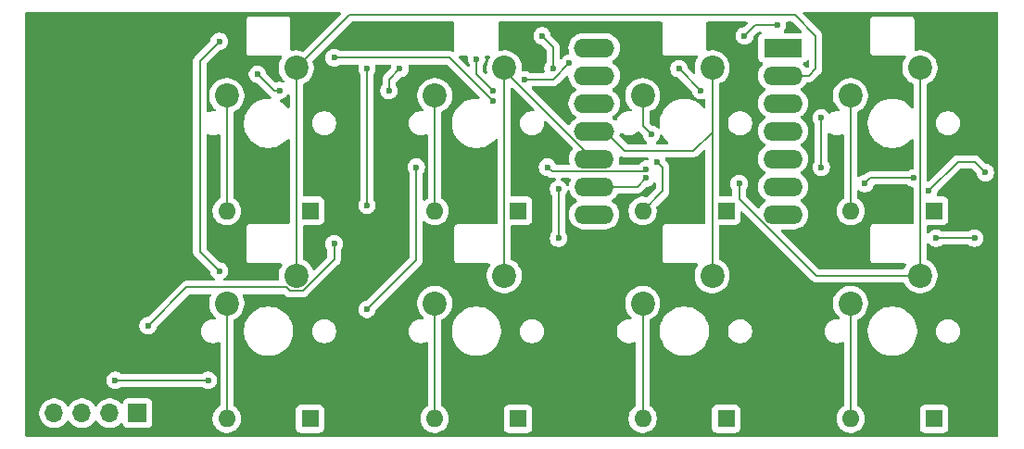
<source format=gbl>
G04 #@! TF.GenerationSoftware,KiCad,Pcbnew,9.0.7*
G04 #@! TF.CreationDate,2026-02-20T22:20:20+11:00*
G04 #@! TF.ProjectId,oled-v2,6f6c6564-2d76-4322-9e6b-696361645f70,rev?*
G04 #@! TF.SameCoordinates,Original*
G04 #@! TF.FileFunction,Copper,L2,Bot*
G04 #@! TF.FilePolarity,Positive*
%FSLAX46Y46*%
G04 Gerber Fmt 4.6, Leading zero omitted, Abs format (unit mm)*
G04 Created by KiCad (PCBNEW 9.0.7) date 2026-02-20 22:20:20*
%MOMM*%
%LPD*%
G01*
G04 APERTURE LIST*
G04 #@! TA.AperFunction,ComponentPad*
%ADD10R,1.600000X1.600000*%
G04 #@! TD*
G04 #@! TA.AperFunction,ComponentPad*
%ADD11O,1.600000X1.600000*%
G04 #@! TD*
G04 #@! TA.AperFunction,ComponentPad*
%ADD12C,2.200000*%
G04 #@! TD*
G04 #@! TA.AperFunction,ComponentPad*
%ADD13R,1.700000X1.700000*%
G04 #@! TD*
G04 #@! TA.AperFunction,ComponentPad*
%ADD14O,1.700000X1.700000*%
G04 #@! TD*
G04 #@! TA.AperFunction,ComponentPad*
%ADD15R,3.500000X1.700000*%
G04 #@! TD*
G04 #@! TA.AperFunction,ComponentPad*
%ADD16O,3.600000X1.700000*%
G04 #@! TD*
G04 #@! TA.AperFunction,ComponentPad*
%ADD17O,3.700000X1.700000*%
G04 #@! TD*
G04 #@! TA.AperFunction,ViaPad*
%ADD18C,0.600000*%
G04 #@! TD*
G04 #@! TA.AperFunction,Conductor*
%ADD19C,0.200000*%
G04 #@! TD*
G04 APERTURE END LIST*
D10*
X125810000Y-90000000D03*
D11*
X118190000Y-90000000D03*
D12*
X105540000Y-57920000D03*
X99190000Y-60460000D03*
D10*
X106810000Y-90000000D03*
D11*
X99190000Y-90000000D03*
D10*
X144810000Y-71000000D03*
D11*
X137190000Y-71000000D03*
D12*
X86540000Y-57920000D03*
X80190000Y-60460000D03*
D10*
X87810000Y-71000000D03*
D11*
X80190000Y-71000000D03*
D13*
X72040000Y-89500000D03*
D14*
X69500000Y-89500000D03*
X66960000Y-89500000D03*
X64420000Y-89500000D03*
D12*
X143540000Y-57920000D03*
X137190000Y-60460000D03*
X124540000Y-76920000D03*
X118190000Y-79460000D03*
X86540000Y-76920000D03*
X80190000Y-79460000D03*
D10*
X125810000Y-71000000D03*
D11*
X118190000Y-71000000D03*
D10*
X87810000Y-90000000D03*
D11*
X80190000Y-90000000D03*
D10*
X144810000Y-90000000D03*
D11*
X137190000Y-90000000D03*
D12*
X143540000Y-76920000D03*
X137190000Y-79460000D03*
X124540000Y-57920000D03*
X118190000Y-60460000D03*
D10*
X106810000Y-71000000D03*
D11*
X99190000Y-71000000D03*
D12*
X105540000Y-76920000D03*
X99190000Y-79460000D03*
D15*
X131014500Y-56092015D03*
D16*
X131014500Y-58632015D03*
X131014500Y-61172015D03*
X131014500Y-63712015D03*
X131014500Y-66252015D03*
X131014500Y-68792015D03*
X131014500Y-71332015D03*
X113764500Y-71332015D03*
X113764500Y-68792015D03*
X113764500Y-66252015D03*
D17*
X113764500Y-63712015D03*
X113764500Y-61172015D03*
X113764500Y-58632015D03*
X113764500Y-56092015D03*
D18*
X90000000Y-57000000D03*
X104530000Y-60960000D03*
X134500000Y-62500000D03*
X134500000Y-67000000D03*
X110500000Y-73500000D03*
X73000000Y-81500000D03*
X90000000Y-74000000D03*
X145000000Y-73500000D03*
X110000000Y-58000000D03*
X110500000Y-69000000D03*
X93000000Y-58000000D03*
X148500000Y-73500000D03*
X93000000Y-70500000D03*
X109000000Y-55000000D03*
X96000000Y-58000000D03*
X121500000Y-58000000D03*
X103000000Y-57100000D03*
X79500000Y-76500000D03*
X104500000Y-60000000D03*
X123500000Y-60000000D03*
X83000000Y-58500000D03*
X85000000Y-60000000D03*
X107400000Y-59000000D03*
X111500000Y-57500000D03*
X79500000Y-55500000D03*
X95000000Y-60000000D03*
X119500000Y-66500000D03*
X119000000Y-64000000D03*
X127000000Y-68500000D03*
X118500000Y-68000000D03*
X127500000Y-55000000D03*
X130500000Y-54000000D03*
X118500000Y-67199997D03*
X109500000Y-67000000D03*
X138500000Y-68500000D03*
X142940000Y-68000000D03*
X149500000Y-67500000D03*
X144331735Y-69168265D03*
X78500000Y-86500000D03*
X97500000Y-67000000D03*
X93000000Y-80000000D03*
X70000000Y-86500000D03*
D19*
X100570000Y-57000000D02*
X90000000Y-57000000D01*
X104530000Y-60960000D02*
X100570000Y-57000000D01*
X134500000Y-67000000D02*
X134500000Y-62500000D01*
X85959686Y-78321000D02*
X87120314Y-78321000D01*
X148500000Y-73500000D02*
X145000000Y-73500000D01*
X85638686Y-78000000D02*
X85959686Y-78321000D01*
X93000000Y-70500000D02*
X93000000Y-58000000D01*
X110500000Y-69000000D02*
X110500000Y-73500000D01*
X110000000Y-56000000D02*
X109000000Y-55000000D01*
X110000000Y-58000000D02*
X110000000Y-56000000D01*
X87120314Y-78321000D02*
X90000000Y-75441314D01*
X73000000Y-81500000D02*
X76500000Y-78000000D01*
X76500000Y-78000000D02*
X85638686Y-78000000D01*
X90000000Y-75441314D02*
X90000000Y-74000000D01*
X107400000Y-59000000D02*
X110000000Y-59000000D01*
X77719000Y-57281000D02*
X79500000Y-55500000D01*
X79500000Y-76500000D02*
X77719000Y-74719000D01*
X95000000Y-59000000D02*
X96000000Y-58000000D01*
X83000000Y-58500000D02*
X84500000Y-60000000D01*
X77719000Y-74719000D02*
X77719000Y-57281000D01*
X121500000Y-58000000D02*
X123500000Y-60000000D01*
X103000000Y-58500000D02*
X104500000Y-60000000D01*
X110000000Y-59000000D02*
X111500000Y-57500000D01*
X95000000Y-60000000D02*
X95000000Y-59000000D01*
X103000000Y-57100000D02*
X103000000Y-58500000D01*
X84500000Y-60000000D02*
X85000000Y-60000000D01*
X80190000Y-71000000D02*
X80190000Y-60460000D01*
X99190000Y-71000000D02*
X99190000Y-60460000D01*
X118190000Y-63190000D02*
X118190000Y-60460000D01*
X119000000Y-64000000D02*
X118190000Y-63190000D01*
X120000000Y-67000000D02*
X119500000Y-66500000D01*
X118190000Y-71000000D02*
X120000000Y-69190000D01*
X120000000Y-69190000D02*
X120000000Y-67000000D01*
X137190000Y-71000000D02*
X137190000Y-60460000D01*
X80190000Y-79460000D02*
X80190000Y-90000000D01*
X99190000Y-79460000D02*
X99190000Y-90000000D01*
X118190000Y-79460000D02*
X118190000Y-90000000D01*
X137190000Y-79460000D02*
X137190000Y-90000000D01*
X91361000Y-53099000D02*
X132099000Y-53099000D01*
X133367985Y-58632015D02*
X130014500Y-58632015D01*
X134000000Y-55000000D02*
X134000000Y-58000000D01*
X86540000Y-57920000D02*
X91361000Y-53099000D01*
X134000000Y-58000000D02*
X133367985Y-58632015D01*
X86540000Y-57920000D02*
X86540000Y-76920000D01*
X132099000Y-53099000D02*
X134000000Y-55000000D01*
X105540000Y-57920000D02*
X105540000Y-76920000D01*
X105540000Y-58115275D02*
X113676740Y-66252015D01*
X105540000Y-57920000D02*
X105540000Y-58115275D01*
X113676740Y-66252015D02*
X114764500Y-66252015D01*
X124540000Y-63784816D02*
X122824816Y-65500000D01*
X124540000Y-57920000D02*
X124540000Y-76920000D01*
X124540000Y-57920000D02*
X124540000Y-63784816D01*
X122824816Y-65500000D02*
X116552485Y-65500000D01*
X116552485Y-65500000D02*
X114764500Y-63712015D01*
X134024725Y-76920000D02*
X127000000Y-69895275D01*
X118500000Y-68000000D02*
X117707985Y-68792015D01*
X117707985Y-68792015D02*
X114764500Y-68792015D01*
X143540000Y-57920000D02*
X143540000Y-76920000D01*
X127000000Y-69895275D02*
X127000000Y-68500000D01*
X143540000Y-76920000D02*
X134024725Y-76920000D01*
X127500000Y-55000000D02*
X128500000Y-54000000D01*
X128500000Y-54000000D02*
X130500000Y-54000000D01*
X109500000Y-67000000D02*
X109903015Y-67403015D01*
X109903015Y-67403015D02*
X118296982Y-67403015D01*
X118296982Y-67403015D02*
X118500000Y-67199997D01*
X147000000Y-66500000D02*
X144331735Y-69168265D01*
X139000000Y-68000000D02*
X138500000Y-68500000D01*
X142940000Y-68000000D02*
X139000000Y-68000000D01*
X148500000Y-66500000D02*
X147000000Y-66500000D01*
X149500000Y-67500000D02*
X148500000Y-66500000D01*
X93000000Y-80000000D02*
X97500000Y-75500000D01*
X70000000Y-86500000D02*
X78500000Y-86500000D01*
X97500000Y-75500000D02*
X97500000Y-67000000D01*
G04 #@! TA.AperFunction,NonConductor*
G36*
X131865942Y-53719185D02*
G01*
X131886584Y-53735819D01*
X132680599Y-54529834D01*
X132714084Y-54591157D01*
X132709100Y-54660849D01*
X132667228Y-54716782D01*
X132601764Y-54741199D01*
X132592918Y-54741515D01*
X131189926Y-54741515D01*
X131122887Y-54721830D01*
X131077132Y-54669026D01*
X131067188Y-54599868D01*
X131096213Y-54536312D01*
X131102245Y-54529834D01*
X131121786Y-54510292D01*
X131121789Y-54510289D01*
X131209394Y-54379179D01*
X131269737Y-54233497D01*
X131300500Y-54078842D01*
X131300500Y-53921158D01*
X131300500Y-53921155D01*
X131300499Y-53921153D01*
X131285887Y-53847691D01*
X131292114Y-53778100D01*
X131334977Y-53722923D01*
X131400867Y-53699678D01*
X131407504Y-53699500D01*
X131798903Y-53699500D01*
X131865942Y-53719185D01*
G37*
G04 #@! TD.AperFunction*
G04 #@! TA.AperFunction,NonConductor*
G36*
X102159336Y-56820185D02*
G01*
X102205091Y-56872989D01*
X102215035Y-56942147D01*
X102213914Y-56948691D01*
X102199500Y-57021153D01*
X102199500Y-57178846D01*
X102230261Y-57333489D01*
X102230264Y-57333501D01*
X102290602Y-57479172D01*
X102290609Y-57479185D01*
X102378602Y-57610874D01*
X102384252Y-57628920D01*
X102394477Y-57644830D01*
X102398928Y-57675789D01*
X102399480Y-57677551D01*
X102399500Y-57679765D01*
X102399500Y-57680902D01*
X102379815Y-57747941D01*
X102327011Y-57793696D01*
X102257853Y-57803640D01*
X102194297Y-57774615D01*
X102187819Y-57768583D01*
X101822474Y-57403239D01*
X101431415Y-57012180D01*
X101397931Y-56950858D01*
X101402915Y-56881167D01*
X101444787Y-56825233D01*
X101510251Y-56800816D01*
X101519097Y-56800500D01*
X102092297Y-56800500D01*
X102159336Y-56820185D01*
G37*
G04 #@! TD.AperFunction*
G04 #@! TA.AperFunction,NonConductor*
G36*
X133363182Y-57213806D02*
G01*
X133396666Y-57275130D01*
X133399500Y-57301487D01*
X133399500Y-57699902D01*
X133379815Y-57766941D01*
X133363181Y-57787583D01*
X133267245Y-57883519D01*
X133205922Y-57917004D01*
X133136230Y-57912020D01*
X133080297Y-57870148D01*
X133079283Y-57868775D01*
X132994604Y-57752223D01*
X132867486Y-57625105D01*
X132834001Y-57563782D01*
X132838985Y-57494090D01*
X132880857Y-57438157D01*
X132911835Y-57421242D01*
X132912061Y-57421158D01*
X133006831Y-57385811D01*
X133122046Y-57299561D01*
X133176234Y-57227175D01*
X133232167Y-57185305D01*
X133301859Y-57180321D01*
X133363182Y-57213806D01*
G37*
G04 #@! TD.AperFunction*
G04 #@! TA.AperFunction,NonConductor*
G36*
X104143753Y-56804047D02*
G01*
X104156298Y-56802970D01*
X104176643Y-56813704D01*
X104198712Y-56820185D01*
X104206955Y-56829698D01*
X104218093Y-56835575D01*
X104229405Y-56855607D01*
X104244467Y-56872989D01*
X104246258Y-56885450D01*
X104252450Y-56896414D01*
X104251137Y-56919377D01*
X104254411Y-56942147D01*
X104249085Y-56955269D01*
X104248462Y-56966169D01*
X104231992Y-56997385D01*
X104171129Y-57081155D01*
X104056760Y-57305616D01*
X103978910Y-57545214D01*
X103965652Y-57628920D01*
X103939500Y-57794038D01*
X103939500Y-58045962D01*
X103951357Y-58120821D01*
X103978248Y-58290609D01*
X103978910Y-58294785D01*
X103978910Y-58294786D01*
X103978909Y-58294786D01*
X103980488Y-58299643D01*
X103982482Y-58369484D01*
X103946400Y-58429316D01*
X103883699Y-58460143D01*
X103814285Y-58452178D01*
X103774875Y-58425640D01*
X103636819Y-58287584D01*
X103603334Y-58226261D01*
X103600500Y-58199903D01*
X103600500Y-57679765D01*
X103620185Y-57612726D01*
X103621398Y-57610874D01*
X103675614Y-57529735D01*
X103709394Y-57479179D01*
X103710312Y-57476964D01*
X103750285Y-57380458D01*
X103769737Y-57333497D01*
X103800500Y-57178842D01*
X103800500Y-57021158D01*
X103800500Y-57021155D01*
X103800499Y-57021153D01*
X103786086Y-56948691D01*
X103792313Y-56879100D01*
X103835176Y-56823922D01*
X103901066Y-56800678D01*
X103907703Y-56800500D01*
X104131673Y-56800500D01*
X104143753Y-56804047D01*
G37*
G04 #@! TD.AperFunction*
G04 #@! TA.AperFunction,NonConductor*
G36*
X85898363Y-60351326D02*
G01*
X85935082Y-60410770D01*
X85939500Y-60443575D01*
X85939500Y-61465461D01*
X85919815Y-61532500D01*
X85867011Y-61578255D01*
X85797853Y-61588199D01*
X85734297Y-61559174D01*
X85717125Y-61540949D01*
X85695644Y-61512955D01*
X85487047Y-61304358D01*
X85487040Y-61304352D01*
X85252993Y-61124761D01*
X85075967Y-61022555D01*
X85027751Y-60971988D01*
X85014528Y-60903381D01*
X85040496Y-60838516D01*
X85097411Y-60797988D01*
X85113773Y-60793551D01*
X85233497Y-60769737D01*
X85379179Y-60709394D01*
X85510289Y-60621789D01*
X85621789Y-60510289D01*
X85709394Y-60379179D01*
X85712398Y-60374684D01*
X85766010Y-60329879D01*
X85835335Y-60321172D01*
X85898363Y-60351326D01*
G37*
G04 #@! TD.AperFunction*
G04 #@! TA.AperFunction,NonConductor*
G36*
X111333334Y-58618414D02*
G01*
X111389267Y-58660286D01*
X111413684Y-58725750D01*
X111414000Y-58734596D01*
X111414000Y-58738301D01*
X111442927Y-58920943D01*
X111447254Y-58948258D01*
X111509814Y-59140798D01*
X111512944Y-59150429D01*
X111609451Y-59339835D01*
X111734390Y-59511801D01*
X111884713Y-59662124D01*
X112056682Y-59787065D01*
X112065446Y-59791531D01*
X112116242Y-59839506D01*
X112133036Y-59907327D01*
X112110498Y-59973462D01*
X112065446Y-60012499D01*
X112056682Y-60016964D01*
X111884713Y-60141905D01*
X111734390Y-60292228D01*
X111609451Y-60464194D01*
X111512944Y-60653600D01*
X111447253Y-60855775D01*
X111428012Y-60977258D01*
X111414000Y-61065728D01*
X111414000Y-61278302D01*
X111447254Y-61488258D01*
X111509814Y-61680798D01*
X111512944Y-61690429D01*
X111609451Y-61879835D01*
X111734390Y-62051801D01*
X111884713Y-62202124D01*
X112056682Y-62327065D01*
X112065446Y-62331531D01*
X112116242Y-62379506D01*
X112133036Y-62447327D01*
X112110498Y-62513462D01*
X112065446Y-62552499D01*
X112056682Y-62556964D01*
X111884713Y-62681905D01*
X111734390Y-62832228D01*
X111609449Y-63004197D01*
X111575107Y-63071597D01*
X111527133Y-63122392D01*
X111459312Y-63139187D01*
X111393177Y-63116649D01*
X111376942Y-63102982D01*
X108086141Y-59812181D01*
X108052656Y-59750858D01*
X108057640Y-59681166D01*
X108099512Y-59625233D01*
X108164976Y-59600816D01*
X108173822Y-59600500D01*
X109913331Y-59600500D01*
X109913347Y-59600501D01*
X109920943Y-59600501D01*
X110079054Y-59600501D01*
X110079057Y-59600501D01*
X110231785Y-59559577D01*
X110299468Y-59520500D01*
X110368716Y-59480520D01*
X110480520Y-59368716D01*
X110480520Y-59368714D01*
X110490724Y-59358511D01*
X110490728Y-59358506D01*
X111202319Y-58646915D01*
X111263642Y-58613430D01*
X111333334Y-58618414D01*
G37*
G04 #@! TD.AperFunction*
G04 #@! TA.AperFunction,NonConductor*
G36*
X119942539Y-53719185D02*
G01*
X119988294Y-53771989D01*
X119999500Y-53823500D01*
X119999500Y-56460438D01*
X119999500Y-56539562D01*
X120013152Y-56590513D01*
X120019979Y-56615990D01*
X120019982Y-56615995D01*
X120059535Y-56684504D01*
X120059539Y-56684509D01*
X120059540Y-56684511D01*
X120115489Y-56740460D01*
X120115491Y-56740461D01*
X120115495Y-56740464D01*
X120160588Y-56766498D01*
X120184011Y-56780021D01*
X120260438Y-56800500D01*
X123131673Y-56800500D01*
X123198712Y-56820185D01*
X123244467Y-56872989D01*
X123254411Y-56942147D01*
X123231992Y-56997385D01*
X123171129Y-57081155D01*
X123056760Y-57305616D01*
X122978910Y-57545214D01*
X122965652Y-57628920D01*
X122939500Y-57794038D01*
X122939500Y-58045962D01*
X122951357Y-58120821D01*
X122978248Y-58290609D01*
X122978910Y-58294785D01*
X122978910Y-58294786D01*
X122978909Y-58294786D01*
X122980488Y-58299643D01*
X122982482Y-58369484D01*
X122946400Y-58429316D01*
X122883699Y-58460143D01*
X122814285Y-58452178D01*
X122774875Y-58425640D01*
X122334574Y-57985339D01*
X122301089Y-57924016D01*
X122300638Y-57921849D01*
X122274531Y-57790606D01*
X122269737Y-57766503D01*
X122262710Y-57749539D01*
X122209397Y-57620827D01*
X122209390Y-57620814D01*
X122121789Y-57489711D01*
X122121786Y-57489707D01*
X122010292Y-57378213D01*
X122010288Y-57378210D01*
X121879185Y-57290609D01*
X121879172Y-57290602D01*
X121733501Y-57230264D01*
X121733489Y-57230261D01*
X121578845Y-57199500D01*
X121578842Y-57199500D01*
X121421158Y-57199500D01*
X121421155Y-57199500D01*
X121266510Y-57230261D01*
X121266498Y-57230264D01*
X121120827Y-57290602D01*
X121120814Y-57290609D01*
X120989711Y-57378210D01*
X120989707Y-57378213D01*
X120878213Y-57489707D01*
X120878210Y-57489711D01*
X120790609Y-57620814D01*
X120790602Y-57620827D01*
X120730264Y-57766498D01*
X120730261Y-57766510D01*
X120699500Y-57921153D01*
X120699500Y-58078846D01*
X120730261Y-58233489D01*
X120730264Y-58233501D01*
X120790602Y-58379172D01*
X120790609Y-58379185D01*
X120878210Y-58510288D01*
X120878213Y-58510292D01*
X120989707Y-58621786D01*
X120989711Y-58621789D01*
X121120814Y-58709390D01*
X121120827Y-58709397D01*
X121266498Y-58769735D01*
X121266503Y-58769737D01*
X121331147Y-58782595D01*
X121421849Y-58800638D01*
X121483760Y-58833023D01*
X121485339Y-58834574D01*
X122665425Y-60014660D01*
X122698910Y-60075983D01*
X122699361Y-60078149D01*
X122730261Y-60233491D01*
X122730264Y-60233501D01*
X122790602Y-60379172D01*
X122790609Y-60379185D01*
X122878210Y-60510288D01*
X122878213Y-60510292D01*
X122989707Y-60621786D01*
X122989711Y-60621789D01*
X123120814Y-60709390D01*
X123120827Y-60709397D01*
X123231953Y-60755426D01*
X123266503Y-60769737D01*
X123421153Y-60800499D01*
X123421156Y-60800500D01*
X123421158Y-60800500D01*
X123578844Y-60800500D01*
X123578845Y-60800499D01*
X123733497Y-60769737D01*
X123768047Y-60755425D01*
X123837515Y-60747956D01*
X123899994Y-60779230D01*
X123935648Y-60839318D01*
X123939500Y-60869986D01*
X123939500Y-61465461D01*
X123919815Y-61532500D01*
X123867011Y-61578255D01*
X123797853Y-61588199D01*
X123734297Y-61559174D01*
X123717125Y-61540949D01*
X123695644Y-61512955D01*
X123487047Y-61304358D01*
X123487040Y-61304352D01*
X123252993Y-61124761D01*
X122997510Y-60977258D01*
X122997500Y-60977254D01*
X122724961Y-60864364D01*
X122724954Y-60864362D01*
X122724952Y-60864361D01*
X122439993Y-60788007D01*
X122373326Y-60779230D01*
X122147513Y-60749500D01*
X122147506Y-60749500D01*
X121852494Y-60749500D01*
X121852486Y-60749500D01*
X121574085Y-60786153D01*
X121560007Y-60788007D01*
X121307103Y-60855772D01*
X121275048Y-60864361D01*
X121275038Y-60864364D01*
X121002499Y-60977254D01*
X121002489Y-60977258D01*
X120747006Y-61124761D01*
X120512959Y-61304352D01*
X120512952Y-61304358D01*
X120304358Y-61512952D01*
X120304352Y-61512959D01*
X120124761Y-61747006D01*
X119977258Y-62002489D01*
X119977254Y-62002499D01*
X119864364Y-62275038D01*
X119864361Y-62275048D01*
X119788823Y-62556964D01*
X119788008Y-62560004D01*
X119788006Y-62560015D01*
X119749500Y-62852486D01*
X119749500Y-63147499D01*
X119749501Y-63147515D01*
X119773065Y-63326500D01*
X119762299Y-63395535D01*
X119715920Y-63447791D01*
X119648651Y-63466676D01*
X119581850Y-63446195D01*
X119562445Y-63430366D01*
X119510292Y-63378213D01*
X119510288Y-63378210D01*
X119379185Y-63290609D01*
X119379172Y-63290602D01*
X119233501Y-63230264D01*
X119233491Y-63230261D01*
X119078149Y-63199361D01*
X119016238Y-63166976D01*
X119014660Y-63165425D01*
X118826819Y-62977584D01*
X118793334Y-62916261D01*
X118790500Y-62889903D01*
X118790500Y-62026300D01*
X118810185Y-61959261D01*
X118858204Y-61915815D01*
X119028845Y-61828870D01*
X119232656Y-61680793D01*
X119410793Y-61502656D01*
X119558870Y-61298845D01*
X119673241Y-61074379D01*
X119751090Y-60834785D01*
X119790500Y-60585962D01*
X119790500Y-60334038D01*
X119751090Y-60085215D01*
X119673241Y-59845621D01*
X119673239Y-59845618D01*
X119673239Y-59845616D01*
X119589447Y-59681166D01*
X119558870Y-59621155D01*
X119485740Y-59520500D01*
X119410798Y-59417350D01*
X119410794Y-59417345D01*
X119232654Y-59239205D01*
X119232649Y-59239201D01*
X119028848Y-59091132D01*
X119028847Y-59091131D01*
X119028845Y-59091130D01*
X118927109Y-59039293D01*
X118804383Y-58976760D01*
X118564785Y-58898910D01*
X118440165Y-58879172D01*
X118315962Y-58859500D01*
X118064038Y-58859500D01*
X117939835Y-58879172D01*
X117815214Y-58898910D01*
X117575616Y-58976760D01*
X117351151Y-59091132D01*
X117147350Y-59239201D01*
X117147345Y-59239205D01*
X116969205Y-59417345D01*
X116969201Y-59417350D01*
X116821132Y-59621151D01*
X116706760Y-59845616D01*
X116628910Y-60085214D01*
X116605425Y-60233491D01*
X116589500Y-60334038D01*
X116589500Y-60585962D01*
X116620111Y-60779230D01*
X116628910Y-60834785D01*
X116706760Y-61074383D01*
X116732430Y-61124762D01*
X116810662Y-61278301D01*
X116821132Y-61298848D01*
X116969201Y-61502649D01*
X116969205Y-61502654D01*
X116969207Y-61502656D01*
X117147344Y-61680793D01*
X117147345Y-61680794D01*
X117147344Y-61680794D01*
X117153661Y-61685383D01*
X117196327Y-61740714D01*
X117202305Y-61810327D01*
X117169699Y-61872122D01*
X117108860Y-61906479D01*
X117061378Y-61908174D01*
X117006611Y-61899500D01*
X116833389Y-61899500D01*
X116793728Y-61905781D01*
X116662302Y-61926597D01*
X116497552Y-61980128D01*
X116343211Y-62058768D01*
X116319019Y-62076345D01*
X116203072Y-62160586D01*
X116203070Y-62160588D01*
X116203069Y-62160588D01*
X116080588Y-62283069D01*
X116080588Y-62283070D01*
X116080586Y-62283072D01*
X116045380Y-62331529D01*
X115978768Y-62423211D01*
X115900128Y-62577550D01*
X115874324Y-62656969D01*
X115834886Y-62714644D01*
X115770527Y-62741842D01*
X115701681Y-62729927D01*
X115668712Y-62706331D01*
X115644286Y-62681905D01*
X115472320Y-62556966D01*
X115471615Y-62556606D01*
X115463554Y-62552500D01*
X115412759Y-62504527D01*
X115395963Y-62436707D01*
X115418499Y-62370571D01*
X115463554Y-62331530D01*
X115472316Y-62327066D01*
X115555665Y-62266510D01*
X115644286Y-62202124D01*
X115644288Y-62202121D01*
X115644292Y-62202119D01*
X115794604Y-62051807D01*
X115794606Y-62051803D01*
X115794609Y-62051801D01*
X115919548Y-61879835D01*
X115919547Y-61879835D01*
X115919551Y-61879831D01*
X116016057Y-61690427D01*
X116081746Y-61488258D01*
X116115000Y-61278302D01*
X116115000Y-61065728D01*
X116081746Y-60855772D01*
X116016057Y-60653603D01*
X115919551Y-60464199D01*
X115919549Y-60464196D01*
X115919548Y-60464194D01*
X115794609Y-60292228D01*
X115644286Y-60141905D01*
X115472320Y-60016966D01*
X115467794Y-60014660D01*
X115463554Y-60012500D01*
X115412759Y-59964527D01*
X115395963Y-59896707D01*
X115418499Y-59830571D01*
X115463554Y-59791530D01*
X115472316Y-59787066D01*
X115500626Y-59766498D01*
X115644286Y-59662124D01*
X115644288Y-59662121D01*
X115644292Y-59662119D01*
X115794604Y-59511807D01*
X115794606Y-59511803D01*
X115794609Y-59511801D01*
X115919548Y-59339835D01*
X115919547Y-59339835D01*
X115919551Y-59339831D01*
X116016057Y-59150427D01*
X116081746Y-58948258D01*
X116115000Y-58738302D01*
X116115000Y-58525728D01*
X116081746Y-58315772D01*
X116016057Y-58113603D01*
X115919551Y-57924199D01*
X115919549Y-57924196D01*
X115919548Y-57924194D01*
X115794609Y-57752228D01*
X115644286Y-57601905D01*
X115472320Y-57476966D01*
X115471615Y-57476606D01*
X115463554Y-57472500D01*
X115412759Y-57424527D01*
X115395963Y-57356707D01*
X115418499Y-57290571D01*
X115463554Y-57251530D01*
X115472316Y-57247066D01*
X115534423Y-57201943D01*
X115644286Y-57122124D01*
X115644288Y-57122121D01*
X115644292Y-57122119D01*
X115794604Y-56971807D01*
X115794606Y-56971803D01*
X115794609Y-56971801D01*
X115919548Y-56799835D01*
X115919547Y-56799835D01*
X115919551Y-56799831D01*
X116016057Y-56610427D01*
X116081746Y-56408258D01*
X116115000Y-56198302D01*
X116115000Y-55985728D01*
X116081746Y-55775772D01*
X116016057Y-55573603D01*
X115919551Y-55384199D01*
X115919549Y-55384196D01*
X115919548Y-55384194D01*
X115794609Y-55212228D01*
X115644286Y-55061905D01*
X115472320Y-54936966D01*
X115282914Y-54840459D01*
X115282913Y-54840458D01*
X115282912Y-54840458D01*
X115080743Y-54774769D01*
X115080741Y-54774768D01*
X115080740Y-54774768D01*
X114919457Y-54749223D01*
X114870787Y-54741515D01*
X112658213Y-54741515D01*
X112609542Y-54749223D01*
X112448260Y-54774768D01*
X112246085Y-54840459D01*
X112056679Y-54936966D01*
X111884713Y-55061905D01*
X111734390Y-55212228D01*
X111609451Y-55384194D01*
X111512944Y-55573600D01*
X111447253Y-55775775D01*
X111430877Y-55879172D01*
X111414000Y-55985728D01*
X111414000Y-56198302D01*
X111419062Y-56230261D01*
X111447253Y-56408255D01*
X111491434Y-56544231D01*
X111493429Y-56614073D01*
X111457348Y-56673905D01*
X111397695Y-56704166D01*
X111266508Y-56730261D01*
X111266498Y-56730264D01*
X111120827Y-56790602D01*
X111120814Y-56790609D01*
X110989711Y-56878210D01*
X110989707Y-56878213D01*
X110878213Y-56989707D01*
X110878210Y-56989711D01*
X110827602Y-57065451D01*
X110773989Y-57110256D01*
X110704664Y-57118963D01*
X110641637Y-57088808D01*
X110604918Y-57029365D01*
X110600500Y-56996560D01*
X110600500Y-56089060D01*
X110600501Y-56089047D01*
X110600501Y-55920944D01*
X110600501Y-55920943D01*
X110559577Y-55768216D01*
X110559573Y-55768209D01*
X110480524Y-55631290D01*
X110480518Y-55631282D01*
X109834573Y-54985337D01*
X109801088Y-54924014D01*
X109800637Y-54921847D01*
X109784448Y-54840459D01*
X109769737Y-54766503D01*
X109768621Y-54763809D01*
X109709397Y-54620827D01*
X109709390Y-54620814D01*
X109621789Y-54489711D01*
X109621786Y-54489707D01*
X109510292Y-54378213D01*
X109510288Y-54378210D01*
X109379185Y-54290609D01*
X109379172Y-54290602D01*
X109233501Y-54230264D01*
X109233489Y-54230261D01*
X109078845Y-54199500D01*
X109078842Y-54199500D01*
X108921158Y-54199500D01*
X108921155Y-54199500D01*
X108766510Y-54230261D01*
X108766498Y-54230264D01*
X108620827Y-54290602D01*
X108620814Y-54290609D01*
X108489711Y-54378210D01*
X108489707Y-54378213D01*
X108378213Y-54489707D01*
X108378210Y-54489711D01*
X108290609Y-54620814D01*
X108290602Y-54620827D01*
X108230264Y-54766498D01*
X108230261Y-54766510D01*
X108199500Y-54921153D01*
X108199500Y-55078846D01*
X108230261Y-55233489D01*
X108230264Y-55233501D01*
X108290602Y-55379172D01*
X108290609Y-55379185D01*
X108378210Y-55510288D01*
X108378213Y-55510292D01*
X108489707Y-55621786D01*
X108489711Y-55621789D01*
X108620814Y-55709390D01*
X108620827Y-55709397D01*
X108762814Y-55768209D01*
X108766503Y-55769737D01*
X108831147Y-55782595D01*
X108921849Y-55800638D01*
X108983760Y-55833023D01*
X108985339Y-55834574D01*
X109363181Y-56212416D01*
X109396666Y-56273739D01*
X109399500Y-56300097D01*
X109399500Y-57420234D01*
X109379815Y-57487273D01*
X109378602Y-57489125D01*
X109290609Y-57620814D01*
X109290602Y-57620827D01*
X109230264Y-57766498D01*
X109230261Y-57766510D01*
X109199500Y-57921153D01*
X109199500Y-58078846D01*
X109230261Y-58233489D01*
X109232031Y-58239324D01*
X109229279Y-58240158D01*
X109235503Y-58297359D01*
X109204309Y-58359878D01*
X109144266Y-58395608D01*
X109113445Y-58399500D01*
X107979766Y-58399500D01*
X107912727Y-58379815D01*
X107910875Y-58378602D01*
X107779185Y-58290609D01*
X107779172Y-58290602D01*
X107633501Y-58230264D01*
X107633489Y-58230261D01*
X107478845Y-58199500D01*
X107478842Y-58199500D01*
X107321158Y-58199500D01*
X107284009Y-58206889D01*
X107214417Y-58200660D01*
X107159241Y-58157797D01*
X107135997Y-58091907D01*
X107137345Y-58065876D01*
X107140500Y-58045962D01*
X107140500Y-57794038D01*
X107101090Y-57545215D01*
X107023241Y-57305621D01*
X107023239Y-57305618D01*
X107023239Y-57305616D01*
X106976459Y-57213806D01*
X106908870Y-57081155D01*
X106885663Y-57049213D01*
X106760798Y-56877350D01*
X106760794Y-56877345D01*
X106582654Y-56699205D01*
X106582649Y-56699201D01*
X106378848Y-56551132D01*
X106378847Y-56551131D01*
X106378845Y-56551130D01*
X106308747Y-56515413D01*
X106154383Y-56436760D01*
X105914785Y-56358910D01*
X105665962Y-56319500D01*
X105414038Y-56319500D01*
X105331097Y-56332636D01*
X105165213Y-56358910D01*
X105165209Y-56358911D01*
X105162815Y-56359689D01*
X105161853Y-56359716D01*
X105160468Y-56360049D01*
X105160398Y-56359757D01*
X105092974Y-56361682D01*
X105033142Y-56325601D01*
X105002316Y-56262899D01*
X105000500Y-56241757D01*
X105000500Y-53823500D01*
X105020185Y-53756461D01*
X105072989Y-53710706D01*
X105124500Y-53699500D01*
X119875500Y-53699500D01*
X119942539Y-53719185D01*
G37*
G04 #@! TD.AperFunction*
G04 #@! TA.AperFunction,NonConductor*
G36*
X119947010Y-64020525D02*
G01*
X119956420Y-64021030D01*
X119977566Y-64036278D01*
X120000738Y-64048224D01*
X120009389Y-64059225D01*
X120013093Y-64061896D01*
X120022555Y-64075967D01*
X120124761Y-64252993D01*
X120304352Y-64487040D01*
X120304358Y-64487047D01*
X120505130Y-64687819D01*
X120538615Y-64749142D01*
X120533631Y-64818834D01*
X120491759Y-64874767D01*
X120426295Y-64899184D01*
X120417449Y-64899500D01*
X119503439Y-64899500D01*
X119436400Y-64879815D01*
X119390645Y-64827011D01*
X119380701Y-64757853D01*
X119409726Y-64694297D01*
X119434548Y-64672398D01*
X119463981Y-64652730D01*
X119510289Y-64621789D01*
X119621789Y-64510289D01*
X119709394Y-64379179D01*
X119769737Y-64233497D01*
X119793551Y-64113775D01*
X119805634Y-64090675D01*
X119814161Y-64066040D01*
X119821566Y-64060215D01*
X119825935Y-64051865D01*
X119848589Y-64038964D01*
X119869082Y-64022849D01*
X119878463Y-64021953D01*
X119886651Y-64017291D01*
X119912681Y-64018686D01*
X119938635Y-64016208D01*
X119947010Y-64020525D01*
G37*
G04 #@! TD.AperFunction*
G04 #@! TA.AperFunction,NonConductor*
G36*
X117856886Y-63721968D02*
G01*
X117901234Y-63750469D01*
X118165425Y-64014660D01*
X118198910Y-64075983D01*
X118199361Y-64078149D01*
X118230261Y-64233491D01*
X118230264Y-64233501D01*
X118290602Y-64379172D01*
X118290609Y-64379185D01*
X118378210Y-64510288D01*
X118378213Y-64510292D01*
X118489707Y-64621786D01*
X118489711Y-64621789D01*
X118565452Y-64672398D01*
X118610257Y-64726010D01*
X118618964Y-64795335D01*
X118588810Y-64858363D01*
X118529366Y-64895082D01*
X118496561Y-64899500D01*
X116852583Y-64899500D01*
X116785544Y-64879815D01*
X116764902Y-64863181D01*
X116098257Y-64196537D01*
X116093377Y-64187601D01*
X116085338Y-64181352D01*
X116076915Y-64157452D01*
X116064772Y-64135214D01*
X116064880Y-64123303D01*
X116062114Y-64115455D01*
X116065161Y-64092226D01*
X116065270Y-64080303D01*
X116066435Y-64075377D01*
X116081746Y-64028258D01*
X116090168Y-63975081D01*
X116091240Y-63970553D01*
X116106318Y-63944092D01*
X116119363Y-63916575D01*
X116123448Y-63914030D01*
X116125833Y-63909847D01*
X116152829Y-63895736D01*
X116178674Y-63879643D01*
X116183486Y-63879711D01*
X116187754Y-63877481D01*
X116218087Y-63880204D01*
X116248537Y-63880639D01*
X116254136Y-63883441D01*
X116257344Y-63883730D01*
X116262105Y-63887431D01*
X116284794Y-63898789D01*
X116343207Y-63941229D01*
X116343209Y-63941230D01*
X116343212Y-63941232D01*
X116497555Y-64019873D01*
X116662299Y-64073402D01*
X116833389Y-64100500D01*
X116833390Y-64100500D01*
X117006610Y-64100500D01*
X117006611Y-64100500D01*
X117177701Y-64073402D01*
X117342445Y-64019873D01*
X117496788Y-63941232D01*
X117636928Y-63839414D01*
X117725875Y-63750466D01*
X117787194Y-63716984D01*
X117856886Y-63721968D01*
G37*
G04 #@! TD.AperFunction*
G04 #@! TA.AperFunction,NonConductor*
G36*
X116201712Y-66005996D02*
G01*
X116216621Y-66005286D01*
X116249385Y-66018403D01*
X116320701Y-66059577D01*
X116473428Y-66100501D01*
X116473430Y-66100501D01*
X116639139Y-66100501D01*
X116639155Y-66100500D01*
X118613445Y-66100500D01*
X118680484Y-66120185D01*
X118726239Y-66172989D01*
X118736183Y-66242147D01*
X118734483Y-66251441D01*
X118732138Y-66261976D01*
X118730263Y-66266503D01*
X118722973Y-66303149D01*
X118722664Y-66304540D01*
X118706424Y-66333942D01*
X118690857Y-66363702D01*
X118689589Y-66364423D01*
X118688884Y-66365701D01*
X118659329Y-66381655D01*
X118630141Y-66398276D01*
X118628484Y-66398305D01*
X118627400Y-66398891D01*
X118621397Y-66398432D01*
X118585004Y-66399084D01*
X118584905Y-66400094D01*
X118578843Y-66399497D01*
X118578842Y-66399497D01*
X118421158Y-66399497D01*
X118421155Y-66399497D01*
X118266510Y-66430258D01*
X118266498Y-66430261D01*
X118120827Y-66490599D01*
X118120814Y-66490606D01*
X117989711Y-66578207D01*
X117989707Y-66578210D01*
X117878213Y-66689704D01*
X117878210Y-66689708D01*
X117839658Y-66747406D01*
X117786046Y-66792211D01*
X117736556Y-66802515D01*
X116126302Y-66802515D01*
X116059263Y-66782830D01*
X116013508Y-66730026D01*
X116003564Y-66660868D01*
X116008371Y-66640197D01*
X116031746Y-66568258D01*
X116065000Y-66358302D01*
X116065000Y-66145728D01*
X116064915Y-66145195D01*
X116064941Y-66144991D01*
X116064618Y-66140877D01*
X116065482Y-66140808D01*
X116066939Y-66129524D01*
X116063948Y-66114004D01*
X116071322Y-66095582D01*
X116073864Y-66075905D01*
X116084041Y-66063813D01*
X116089916Y-66049139D01*
X116106080Y-66037628D01*
X116118856Y-66022450D01*
X116133953Y-66017780D01*
X116146830Y-66008611D01*
X116166650Y-66007666D01*
X116185605Y-66001804D01*
X116201712Y-66005996D01*
G37*
G04 #@! TD.AperFunction*
G04 #@! TA.AperFunction,NonConductor*
G36*
X111565249Y-68023200D02*
G01*
X111611004Y-68076004D01*
X111620948Y-68145162D01*
X111608695Y-68183810D01*
X111562944Y-68273600D01*
X111497253Y-68475775D01*
X111469790Y-68649168D01*
X111439861Y-68712303D01*
X111380549Y-68749234D01*
X111310686Y-68748236D01*
X111252454Y-68709626D01*
X111232756Y-68677222D01*
X111209396Y-68620826D01*
X111209390Y-68620814D01*
X111121789Y-68489711D01*
X111121786Y-68489707D01*
X111010292Y-68378213D01*
X111010288Y-68378210D01*
X110879185Y-68290609D01*
X110879172Y-68290602D01*
X110762017Y-68242076D01*
X110707613Y-68198236D01*
X110685548Y-68131941D01*
X110702827Y-68064242D01*
X110753964Y-68016631D01*
X110809469Y-68003515D01*
X111498210Y-68003515D01*
X111565249Y-68023200D01*
G37*
G04 #@! TD.AperFunction*
G04 #@! TA.AperFunction,NonConductor*
G36*
X127718941Y-53719185D02*
G01*
X127764696Y-53771989D01*
X127774640Y-53841147D01*
X127745615Y-53904703D01*
X127739583Y-53911181D01*
X127485339Y-54165425D01*
X127424016Y-54198910D01*
X127421850Y-54199361D01*
X127266508Y-54230261D01*
X127266498Y-54230264D01*
X127120827Y-54290602D01*
X127120814Y-54290609D01*
X126989711Y-54378210D01*
X126989707Y-54378213D01*
X126878213Y-54489707D01*
X126878210Y-54489711D01*
X126790609Y-54620814D01*
X126790602Y-54620827D01*
X126730264Y-54766498D01*
X126730261Y-54766510D01*
X126699500Y-54921153D01*
X126699500Y-55078846D01*
X126730261Y-55233489D01*
X126730264Y-55233501D01*
X126790602Y-55379172D01*
X126790609Y-55379185D01*
X126878210Y-55510288D01*
X126878213Y-55510292D01*
X126989707Y-55621786D01*
X126989711Y-55621789D01*
X127120814Y-55709390D01*
X127120827Y-55709397D01*
X127262814Y-55768209D01*
X127266503Y-55769737D01*
X127421153Y-55800499D01*
X127421156Y-55800500D01*
X127421158Y-55800500D01*
X127578844Y-55800500D01*
X127578845Y-55800499D01*
X127733497Y-55769737D01*
X127879179Y-55709394D01*
X128010289Y-55621789D01*
X128121789Y-55510289D01*
X128209394Y-55379179D01*
X128269737Y-55233497D01*
X128289113Y-55136085D01*
X128300638Y-55078150D01*
X128333023Y-55016239D01*
X128334514Y-55014720D01*
X128712417Y-54636819D01*
X128773740Y-54603334D01*
X128800098Y-54600500D01*
X128913731Y-54600500D01*
X128980770Y-54620185D01*
X129026525Y-54672989D01*
X129036469Y-54742147D01*
X129007444Y-54805703D01*
X128988044Y-54823764D01*
X128906954Y-54884469D01*
X128906953Y-54884470D01*
X128906952Y-54884471D01*
X128820706Y-54999679D01*
X128820702Y-54999686D01*
X128770408Y-55134532D01*
X128764001Y-55194131D01*
X128764000Y-55194150D01*
X128764000Y-56989885D01*
X128764001Y-56989891D01*
X128770408Y-57049498D01*
X128820702Y-57184343D01*
X128820706Y-57184350D01*
X128906952Y-57299559D01*
X128906955Y-57299562D01*
X129022164Y-57385808D01*
X129022173Y-57385813D01*
X129117164Y-57421242D01*
X129173098Y-57463113D01*
X129197516Y-57528577D01*
X129182665Y-57596850D01*
X129161514Y-57625105D01*
X129034389Y-57752230D01*
X128909451Y-57924194D01*
X128812944Y-58113600D01*
X128747253Y-58315775D01*
X128714000Y-58525728D01*
X128714000Y-58738301D01*
X128742927Y-58920943D01*
X128747254Y-58948258D01*
X128809814Y-59140798D01*
X128812944Y-59150429D01*
X128909451Y-59339835D01*
X129034390Y-59511801D01*
X129184713Y-59662124D01*
X129356682Y-59787065D01*
X129365446Y-59791531D01*
X129416242Y-59839506D01*
X129433036Y-59907327D01*
X129410498Y-59973462D01*
X129365446Y-60012499D01*
X129356682Y-60016964D01*
X129184713Y-60141905D01*
X129034390Y-60292228D01*
X128909451Y-60464194D01*
X128812944Y-60653600D01*
X128747253Y-60855775D01*
X128728012Y-60977258D01*
X128714000Y-61065728D01*
X128714000Y-61278302D01*
X128747254Y-61488258D01*
X128809814Y-61680798D01*
X128812944Y-61690429D01*
X128909451Y-61879835D01*
X129034390Y-62051801D01*
X129184713Y-62202124D01*
X129356682Y-62327065D01*
X129365446Y-62331531D01*
X129416242Y-62379506D01*
X129433036Y-62447327D01*
X129410498Y-62513462D01*
X129365446Y-62552499D01*
X129356682Y-62556964D01*
X129184713Y-62681905D01*
X129034390Y-62832228D01*
X128909451Y-63004194D01*
X128812944Y-63193600D01*
X128812943Y-63193602D01*
X128812943Y-63193603D01*
X128792116Y-63257701D01*
X128747253Y-63395775D01*
X128732375Y-63489711D01*
X128714000Y-63605728D01*
X128714000Y-63818302D01*
X128723373Y-63877481D01*
X128745925Y-64019871D01*
X128747254Y-64028258D01*
X128801931Y-64196537D01*
X128812944Y-64230429D01*
X128909451Y-64419835D01*
X129034390Y-64591801D01*
X129184713Y-64742124D01*
X129356682Y-64867065D01*
X129365446Y-64871531D01*
X129416242Y-64919506D01*
X129433036Y-64987327D01*
X129410498Y-65053462D01*
X129365446Y-65092499D01*
X129356682Y-65096964D01*
X129184713Y-65221905D01*
X129034390Y-65372228D01*
X128909451Y-65544194D01*
X128812944Y-65733600D01*
X128747253Y-65935775D01*
X128715168Y-66138352D01*
X128714000Y-66145728D01*
X128714000Y-66358302D01*
X128715172Y-66365701D01*
X128734954Y-66490603D01*
X128747254Y-66568258D01*
X128812762Y-66769871D01*
X128812944Y-66770429D01*
X128909451Y-66959835D01*
X129034390Y-67131801D01*
X129184713Y-67282124D01*
X129356682Y-67407065D01*
X129365446Y-67411531D01*
X129416242Y-67459506D01*
X129433036Y-67527327D01*
X129410498Y-67593462D01*
X129365446Y-67632499D01*
X129356682Y-67636964D01*
X129184713Y-67761905D01*
X129034390Y-67912228D01*
X128909451Y-68084194D01*
X128812944Y-68273600D01*
X128747253Y-68475775D01*
X128714000Y-68685728D01*
X128714000Y-68898301D01*
X128742595Y-69078846D01*
X128747254Y-69108258D01*
X128809717Y-69300499D01*
X128812944Y-69310429D01*
X128909451Y-69499835D01*
X129034390Y-69671801D01*
X129184713Y-69822124D01*
X129356682Y-69947065D01*
X129365446Y-69951531D01*
X129416242Y-69999506D01*
X129433036Y-70067327D01*
X129410498Y-70133462D01*
X129365446Y-70172499D01*
X129356682Y-70176964D01*
X129184713Y-70301905D01*
X129034390Y-70452228D01*
X128909449Y-70624197D01*
X128875107Y-70691597D01*
X128827133Y-70742392D01*
X128759312Y-70759187D01*
X128693177Y-70736649D01*
X128676942Y-70722982D01*
X127636819Y-69682859D01*
X127603334Y-69621536D01*
X127600500Y-69595178D01*
X127600500Y-69079765D01*
X127620185Y-69012726D01*
X127621398Y-69010874D01*
X127709390Y-68879185D01*
X127709390Y-68879184D01*
X127709394Y-68879179D01*
X127769737Y-68733497D01*
X127800500Y-68578842D01*
X127800500Y-68421158D01*
X127800500Y-68421155D01*
X127800499Y-68421153D01*
X127774531Y-68290606D01*
X127769737Y-68266503D01*
X127750371Y-68219748D01*
X127709397Y-68120827D01*
X127709390Y-68120814D01*
X127621789Y-67989711D01*
X127621786Y-67989707D01*
X127510292Y-67878213D01*
X127510288Y-67878210D01*
X127379185Y-67790609D01*
X127379172Y-67790602D01*
X127233501Y-67730264D01*
X127233489Y-67730261D01*
X127078845Y-67699500D01*
X127078842Y-67699500D01*
X126921158Y-67699500D01*
X126921155Y-67699500D01*
X126766510Y-67730261D01*
X126766498Y-67730264D01*
X126620827Y-67790602D01*
X126620814Y-67790609D01*
X126489711Y-67878210D01*
X126489707Y-67878213D01*
X126378213Y-67989707D01*
X126378210Y-67989711D01*
X126290609Y-68120814D01*
X126290602Y-68120827D01*
X126230264Y-68266498D01*
X126230261Y-68266510D01*
X126199500Y-68421153D01*
X126199500Y-68578846D01*
X126230261Y-68733489D01*
X126230264Y-68733501D01*
X126290602Y-68879172D01*
X126290609Y-68879185D01*
X126378602Y-69010874D01*
X126399480Y-69077551D01*
X126399500Y-69079765D01*
X126399500Y-69575500D01*
X126379815Y-69642539D01*
X126327011Y-69688294D01*
X126275500Y-69699500D01*
X125264500Y-69699500D01*
X125197461Y-69679815D01*
X125151706Y-69627011D01*
X125140500Y-69575500D01*
X125140500Y-62913389D01*
X125979500Y-62913389D01*
X125979500Y-63086610D01*
X126001870Y-63227854D01*
X126006598Y-63257701D01*
X126060127Y-63422445D01*
X126138768Y-63576788D01*
X126240586Y-63716928D01*
X126363072Y-63839414D01*
X126503212Y-63941232D01*
X126657555Y-64019873D01*
X126822299Y-64073402D01*
X126993389Y-64100500D01*
X126993390Y-64100500D01*
X127166610Y-64100500D01*
X127166611Y-64100500D01*
X127337701Y-64073402D01*
X127502445Y-64019873D01*
X127656788Y-63941232D01*
X127796928Y-63839414D01*
X127919414Y-63716928D01*
X128021232Y-63576788D01*
X128099873Y-63422445D01*
X128153402Y-63257701D01*
X128180500Y-63086611D01*
X128180500Y-62913389D01*
X128153402Y-62742299D01*
X128099873Y-62577555D01*
X128021232Y-62423212D01*
X127919414Y-62283072D01*
X127796928Y-62160586D01*
X127656788Y-62058768D01*
X127502445Y-61980127D01*
X127337701Y-61926598D01*
X127337699Y-61926597D01*
X127337698Y-61926597D01*
X127206271Y-61905781D01*
X127166611Y-61899500D01*
X126993389Y-61899500D01*
X126953728Y-61905781D01*
X126822302Y-61926597D01*
X126657552Y-61980128D01*
X126503211Y-62058768D01*
X126479019Y-62076345D01*
X126363072Y-62160586D01*
X126363070Y-62160588D01*
X126363069Y-62160588D01*
X126240588Y-62283069D01*
X126240588Y-62283070D01*
X126240586Y-62283072D01*
X126205380Y-62331529D01*
X126138768Y-62423211D01*
X126060128Y-62577552D01*
X126006597Y-62742302D01*
X125979500Y-62913389D01*
X125140500Y-62913389D01*
X125140500Y-59486300D01*
X125160185Y-59419261D01*
X125208204Y-59375815D01*
X125378845Y-59288870D01*
X125582656Y-59140793D01*
X125760793Y-58962656D01*
X125908870Y-58758845D01*
X126023241Y-58534379D01*
X126101090Y-58294785D01*
X126140500Y-58045962D01*
X126140500Y-57794038D01*
X126101090Y-57545215D01*
X126023241Y-57305621D01*
X126023239Y-57305618D01*
X126023239Y-57305616D01*
X125976459Y-57213806D01*
X125908870Y-57081155D01*
X125885663Y-57049213D01*
X125760798Y-56877350D01*
X125760794Y-56877345D01*
X125582654Y-56699205D01*
X125582649Y-56699201D01*
X125378848Y-56551132D01*
X125378847Y-56551131D01*
X125378845Y-56551130D01*
X125308747Y-56515413D01*
X125154383Y-56436760D01*
X124914785Y-56358910D01*
X124665962Y-56319500D01*
X124414038Y-56319500D01*
X124331097Y-56332636D01*
X124165213Y-56358910D01*
X124165209Y-56358911D01*
X124162815Y-56359689D01*
X124161853Y-56359716D01*
X124160468Y-56360049D01*
X124160398Y-56359757D01*
X124092974Y-56361682D01*
X124033142Y-56325601D01*
X124002316Y-56262899D01*
X124000500Y-56241757D01*
X124000500Y-53823500D01*
X124020185Y-53756461D01*
X124072989Y-53710706D01*
X124124500Y-53699500D01*
X127651902Y-53699500D01*
X127718941Y-53719185D01*
G37*
G04 #@! TD.AperFunction*
G04 #@! TA.AperFunction,NonConductor*
G36*
X90577941Y-52820185D02*
G01*
X90623696Y-52872989D01*
X90633640Y-52942147D01*
X90604615Y-53005703D01*
X90598583Y-53012181D01*
X87222922Y-56387840D01*
X87161599Y-56421325D01*
X87096923Y-56418090D01*
X86914787Y-56358910D01*
X86748903Y-56332636D01*
X86665962Y-56319500D01*
X86414038Y-56319500D01*
X86331097Y-56332636D01*
X86165213Y-56358910D01*
X86165209Y-56358911D01*
X86162815Y-56359689D01*
X86161853Y-56359716D01*
X86160468Y-56360049D01*
X86160398Y-56359757D01*
X86092974Y-56361682D01*
X86033142Y-56325601D01*
X86002316Y-56262899D01*
X86000500Y-56241757D01*
X86000500Y-53460439D01*
X85980020Y-53384009D01*
X85980017Y-53384004D01*
X85940464Y-53315495D01*
X85940458Y-53315487D01*
X85884512Y-53259541D01*
X85884504Y-53259535D01*
X85815995Y-53219982D01*
X85815990Y-53219979D01*
X85790513Y-53213152D01*
X85739562Y-53199500D01*
X82339562Y-53199500D01*
X82260438Y-53199500D01*
X82222224Y-53209739D01*
X82184009Y-53219979D01*
X82184004Y-53219982D01*
X82115495Y-53259535D01*
X82115487Y-53259541D01*
X82059541Y-53315487D01*
X82059535Y-53315495D01*
X82019982Y-53384004D01*
X82019979Y-53384009D01*
X82006326Y-53434962D01*
X81999500Y-53460438D01*
X81999500Y-56460438D01*
X81999500Y-56539562D01*
X82013152Y-56590513D01*
X82019979Y-56615990D01*
X82019982Y-56615995D01*
X82059535Y-56684504D01*
X82059539Y-56684509D01*
X82059540Y-56684511D01*
X82115489Y-56740460D01*
X82115491Y-56740461D01*
X82115495Y-56740464D01*
X82160588Y-56766498D01*
X82184011Y-56780021D01*
X82260438Y-56800500D01*
X85131673Y-56800500D01*
X85198712Y-56820185D01*
X85244467Y-56872989D01*
X85254411Y-56942147D01*
X85231992Y-56997385D01*
X85171129Y-57081155D01*
X85056760Y-57305616D01*
X84978910Y-57545214D01*
X84965652Y-57628920D01*
X84939500Y-57794038D01*
X84939500Y-58045962D01*
X84970126Y-58239324D01*
X84978910Y-58294785D01*
X85056760Y-58534383D01*
X85106135Y-58631285D01*
X85160662Y-58738301D01*
X85171132Y-58758848D01*
X85319201Y-58962649D01*
X85319205Y-58962654D01*
X85395844Y-59039293D01*
X85429329Y-59100616D01*
X85424345Y-59170308D01*
X85382473Y-59226241D01*
X85317009Y-59250658D01*
X85260711Y-59241535D01*
X85233501Y-59230264D01*
X85233489Y-59230261D01*
X85078845Y-59199500D01*
X85078842Y-59199500D01*
X84921158Y-59199500D01*
X84921155Y-59199500D01*
X84766511Y-59230260D01*
X84766502Y-59230263D01*
X84710814Y-59253329D01*
X84641345Y-59260796D01*
X84578866Y-59229520D01*
X84575683Y-59226448D01*
X83834574Y-58485339D01*
X83801089Y-58424016D01*
X83800638Y-58421849D01*
X83776329Y-58299643D01*
X83769737Y-58266503D01*
X83756062Y-58233489D01*
X83709397Y-58120827D01*
X83709390Y-58120814D01*
X83621789Y-57989711D01*
X83621786Y-57989707D01*
X83510292Y-57878213D01*
X83510288Y-57878210D01*
X83379185Y-57790609D01*
X83379172Y-57790602D01*
X83233501Y-57730264D01*
X83233489Y-57730261D01*
X83078845Y-57699500D01*
X83078842Y-57699500D01*
X82921158Y-57699500D01*
X82921155Y-57699500D01*
X82766510Y-57730261D01*
X82766498Y-57730264D01*
X82620827Y-57790602D01*
X82620814Y-57790609D01*
X82489711Y-57878210D01*
X82489707Y-57878213D01*
X82378213Y-57989707D01*
X82378210Y-57989711D01*
X82290609Y-58120814D01*
X82290602Y-58120827D01*
X82230264Y-58266498D01*
X82230261Y-58266510D01*
X82199500Y-58421153D01*
X82199500Y-58578846D01*
X82230261Y-58733489D01*
X82230264Y-58733501D01*
X82290602Y-58879172D01*
X82290609Y-58879185D01*
X82378210Y-59010288D01*
X82378213Y-59010292D01*
X82489707Y-59121786D01*
X82489711Y-59121789D01*
X82620814Y-59209390D01*
X82620827Y-59209397D01*
X82726890Y-59253329D01*
X82766503Y-59269737D01*
X82831147Y-59282595D01*
X82921849Y-59300638D01*
X82983760Y-59333023D01*
X82985339Y-59334574D01*
X84015139Y-60364374D01*
X84015149Y-60364385D01*
X84019479Y-60368715D01*
X84019480Y-60368716D01*
X84131284Y-60480520D01*
X84131286Y-60480521D01*
X84131287Y-60480522D01*
X84196397Y-60518113D01*
X84244612Y-60568679D01*
X84257836Y-60637286D01*
X84231868Y-60702151D01*
X84174954Y-60742680D01*
X84134397Y-60749500D01*
X83852486Y-60749500D01*
X83574085Y-60786153D01*
X83560007Y-60788007D01*
X83307103Y-60855772D01*
X83275048Y-60864361D01*
X83275038Y-60864364D01*
X83002499Y-60977254D01*
X83002489Y-60977258D01*
X82747006Y-61124761D01*
X82512959Y-61304352D01*
X82512952Y-61304358D01*
X82304358Y-61512952D01*
X82304352Y-61512959D01*
X82124761Y-61747006D01*
X81977258Y-62002489D01*
X81977254Y-62002499D01*
X81864364Y-62275038D01*
X81864361Y-62275048D01*
X81788823Y-62556964D01*
X81788008Y-62560004D01*
X81788006Y-62560015D01*
X81749500Y-62852486D01*
X81749500Y-63147513D01*
X81768340Y-63290609D01*
X81788007Y-63439993D01*
X81864361Y-63724951D01*
X81864364Y-63724961D01*
X81977254Y-63997500D01*
X81977258Y-63997510D01*
X82124761Y-64252993D01*
X82304352Y-64487040D01*
X82304358Y-64487047D01*
X82512952Y-64695641D01*
X82512959Y-64695647D01*
X82747006Y-64875238D01*
X83002489Y-65022741D01*
X83002490Y-65022741D01*
X83002493Y-65022743D01*
X83275048Y-65135639D01*
X83560007Y-65211993D01*
X83852494Y-65250500D01*
X83852501Y-65250500D01*
X84147499Y-65250500D01*
X84147506Y-65250500D01*
X84439993Y-65211993D01*
X84724952Y-65135639D01*
X84997507Y-65022743D01*
X85252994Y-64875238D01*
X85487042Y-64695646D01*
X85695646Y-64487042D01*
X85717124Y-64459052D01*
X85773552Y-64417849D01*
X85843298Y-64413694D01*
X85904218Y-64447906D01*
X85936971Y-64509624D01*
X85939500Y-64534538D01*
X85939500Y-72091473D01*
X85919815Y-72158512D01*
X85867011Y-72204267D01*
X85797853Y-72214211D01*
X85783407Y-72211248D01*
X85739562Y-72199500D01*
X82339562Y-72199500D01*
X82260438Y-72199500D01*
X82222224Y-72209739D01*
X82184009Y-72219979D01*
X82184004Y-72219982D01*
X82115495Y-72259535D01*
X82115487Y-72259541D01*
X82059541Y-72315487D01*
X82059535Y-72315495D01*
X82019982Y-72384004D01*
X82019979Y-72384009D01*
X82009130Y-72424499D01*
X81999500Y-72460438D01*
X81999500Y-75460438D01*
X81999500Y-75539562D01*
X82010082Y-75579054D01*
X82019979Y-75615990D01*
X82019982Y-75615995D01*
X82059535Y-75684504D01*
X82059539Y-75684509D01*
X82059540Y-75684511D01*
X82115489Y-75740460D01*
X82115491Y-75740461D01*
X82115495Y-75740464D01*
X82184004Y-75780017D01*
X82184011Y-75780021D01*
X82260438Y-75800500D01*
X85131673Y-75800500D01*
X85198712Y-75820185D01*
X85244467Y-75872989D01*
X85254411Y-75942147D01*
X85231992Y-75997385D01*
X85171129Y-76081155D01*
X85056760Y-76305616D01*
X84978910Y-76545214D01*
X84939500Y-76794038D01*
X84939500Y-77045961D01*
X84972783Y-77256102D01*
X84963828Y-77325396D01*
X84918832Y-77378848D01*
X84852081Y-77399487D01*
X84850310Y-77399500D01*
X80003439Y-77399500D01*
X79936400Y-77379815D01*
X79890645Y-77327011D01*
X79880701Y-77257853D01*
X79909726Y-77194297D01*
X79934548Y-77172398D01*
X79963981Y-77152730D01*
X80010289Y-77121789D01*
X80121789Y-77010289D01*
X80209394Y-76879179D01*
X80269737Y-76733497D01*
X80300500Y-76578842D01*
X80300500Y-76421158D01*
X80300500Y-76421155D01*
X80300499Y-76421153D01*
X80278755Y-76311840D01*
X80269737Y-76266503D01*
X80263645Y-76251795D01*
X80209397Y-76120827D01*
X80209390Y-76120814D01*
X80121789Y-75989711D01*
X80121786Y-75989707D01*
X80010292Y-75878213D01*
X80010288Y-75878210D01*
X79879185Y-75790609D01*
X79879172Y-75790602D01*
X79733501Y-75730264D01*
X79733491Y-75730261D01*
X79578149Y-75699361D01*
X79516238Y-75666976D01*
X79514660Y-75665425D01*
X78355819Y-74506584D01*
X78322334Y-74445261D01*
X78319500Y-74418903D01*
X78319500Y-64131499D01*
X78339185Y-64064460D01*
X78391989Y-64018705D01*
X78461147Y-64008761D01*
X78492726Y-64018776D01*
X78493046Y-64018006D01*
X78497547Y-64019870D01*
X78497552Y-64019871D01*
X78497555Y-64019873D01*
X78662299Y-64073402D01*
X78833389Y-64100500D01*
X78833390Y-64100500D01*
X79006610Y-64100500D01*
X79006611Y-64100500D01*
X79177701Y-64073402D01*
X79342445Y-64019873D01*
X79409206Y-63985856D01*
X79477874Y-63972961D01*
X79542615Y-63999237D01*
X79582872Y-64056344D01*
X79589500Y-64096342D01*
X79589500Y-69770397D01*
X79569815Y-69837436D01*
X79521800Y-69880879D01*
X79508389Y-69887712D01*
X79342786Y-70008028D01*
X79198028Y-70152786D01*
X79077715Y-70318386D01*
X78984781Y-70500776D01*
X78921522Y-70695465D01*
X78889500Y-70897648D01*
X78889500Y-71102351D01*
X78921522Y-71304534D01*
X78984781Y-71499223D01*
X79077715Y-71681613D01*
X79198028Y-71847213D01*
X79342786Y-71991971D01*
X79479742Y-72091473D01*
X79508390Y-72112287D01*
X79597212Y-72157544D01*
X79690776Y-72205218D01*
X79690778Y-72205218D01*
X79690781Y-72205220D01*
X79736205Y-72219979D01*
X79885465Y-72268477D01*
X79986557Y-72284488D01*
X80087648Y-72300500D01*
X80087649Y-72300500D01*
X80292351Y-72300500D01*
X80292352Y-72300500D01*
X80494534Y-72268477D01*
X80689219Y-72205220D01*
X80871610Y-72112287D01*
X80967901Y-72042328D01*
X81037213Y-71991971D01*
X81037215Y-71991968D01*
X81037219Y-71991966D01*
X81181966Y-71847219D01*
X81181968Y-71847215D01*
X81181971Y-71847213D01*
X81234732Y-71774590D01*
X81302287Y-71681610D01*
X81395220Y-71499219D01*
X81458477Y-71304534D01*
X81490500Y-71102352D01*
X81490500Y-70897648D01*
X81468570Y-70759187D01*
X81458477Y-70695465D01*
X81420584Y-70578844D01*
X81395220Y-70500781D01*
X81395218Y-70500778D01*
X81395218Y-70500776D01*
X81354647Y-70421153D01*
X81302287Y-70318390D01*
X81279500Y-70287026D01*
X81181971Y-70152786D01*
X81037213Y-70008028D01*
X80871610Y-69887712D01*
X80858200Y-69880879D01*
X80807406Y-69832903D01*
X80790500Y-69770397D01*
X80790500Y-62026300D01*
X80810185Y-61959261D01*
X80858204Y-61915815D01*
X81028845Y-61828870D01*
X81232656Y-61680793D01*
X81410793Y-61502656D01*
X81558870Y-61298845D01*
X81673241Y-61074379D01*
X81751090Y-60834785D01*
X81790500Y-60585962D01*
X81790500Y-60334038D01*
X81751090Y-60085215D01*
X81673241Y-59845621D01*
X81673239Y-59845618D01*
X81673239Y-59845616D01*
X81589447Y-59681166D01*
X81558870Y-59621155D01*
X81485740Y-59520500D01*
X81410798Y-59417350D01*
X81410794Y-59417345D01*
X81232654Y-59239205D01*
X81232649Y-59239201D01*
X81028848Y-59091132D01*
X81028847Y-59091131D01*
X81028845Y-59091130D01*
X80927109Y-59039293D01*
X80804383Y-58976760D01*
X80564785Y-58898910D01*
X80440165Y-58879172D01*
X80315962Y-58859500D01*
X80064038Y-58859500D01*
X79939835Y-58879172D01*
X79815214Y-58898910D01*
X79575616Y-58976760D01*
X79351151Y-59091132D01*
X79147350Y-59239201D01*
X79147345Y-59239205D01*
X78969205Y-59417345D01*
X78969201Y-59417350D01*
X78821132Y-59621151D01*
X78706760Y-59845616D01*
X78628910Y-60085214D01*
X78605425Y-60233491D01*
X78589500Y-60334038D01*
X78589500Y-60585962D01*
X78620111Y-60779230D01*
X78628910Y-60834785D01*
X78706760Y-61074383D01*
X78732430Y-61124762D01*
X78810662Y-61278301D01*
X78821132Y-61298848D01*
X78969201Y-61502649D01*
X78969205Y-61502654D01*
X78969207Y-61502656D01*
X79147344Y-61680793D01*
X79147345Y-61680794D01*
X79147344Y-61680794D01*
X79153661Y-61685383D01*
X79196327Y-61740714D01*
X79202305Y-61810327D01*
X79169699Y-61872122D01*
X79108860Y-61906479D01*
X79061378Y-61908174D01*
X79006611Y-61899500D01*
X78833389Y-61899500D01*
X78793728Y-61905781D01*
X78662302Y-61926597D01*
X78497547Y-61980129D01*
X78493046Y-61981994D01*
X78492378Y-61980383D01*
X78431102Y-61991879D01*
X78366366Y-61965590D01*
X78326120Y-61908475D01*
X78319500Y-61868500D01*
X78319500Y-57581097D01*
X78339185Y-57514058D01*
X78355819Y-57493416D01*
X78929858Y-56919377D01*
X79514662Y-56334572D01*
X79575983Y-56301089D01*
X79578150Y-56300638D01*
X79636085Y-56289113D01*
X79733497Y-56269737D01*
X79879179Y-56209394D01*
X80010289Y-56121789D01*
X80121789Y-56010289D01*
X80209394Y-55879179D01*
X80269737Y-55733497D01*
X80300500Y-55578842D01*
X80300500Y-55421158D01*
X80300500Y-55421155D01*
X80300499Y-55421153D01*
X80269738Y-55266510D01*
X80269738Y-55266508D01*
X80269737Y-55266503D01*
X80239765Y-55194143D01*
X80209397Y-55120827D01*
X80209390Y-55120814D01*
X80121789Y-54989711D01*
X80121786Y-54989707D01*
X80010292Y-54878213D01*
X80010288Y-54878210D01*
X79879185Y-54790609D01*
X79879172Y-54790602D01*
X79733501Y-54730264D01*
X79733489Y-54730261D01*
X79578845Y-54699500D01*
X79578842Y-54699500D01*
X79421158Y-54699500D01*
X79421155Y-54699500D01*
X79266510Y-54730261D01*
X79266498Y-54730264D01*
X79120827Y-54790602D01*
X79120814Y-54790609D01*
X78989711Y-54878210D01*
X78989707Y-54878213D01*
X78878213Y-54989707D01*
X78878210Y-54989711D01*
X78790609Y-55120814D01*
X78790602Y-55120827D01*
X78730264Y-55266498D01*
X78730261Y-55266508D01*
X78699361Y-55421850D01*
X78666976Y-55483761D01*
X78665425Y-55485339D01*
X77352576Y-56798187D01*
X77352566Y-56798197D01*
X77350286Y-56800478D01*
X77350284Y-56800480D01*
X77238480Y-56912284D01*
X77224828Y-56935931D01*
X77218303Y-56947231D01*
X77218303Y-56947232D01*
X77175622Y-57021158D01*
X77159423Y-57049215D01*
X77118499Y-57201943D01*
X77118499Y-57201945D01*
X77118499Y-57370046D01*
X77118500Y-57370059D01*
X77118500Y-74632330D01*
X77118499Y-74632348D01*
X77118499Y-74798054D01*
X77118498Y-74798054D01*
X77159423Y-74950785D01*
X77188358Y-75000900D01*
X77188359Y-75000904D01*
X77188360Y-75000904D01*
X77238479Y-75087714D01*
X77238481Y-75087717D01*
X77357349Y-75206585D01*
X77357355Y-75206590D01*
X78665425Y-76514660D01*
X78698910Y-76575983D01*
X78699361Y-76578149D01*
X78730261Y-76733491D01*
X78730264Y-76733501D01*
X78790602Y-76879172D01*
X78790609Y-76879185D01*
X78878210Y-77010288D01*
X78878213Y-77010292D01*
X78989707Y-77121786D01*
X78989711Y-77121789D01*
X79065452Y-77172398D01*
X79110257Y-77226010D01*
X79118964Y-77295335D01*
X79088810Y-77358363D01*
X79029366Y-77395082D01*
X78996561Y-77399500D01*
X76420940Y-77399500D01*
X76380019Y-77410464D01*
X76380019Y-77410465D01*
X76342751Y-77420451D01*
X76268214Y-77440423D01*
X76268209Y-77440426D01*
X76131290Y-77519475D01*
X76131282Y-77519481D01*
X72985339Y-80665425D01*
X72924016Y-80698910D01*
X72921850Y-80699361D01*
X72766508Y-80730261D01*
X72766498Y-80730264D01*
X72620827Y-80790602D01*
X72620814Y-80790609D01*
X72489711Y-80878210D01*
X72489707Y-80878213D01*
X72378213Y-80989707D01*
X72378210Y-80989711D01*
X72290609Y-81120814D01*
X72290602Y-81120827D01*
X72230264Y-81266498D01*
X72230261Y-81266510D01*
X72199500Y-81421153D01*
X72199500Y-81578846D01*
X72230261Y-81733489D01*
X72230264Y-81733501D01*
X72290602Y-81879172D01*
X72290609Y-81879185D01*
X72378210Y-82010288D01*
X72378213Y-82010292D01*
X72489707Y-82121786D01*
X72489711Y-82121789D01*
X72620814Y-82209390D01*
X72620827Y-82209397D01*
X72737445Y-82257701D01*
X72766503Y-82269737D01*
X72921153Y-82300499D01*
X72921156Y-82300500D01*
X72921158Y-82300500D01*
X73078844Y-82300500D01*
X73078845Y-82300499D01*
X73233497Y-82269737D01*
X73379179Y-82209394D01*
X73510289Y-82121789D01*
X73621789Y-82010289D01*
X73709394Y-81879179D01*
X73769737Y-81733497D01*
X73789113Y-81636085D01*
X73800638Y-81578150D01*
X73833023Y-81516239D01*
X73834518Y-81514716D01*
X76712416Y-78636819D01*
X76773739Y-78603334D01*
X76800097Y-78600500D01*
X78629304Y-78600500D01*
X78696343Y-78620185D01*
X78742098Y-78672989D01*
X78752042Y-78742147D01*
X78739789Y-78780794D01*
X78706761Y-78845613D01*
X78628910Y-79085214D01*
X78589500Y-79334038D01*
X78589500Y-79585961D01*
X78628910Y-79834785D01*
X78706760Y-80074383D01*
X78732430Y-80124762D01*
X78787829Y-80233489D01*
X78821132Y-80298848D01*
X78969201Y-80502649D01*
X78969205Y-80502654D01*
X78969207Y-80502656D01*
X79147344Y-80680793D01*
X79147345Y-80680794D01*
X79147344Y-80680794D01*
X79153661Y-80685383D01*
X79196327Y-80740714D01*
X79202305Y-80810327D01*
X79169699Y-80872122D01*
X79108860Y-80906479D01*
X79061378Y-80908174D01*
X79006611Y-80899500D01*
X78833389Y-80899500D01*
X78793728Y-80905781D01*
X78662302Y-80926597D01*
X78497552Y-80980128D01*
X78343211Y-81058768D01*
X78263256Y-81116859D01*
X78203072Y-81160586D01*
X78203070Y-81160588D01*
X78203069Y-81160588D01*
X78080588Y-81283069D01*
X78080588Y-81283070D01*
X78080586Y-81283072D01*
X78036859Y-81343256D01*
X77978768Y-81423211D01*
X77900128Y-81577552D01*
X77846597Y-81742302D01*
X77829146Y-81852486D01*
X77819500Y-81913389D01*
X77819500Y-82086611D01*
X77846598Y-82257701D01*
X77900127Y-82422445D01*
X77978768Y-82576788D01*
X78080586Y-82716928D01*
X78203072Y-82839414D01*
X78343212Y-82941232D01*
X78497555Y-83019873D01*
X78662299Y-83073402D01*
X78833389Y-83100500D01*
X78833390Y-83100500D01*
X79006610Y-83100500D01*
X79006611Y-83100500D01*
X79177701Y-83073402D01*
X79342445Y-83019873D01*
X79409206Y-82985856D01*
X79477874Y-82972961D01*
X79542615Y-82999237D01*
X79582872Y-83056344D01*
X79589500Y-83096342D01*
X79589500Y-88770397D01*
X79569815Y-88837436D01*
X79521800Y-88880879D01*
X79508389Y-88887712D01*
X79342786Y-89008028D01*
X79198028Y-89152786D01*
X79077715Y-89318386D01*
X78984781Y-89500776D01*
X78921522Y-89695465D01*
X78889500Y-89897648D01*
X78889500Y-90102351D01*
X78921522Y-90304534D01*
X78984781Y-90499223D01*
X79032221Y-90592328D01*
X79064180Y-90655051D01*
X79077715Y-90681613D01*
X79198028Y-90847213D01*
X79342786Y-90991971D01*
X79497749Y-91104556D01*
X79508390Y-91112287D01*
X79597212Y-91157544D01*
X79690776Y-91205218D01*
X79690778Y-91205218D01*
X79690781Y-91205220D01*
X79795137Y-91239127D01*
X79885465Y-91268477D01*
X79986557Y-91284488D01*
X80087648Y-91300500D01*
X80087649Y-91300500D01*
X80292351Y-91300500D01*
X80292352Y-91300500D01*
X80494534Y-91268477D01*
X80689219Y-91205220D01*
X80871610Y-91112287D01*
X80967901Y-91042328D01*
X81037213Y-90991971D01*
X81037215Y-90991968D01*
X81037219Y-90991966D01*
X81181966Y-90847219D01*
X81181968Y-90847215D01*
X81181971Y-90847213D01*
X81251469Y-90751555D01*
X81302287Y-90681610D01*
X81395220Y-90499219D01*
X81458477Y-90304534D01*
X81490500Y-90102352D01*
X81490500Y-89897648D01*
X81458477Y-89695466D01*
X81395220Y-89500781D01*
X81395218Y-89500778D01*
X81395218Y-89500776D01*
X81302287Y-89318390D01*
X81232032Y-89221691D01*
X81232031Y-89221688D01*
X81181971Y-89152787D01*
X81181967Y-89152782D01*
X81181320Y-89152135D01*
X86509500Y-89152135D01*
X86509500Y-90847870D01*
X86509501Y-90847876D01*
X86515908Y-90907483D01*
X86566202Y-91042328D01*
X86566206Y-91042335D01*
X86652452Y-91157544D01*
X86652455Y-91157547D01*
X86767664Y-91243793D01*
X86767671Y-91243797D01*
X86902517Y-91294091D01*
X86902516Y-91294091D01*
X86909444Y-91294835D01*
X86962127Y-91300500D01*
X88657872Y-91300499D01*
X88717483Y-91294091D01*
X88852331Y-91243796D01*
X88967546Y-91157546D01*
X89053796Y-91042331D01*
X89104091Y-90907483D01*
X89110500Y-90847873D01*
X89110499Y-89152128D01*
X89104091Y-89092517D01*
X89053796Y-88957669D01*
X89053795Y-88957668D01*
X89053793Y-88957664D01*
X88967547Y-88842455D01*
X88967544Y-88842452D01*
X88852335Y-88756206D01*
X88852328Y-88756202D01*
X88717482Y-88705908D01*
X88717483Y-88705908D01*
X88657883Y-88699501D01*
X88657881Y-88699500D01*
X88657873Y-88699500D01*
X88657864Y-88699500D01*
X86962129Y-88699500D01*
X86962123Y-88699501D01*
X86902516Y-88705908D01*
X86767671Y-88756202D01*
X86767664Y-88756206D01*
X86652455Y-88842452D01*
X86652452Y-88842455D01*
X86566206Y-88957664D01*
X86566202Y-88957671D01*
X86515908Y-89092517D01*
X86509501Y-89152116D01*
X86509501Y-89152123D01*
X86509500Y-89152135D01*
X81181320Y-89152135D01*
X81037213Y-89008028D01*
X80871610Y-88887712D01*
X80858200Y-88880879D01*
X80807406Y-88832903D01*
X80790500Y-88770397D01*
X80790500Y-81852486D01*
X81749500Y-81852486D01*
X81749500Y-82147513D01*
X81765592Y-82269737D01*
X81788007Y-82439993D01*
X81862212Y-82716930D01*
X81864361Y-82724951D01*
X81864364Y-82724961D01*
X81977254Y-82997500D01*
X81977258Y-82997510D01*
X82124761Y-83252993D01*
X82304352Y-83487040D01*
X82304358Y-83487047D01*
X82512952Y-83695641D01*
X82512959Y-83695647D01*
X82747006Y-83875238D01*
X83002489Y-84022741D01*
X83002490Y-84022741D01*
X83002493Y-84022743D01*
X83275048Y-84135639D01*
X83560007Y-84211993D01*
X83852494Y-84250500D01*
X83852501Y-84250500D01*
X84147499Y-84250500D01*
X84147506Y-84250500D01*
X84439993Y-84211993D01*
X84724952Y-84135639D01*
X84997507Y-84022743D01*
X85252994Y-83875238D01*
X85487042Y-83695646D01*
X85695646Y-83487042D01*
X85875238Y-83252994D01*
X86022743Y-82997507D01*
X86135639Y-82724952D01*
X86211993Y-82439993D01*
X86250500Y-82147506D01*
X86250500Y-81913389D01*
X87979500Y-81913389D01*
X87979500Y-82086611D01*
X88006598Y-82257701D01*
X88060127Y-82422445D01*
X88138768Y-82576788D01*
X88240586Y-82716928D01*
X88363072Y-82839414D01*
X88503212Y-82941232D01*
X88657555Y-83019873D01*
X88822299Y-83073402D01*
X88993389Y-83100500D01*
X88993390Y-83100500D01*
X89166610Y-83100500D01*
X89166611Y-83100500D01*
X89337701Y-83073402D01*
X89502445Y-83019873D01*
X89656788Y-82941232D01*
X89796928Y-82839414D01*
X89919414Y-82716928D01*
X90021232Y-82576788D01*
X90099873Y-82422445D01*
X90153402Y-82257701D01*
X90180500Y-82086611D01*
X90180500Y-81913389D01*
X96819500Y-81913389D01*
X96819500Y-82086611D01*
X96846598Y-82257701D01*
X96900127Y-82422445D01*
X96978768Y-82576788D01*
X97080586Y-82716928D01*
X97203072Y-82839414D01*
X97343212Y-82941232D01*
X97497555Y-83019873D01*
X97662299Y-83073402D01*
X97833389Y-83100500D01*
X97833390Y-83100500D01*
X98006610Y-83100500D01*
X98006611Y-83100500D01*
X98177701Y-83073402D01*
X98342445Y-83019873D01*
X98409206Y-82985856D01*
X98477874Y-82972961D01*
X98542615Y-82999237D01*
X98582872Y-83056344D01*
X98589500Y-83096342D01*
X98589500Y-88770397D01*
X98569815Y-88837436D01*
X98521800Y-88880879D01*
X98508389Y-88887712D01*
X98342786Y-89008028D01*
X98198028Y-89152786D01*
X98077715Y-89318386D01*
X97984781Y-89500776D01*
X97921522Y-89695465D01*
X97889500Y-89897648D01*
X97889500Y-90102351D01*
X97921522Y-90304534D01*
X97984781Y-90499223D01*
X98032221Y-90592328D01*
X98064180Y-90655051D01*
X98077715Y-90681613D01*
X98198028Y-90847213D01*
X98342786Y-90991971D01*
X98497749Y-91104556D01*
X98508390Y-91112287D01*
X98597212Y-91157544D01*
X98690776Y-91205218D01*
X98690778Y-91205218D01*
X98690781Y-91205220D01*
X98795137Y-91239127D01*
X98885465Y-91268477D01*
X98986557Y-91284488D01*
X99087648Y-91300500D01*
X99087649Y-91300500D01*
X99292351Y-91300500D01*
X99292352Y-91300500D01*
X99494534Y-91268477D01*
X99689219Y-91205220D01*
X99871610Y-91112287D01*
X99967901Y-91042328D01*
X100037213Y-90991971D01*
X100037215Y-90991968D01*
X100037219Y-90991966D01*
X100181966Y-90847219D01*
X100181968Y-90847215D01*
X100181971Y-90847213D01*
X100251469Y-90751555D01*
X100302287Y-90681610D01*
X100395220Y-90499219D01*
X100458477Y-90304534D01*
X100490500Y-90102352D01*
X100490500Y-89897648D01*
X100458477Y-89695466D01*
X100395220Y-89500781D01*
X100395218Y-89500778D01*
X100395218Y-89500776D01*
X100302287Y-89318390D01*
X100232032Y-89221691D01*
X100232031Y-89221688D01*
X100181971Y-89152787D01*
X100181967Y-89152782D01*
X100181320Y-89152135D01*
X105509500Y-89152135D01*
X105509500Y-90847870D01*
X105509501Y-90847876D01*
X105515908Y-90907483D01*
X105566202Y-91042328D01*
X105566206Y-91042335D01*
X105652452Y-91157544D01*
X105652455Y-91157547D01*
X105767664Y-91243793D01*
X105767671Y-91243797D01*
X105902517Y-91294091D01*
X105902516Y-91294091D01*
X105909444Y-91294835D01*
X105962127Y-91300500D01*
X107657872Y-91300499D01*
X107717483Y-91294091D01*
X107852331Y-91243796D01*
X107967546Y-91157546D01*
X108053796Y-91042331D01*
X108104091Y-90907483D01*
X108110500Y-90847873D01*
X108110499Y-89152128D01*
X108104091Y-89092517D01*
X108053796Y-88957669D01*
X108053795Y-88957668D01*
X108053793Y-88957664D01*
X107967547Y-88842455D01*
X107967544Y-88842452D01*
X107852335Y-88756206D01*
X107852328Y-88756202D01*
X107717482Y-88705908D01*
X107717483Y-88705908D01*
X107657883Y-88699501D01*
X107657881Y-88699500D01*
X107657873Y-88699500D01*
X107657864Y-88699500D01*
X105962129Y-88699500D01*
X105962123Y-88699501D01*
X105902516Y-88705908D01*
X105767671Y-88756202D01*
X105767664Y-88756206D01*
X105652455Y-88842452D01*
X105652452Y-88842455D01*
X105566206Y-88957664D01*
X105566202Y-88957671D01*
X105515908Y-89092517D01*
X105509501Y-89152116D01*
X105509501Y-89152123D01*
X105509500Y-89152135D01*
X100181320Y-89152135D01*
X100037213Y-89008028D01*
X99871610Y-88887712D01*
X99858200Y-88880879D01*
X99807406Y-88832903D01*
X99790500Y-88770397D01*
X99790500Y-81852486D01*
X100749500Y-81852486D01*
X100749500Y-82147513D01*
X100765592Y-82269737D01*
X100788007Y-82439993D01*
X100862212Y-82716930D01*
X100864361Y-82724951D01*
X100864364Y-82724961D01*
X100977254Y-82997500D01*
X100977258Y-82997510D01*
X101124761Y-83252993D01*
X101304352Y-83487040D01*
X101304358Y-83487047D01*
X101512952Y-83695641D01*
X101512959Y-83695647D01*
X101747006Y-83875238D01*
X102002489Y-84022741D01*
X102002490Y-84022741D01*
X102002493Y-84022743D01*
X102275048Y-84135639D01*
X102560007Y-84211993D01*
X102852494Y-84250500D01*
X102852501Y-84250500D01*
X103147499Y-84250500D01*
X103147506Y-84250500D01*
X103439993Y-84211993D01*
X103724952Y-84135639D01*
X103997507Y-84022743D01*
X104252994Y-83875238D01*
X104487042Y-83695646D01*
X104695646Y-83487042D01*
X104875238Y-83252994D01*
X105022743Y-82997507D01*
X105135639Y-82724952D01*
X105211993Y-82439993D01*
X105250500Y-82147506D01*
X105250500Y-81913389D01*
X106979500Y-81913389D01*
X106979500Y-82086611D01*
X107006598Y-82257701D01*
X107060127Y-82422445D01*
X107138768Y-82576788D01*
X107240586Y-82716928D01*
X107363072Y-82839414D01*
X107503212Y-82941232D01*
X107657555Y-83019873D01*
X107822299Y-83073402D01*
X107993389Y-83100500D01*
X107993390Y-83100500D01*
X108166610Y-83100500D01*
X108166611Y-83100500D01*
X108337701Y-83073402D01*
X108502445Y-83019873D01*
X108656788Y-82941232D01*
X108796928Y-82839414D01*
X108919414Y-82716928D01*
X109021232Y-82576788D01*
X109099873Y-82422445D01*
X109153402Y-82257701D01*
X109180500Y-82086611D01*
X109180500Y-81913389D01*
X115819500Y-81913389D01*
X115819500Y-82086611D01*
X115846598Y-82257701D01*
X115900127Y-82422445D01*
X115978768Y-82576788D01*
X116080586Y-82716928D01*
X116203072Y-82839414D01*
X116343212Y-82941232D01*
X116497555Y-83019873D01*
X116662299Y-83073402D01*
X116833389Y-83100500D01*
X116833390Y-83100500D01*
X117006610Y-83100500D01*
X117006611Y-83100500D01*
X117177701Y-83073402D01*
X117342445Y-83019873D01*
X117409206Y-82985856D01*
X117477874Y-82972961D01*
X117542615Y-82999237D01*
X117582872Y-83056344D01*
X117589500Y-83096342D01*
X117589500Y-88770397D01*
X117569815Y-88837436D01*
X117521800Y-88880879D01*
X117508389Y-88887712D01*
X117342786Y-89008028D01*
X117198028Y-89152786D01*
X117077715Y-89318386D01*
X116984781Y-89500776D01*
X116921522Y-89695465D01*
X116889500Y-89897648D01*
X116889500Y-90102351D01*
X116921522Y-90304534D01*
X116984781Y-90499223D01*
X117032221Y-90592328D01*
X117064180Y-90655051D01*
X117077715Y-90681613D01*
X117198028Y-90847213D01*
X117342786Y-90991971D01*
X117497749Y-91104556D01*
X117508390Y-91112287D01*
X117597212Y-91157544D01*
X117690776Y-91205218D01*
X117690778Y-91205218D01*
X117690781Y-91205220D01*
X117795137Y-91239127D01*
X117885465Y-91268477D01*
X117986557Y-91284488D01*
X118087648Y-91300500D01*
X118087649Y-91300500D01*
X118292351Y-91300500D01*
X118292352Y-91300500D01*
X118494534Y-91268477D01*
X118689219Y-91205220D01*
X118871610Y-91112287D01*
X118967901Y-91042328D01*
X119037213Y-90991971D01*
X119037215Y-90991968D01*
X119037219Y-90991966D01*
X119181966Y-90847219D01*
X119181968Y-90847215D01*
X119181971Y-90847213D01*
X119251469Y-90751555D01*
X119302287Y-90681610D01*
X119395220Y-90499219D01*
X119458477Y-90304534D01*
X119490500Y-90102352D01*
X119490500Y-89897648D01*
X119458477Y-89695466D01*
X119395220Y-89500781D01*
X119395218Y-89500778D01*
X119395218Y-89500776D01*
X119302287Y-89318390D01*
X119232032Y-89221691D01*
X119232031Y-89221688D01*
X119181971Y-89152787D01*
X119181967Y-89152782D01*
X119181320Y-89152135D01*
X124509500Y-89152135D01*
X124509500Y-90847870D01*
X124509501Y-90847876D01*
X124515908Y-90907483D01*
X124566202Y-91042328D01*
X124566206Y-91042335D01*
X124652452Y-91157544D01*
X124652455Y-91157547D01*
X124767664Y-91243793D01*
X124767671Y-91243797D01*
X124902517Y-91294091D01*
X124902516Y-91294091D01*
X124909444Y-91294835D01*
X124962127Y-91300500D01*
X126657872Y-91300499D01*
X126717483Y-91294091D01*
X126852331Y-91243796D01*
X126967546Y-91157546D01*
X127053796Y-91042331D01*
X127104091Y-90907483D01*
X127110500Y-90847873D01*
X127110499Y-89152128D01*
X127104091Y-89092517D01*
X127053796Y-88957669D01*
X127053795Y-88957668D01*
X127053793Y-88957664D01*
X126967547Y-88842455D01*
X126967544Y-88842452D01*
X126852335Y-88756206D01*
X126852328Y-88756202D01*
X126717482Y-88705908D01*
X126717483Y-88705908D01*
X126657883Y-88699501D01*
X126657881Y-88699500D01*
X126657873Y-88699500D01*
X126657864Y-88699500D01*
X124962129Y-88699500D01*
X124962123Y-88699501D01*
X124902516Y-88705908D01*
X124767671Y-88756202D01*
X124767664Y-88756206D01*
X124652455Y-88842452D01*
X124652452Y-88842455D01*
X124566206Y-88957664D01*
X124566202Y-88957671D01*
X124515908Y-89092517D01*
X124509501Y-89152116D01*
X124509501Y-89152123D01*
X124509500Y-89152135D01*
X119181320Y-89152135D01*
X119037213Y-89008028D01*
X118871610Y-88887712D01*
X118858200Y-88880879D01*
X118807406Y-88832903D01*
X118790500Y-88770397D01*
X118790500Y-81852486D01*
X119749500Y-81852486D01*
X119749500Y-82147513D01*
X119765592Y-82269737D01*
X119788007Y-82439993D01*
X119862212Y-82716930D01*
X119864361Y-82724951D01*
X119864364Y-82724961D01*
X119977254Y-82997500D01*
X119977258Y-82997510D01*
X120124761Y-83252993D01*
X120304352Y-83487040D01*
X120304358Y-83487047D01*
X120512952Y-83695641D01*
X120512959Y-83695647D01*
X120747006Y-83875238D01*
X121002489Y-84022741D01*
X121002490Y-84022741D01*
X121002493Y-84022743D01*
X121275048Y-84135639D01*
X121560007Y-84211993D01*
X121852494Y-84250500D01*
X121852501Y-84250500D01*
X122147499Y-84250500D01*
X122147506Y-84250500D01*
X122439993Y-84211993D01*
X122724952Y-84135639D01*
X122997507Y-84022743D01*
X123252994Y-83875238D01*
X123487042Y-83695646D01*
X123695646Y-83487042D01*
X123875238Y-83252994D01*
X124022743Y-82997507D01*
X124135639Y-82724952D01*
X124211993Y-82439993D01*
X124250500Y-82147506D01*
X124250500Y-81913389D01*
X125979500Y-81913389D01*
X125979500Y-82086611D01*
X126006598Y-82257701D01*
X126060127Y-82422445D01*
X126138768Y-82576788D01*
X126240586Y-82716928D01*
X126363072Y-82839414D01*
X126503212Y-82941232D01*
X126657555Y-83019873D01*
X126822299Y-83073402D01*
X126993389Y-83100500D01*
X126993390Y-83100500D01*
X127166610Y-83100500D01*
X127166611Y-83100500D01*
X127337701Y-83073402D01*
X127502445Y-83019873D01*
X127656788Y-82941232D01*
X127796928Y-82839414D01*
X127919414Y-82716928D01*
X128021232Y-82576788D01*
X128099873Y-82422445D01*
X128153402Y-82257701D01*
X128180500Y-82086611D01*
X128180500Y-81913389D01*
X134819500Y-81913389D01*
X134819500Y-82086611D01*
X134846598Y-82257701D01*
X134900127Y-82422445D01*
X134978768Y-82576788D01*
X135080586Y-82716928D01*
X135203072Y-82839414D01*
X135343212Y-82941232D01*
X135497555Y-83019873D01*
X135662299Y-83073402D01*
X135833389Y-83100500D01*
X135833390Y-83100500D01*
X136006610Y-83100500D01*
X136006611Y-83100500D01*
X136177701Y-83073402D01*
X136342445Y-83019873D01*
X136409206Y-82985856D01*
X136477874Y-82972961D01*
X136542615Y-82999237D01*
X136582872Y-83056344D01*
X136589500Y-83096342D01*
X136589500Y-88770397D01*
X136569815Y-88837436D01*
X136521800Y-88880879D01*
X136508389Y-88887712D01*
X136342786Y-89008028D01*
X136198028Y-89152786D01*
X136077715Y-89318386D01*
X135984781Y-89500776D01*
X135921522Y-89695465D01*
X135889500Y-89897648D01*
X135889500Y-90102351D01*
X135921522Y-90304534D01*
X135984781Y-90499223D01*
X136032221Y-90592328D01*
X136064180Y-90655051D01*
X136077715Y-90681613D01*
X136198028Y-90847213D01*
X136342786Y-90991971D01*
X136497749Y-91104556D01*
X136508390Y-91112287D01*
X136597212Y-91157544D01*
X136690776Y-91205218D01*
X136690778Y-91205218D01*
X136690781Y-91205220D01*
X136795137Y-91239127D01*
X136885465Y-91268477D01*
X136986557Y-91284488D01*
X137087648Y-91300500D01*
X137087649Y-91300500D01*
X137292351Y-91300500D01*
X137292352Y-91300500D01*
X137494534Y-91268477D01*
X137689219Y-91205220D01*
X137871610Y-91112287D01*
X137967901Y-91042328D01*
X138037213Y-90991971D01*
X138037215Y-90991968D01*
X138037219Y-90991966D01*
X138181966Y-90847219D01*
X138181968Y-90847215D01*
X138181971Y-90847213D01*
X138251469Y-90751555D01*
X138302287Y-90681610D01*
X138395220Y-90499219D01*
X138458477Y-90304534D01*
X138490500Y-90102352D01*
X138490500Y-89897648D01*
X138458477Y-89695466D01*
X138395220Y-89500781D01*
X138395218Y-89500778D01*
X138395218Y-89500776D01*
X138302287Y-89318390D01*
X138232032Y-89221691D01*
X138232031Y-89221688D01*
X138181971Y-89152787D01*
X138181967Y-89152782D01*
X138181320Y-89152135D01*
X143509500Y-89152135D01*
X143509500Y-90847870D01*
X143509501Y-90847876D01*
X143515908Y-90907483D01*
X143566202Y-91042328D01*
X143566206Y-91042335D01*
X143652452Y-91157544D01*
X143652455Y-91157547D01*
X143767664Y-91243793D01*
X143767671Y-91243797D01*
X143902517Y-91294091D01*
X143902516Y-91294091D01*
X143909444Y-91294835D01*
X143962127Y-91300500D01*
X145657872Y-91300499D01*
X145717483Y-91294091D01*
X145852331Y-91243796D01*
X145967546Y-91157546D01*
X146053796Y-91042331D01*
X146104091Y-90907483D01*
X146110500Y-90847873D01*
X146110499Y-89152128D01*
X146104091Y-89092517D01*
X146053796Y-88957669D01*
X146053795Y-88957668D01*
X146053793Y-88957664D01*
X145967547Y-88842455D01*
X145967544Y-88842452D01*
X145852335Y-88756206D01*
X145852328Y-88756202D01*
X145717482Y-88705908D01*
X145717483Y-88705908D01*
X145657883Y-88699501D01*
X145657881Y-88699500D01*
X145657873Y-88699500D01*
X145657864Y-88699500D01*
X143962129Y-88699500D01*
X143962123Y-88699501D01*
X143902516Y-88705908D01*
X143767671Y-88756202D01*
X143767664Y-88756206D01*
X143652455Y-88842452D01*
X143652452Y-88842455D01*
X143566206Y-88957664D01*
X143566202Y-88957671D01*
X143515908Y-89092517D01*
X143509501Y-89152116D01*
X143509501Y-89152123D01*
X143509500Y-89152135D01*
X138181320Y-89152135D01*
X138037213Y-89008028D01*
X137871610Y-88887712D01*
X137858200Y-88880879D01*
X137807406Y-88832903D01*
X137790500Y-88770397D01*
X137790500Y-81852486D01*
X138749500Y-81852486D01*
X138749500Y-82147513D01*
X138765592Y-82269737D01*
X138788007Y-82439993D01*
X138862212Y-82716930D01*
X138864361Y-82724951D01*
X138864364Y-82724961D01*
X138977254Y-82997500D01*
X138977258Y-82997510D01*
X139124761Y-83252993D01*
X139304352Y-83487040D01*
X139304358Y-83487047D01*
X139512952Y-83695641D01*
X139512959Y-83695647D01*
X139747006Y-83875238D01*
X140002489Y-84022741D01*
X140002490Y-84022741D01*
X140002493Y-84022743D01*
X140275048Y-84135639D01*
X140560007Y-84211993D01*
X140852494Y-84250500D01*
X140852501Y-84250500D01*
X141147499Y-84250500D01*
X141147506Y-84250500D01*
X141439993Y-84211993D01*
X141724952Y-84135639D01*
X141997507Y-84022743D01*
X142252994Y-83875238D01*
X142487042Y-83695646D01*
X142695646Y-83487042D01*
X142875238Y-83252994D01*
X143022743Y-82997507D01*
X143135639Y-82724952D01*
X143211993Y-82439993D01*
X143250500Y-82147506D01*
X143250500Y-81913389D01*
X144979500Y-81913389D01*
X144979500Y-82086611D01*
X145006598Y-82257701D01*
X145060127Y-82422445D01*
X145138768Y-82576788D01*
X145240586Y-82716928D01*
X145363072Y-82839414D01*
X145503212Y-82941232D01*
X145657555Y-83019873D01*
X145822299Y-83073402D01*
X145993389Y-83100500D01*
X145993390Y-83100500D01*
X146166610Y-83100500D01*
X146166611Y-83100500D01*
X146337701Y-83073402D01*
X146502445Y-83019873D01*
X146656788Y-82941232D01*
X146796928Y-82839414D01*
X146919414Y-82716928D01*
X147021232Y-82576788D01*
X147099873Y-82422445D01*
X147153402Y-82257701D01*
X147180500Y-82086611D01*
X147180500Y-81913389D01*
X147153402Y-81742299D01*
X147099873Y-81577555D01*
X147021232Y-81423212D01*
X146919414Y-81283072D01*
X146796928Y-81160586D01*
X146656788Y-81058768D01*
X146502445Y-80980127D01*
X146337701Y-80926598D01*
X146337699Y-80926597D01*
X146337698Y-80926597D01*
X146206271Y-80905781D01*
X146166611Y-80899500D01*
X145993389Y-80899500D01*
X145953728Y-80905781D01*
X145822302Y-80926597D01*
X145657552Y-80980128D01*
X145503211Y-81058768D01*
X145423256Y-81116859D01*
X145363072Y-81160586D01*
X145363070Y-81160588D01*
X145363069Y-81160588D01*
X145240588Y-81283069D01*
X145240588Y-81283070D01*
X145240586Y-81283072D01*
X145196859Y-81343256D01*
X145138768Y-81423211D01*
X145060128Y-81577552D01*
X145006597Y-81742302D01*
X144989146Y-81852486D01*
X144979500Y-81913389D01*
X143250500Y-81913389D01*
X143250500Y-81852494D01*
X143211993Y-81560007D01*
X143135639Y-81275048D01*
X143132102Y-81266510D01*
X143073954Y-81126127D01*
X143022743Y-81002493D01*
X143015363Y-80989711D01*
X142875238Y-80747006D01*
X142695647Y-80512959D01*
X142695641Y-80512952D01*
X142487047Y-80304358D01*
X142487040Y-80304352D01*
X142252993Y-80124761D01*
X141997510Y-79977258D01*
X141997500Y-79977254D01*
X141724961Y-79864364D01*
X141724954Y-79864362D01*
X141724952Y-79864361D01*
X141439993Y-79788007D01*
X141391113Y-79781571D01*
X141147513Y-79749500D01*
X141147506Y-79749500D01*
X140852494Y-79749500D01*
X140852486Y-79749500D01*
X140574085Y-79786153D01*
X140560007Y-79788007D01*
X140385428Y-79834785D01*
X140275048Y-79864361D01*
X140275038Y-79864364D01*
X140002499Y-79977254D01*
X140002489Y-79977258D01*
X139747006Y-80124761D01*
X139512959Y-80304352D01*
X139512952Y-80304358D01*
X139304358Y-80512952D01*
X139304352Y-80512959D01*
X139124761Y-80747006D01*
X138977258Y-81002489D01*
X138977254Y-81002499D01*
X138864364Y-81275038D01*
X138864361Y-81275048D01*
X138788008Y-81560004D01*
X138788006Y-81560015D01*
X138749500Y-81852486D01*
X137790500Y-81852486D01*
X137790500Y-81026300D01*
X137810185Y-80959261D01*
X137858204Y-80915815D01*
X138028845Y-80828870D01*
X138232656Y-80680793D01*
X138410793Y-80502656D01*
X138558870Y-80298845D01*
X138673241Y-80074379D01*
X138751090Y-79834785D01*
X138790500Y-79585962D01*
X138790500Y-79334038D01*
X138751090Y-79085215D01*
X138673241Y-78845621D01*
X138673239Y-78845618D01*
X138673239Y-78845616D01*
X138605221Y-78712125D01*
X138558870Y-78621155D01*
X138457107Y-78481090D01*
X138410798Y-78417350D01*
X138410794Y-78417345D01*
X138232654Y-78239205D01*
X138232649Y-78239201D01*
X138028848Y-78091132D01*
X138028847Y-78091131D01*
X138028845Y-78091130D01*
X137958747Y-78055413D01*
X137804383Y-77976760D01*
X137564785Y-77898910D01*
X137315962Y-77859500D01*
X137064038Y-77859500D01*
X136939626Y-77879205D01*
X136815214Y-77898910D01*
X136575616Y-77976760D01*
X136351151Y-78091132D01*
X136147350Y-78239201D01*
X136147345Y-78239205D01*
X135969205Y-78417345D01*
X135969201Y-78417350D01*
X135821132Y-78621151D01*
X135706760Y-78845616D01*
X135628910Y-79085214D01*
X135589500Y-79334038D01*
X135589500Y-79585961D01*
X135628910Y-79834785D01*
X135706760Y-80074383D01*
X135732430Y-80124762D01*
X135787829Y-80233489D01*
X135821132Y-80298848D01*
X135969201Y-80502649D01*
X135969205Y-80502654D01*
X135969207Y-80502656D01*
X136147344Y-80680793D01*
X136147345Y-80680794D01*
X136147344Y-80680794D01*
X136153661Y-80685383D01*
X136196327Y-80740714D01*
X136202305Y-80810327D01*
X136169699Y-80872122D01*
X136108860Y-80906479D01*
X136061378Y-80908174D01*
X136006611Y-80899500D01*
X135833389Y-80899500D01*
X135793728Y-80905781D01*
X135662302Y-80926597D01*
X135497552Y-80980128D01*
X135343211Y-81058768D01*
X135263256Y-81116859D01*
X135203072Y-81160586D01*
X135203070Y-81160588D01*
X135203069Y-81160588D01*
X135080588Y-81283069D01*
X135080588Y-81283070D01*
X135080586Y-81283072D01*
X135036859Y-81343256D01*
X134978768Y-81423211D01*
X134900128Y-81577552D01*
X134846597Y-81742302D01*
X134829146Y-81852486D01*
X134819500Y-81913389D01*
X128180500Y-81913389D01*
X128153402Y-81742299D01*
X128099873Y-81577555D01*
X128021232Y-81423212D01*
X127919414Y-81283072D01*
X127796928Y-81160586D01*
X127656788Y-81058768D01*
X127502445Y-80980127D01*
X127337701Y-80926598D01*
X127337699Y-80926597D01*
X127337698Y-80926597D01*
X127206271Y-80905781D01*
X127166611Y-80899500D01*
X126993389Y-80899500D01*
X126953728Y-80905781D01*
X126822302Y-80926597D01*
X126657552Y-80980128D01*
X126503211Y-81058768D01*
X126423256Y-81116859D01*
X126363072Y-81160586D01*
X126363070Y-81160588D01*
X126363069Y-81160588D01*
X126240588Y-81283069D01*
X126240588Y-81283070D01*
X126240586Y-81283072D01*
X126196859Y-81343256D01*
X126138768Y-81423211D01*
X126060128Y-81577552D01*
X126006597Y-81742302D01*
X125989146Y-81852486D01*
X125979500Y-81913389D01*
X124250500Y-81913389D01*
X124250500Y-81852494D01*
X124211993Y-81560007D01*
X124135639Y-81275048D01*
X124132102Y-81266510D01*
X124073954Y-81126127D01*
X124022743Y-81002493D01*
X124015363Y-80989711D01*
X123875238Y-80747006D01*
X123695647Y-80512959D01*
X123695641Y-80512952D01*
X123487047Y-80304358D01*
X123487040Y-80304352D01*
X123252993Y-80124761D01*
X122997510Y-79977258D01*
X122997500Y-79977254D01*
X122724961Y-79864364D01*
X122724954Y-79864362D01*
X122724952Y-79864361D01*
X122439993Y-79788007D01*
X122391113Y-79781571D01*
X122147513Y-79749500D01*
X122147506Y-79749500D01*
X121852494Y-79749500D01*
X121852486Y-79749500D01*
X121574085Y-79786153D01*
X121560007Y-79788007D01*
X121385428Y-79834785D01*
X121275048Y-79864361D01*
X121275038Y-79864364D01*
X121002499Y-79977254D01*
X121002489Y-79977258D01*
X120747006Y-80124761D01*
X120512959Y-80304352D01*
X120512952Y-80304358D01*
X120304358Y-80512952D01*
X120304352Y-80512959D01*
X120124761Y-80747006D01*
X119977258Y-81002489D01*
X119977254Y-81002499D01*
X119864364Y-81275038D01*
X119864361Y-81275048D01*
X119788008Y-81560004D01*
X119788006Y-81560015D01*
X119749500Y-81852486D01*
X118790500Y-81852486D01*
X118790500Y-81026300D01*
X118810185Y-80959261D01*
X118858204Y-80915815D01*
X119028845Y-80828870D01*
X119232656Y-80680793D01*
X119410793Y-80502656D01*
X119558870Y-80298845D01*
X119673241Y-80074379D01*
X119751090Y-79834785D01*
X119790500Y-79585962D01*
X119790500Y-79334038D01*
X119751090Y-79085215D01*
X119673241Y-78845621D01*
X119673239Y-78845618D01*
X119673239Y-78845616D01*
X119605221Y-78712125D01*
X119558870Y-78621155D01*
X119457107Y-78481090D01*
X119410798Y-78417350D01*
X119410794Y-78417345D01*
X119232654Y-78239205D01*
X119232649Y-78239201D01*
X119028848Y-78091132D01*
X119028847Y-78091131D01*
X119028845Y-78091130D01*
X118958747Y-78055413D01*
X118804383Y-77976760D01*
X118564785Y-77898910D01*
X118315962Y-77859500D01*
X118064038Y-77859500D01*
X117939626Y-77879205D01*
X117815214Y-77898910D01*
X117575616Y-77976760D01*
X117351151Y-78091132D01*
X117147350Y-78239201D01*
X117147345Y-78239205D01*
X116969205Y-78417345D01*
X116969201Y-78417350D01*
X116821132Y-78621151D01*
X116706760Y-78845616D01*
X116628910Y-79085214D01*
X116589500Y-79334038D01*
X116589500Y-79585961D01*
X116628910Y-79834785D01*
X116706760Y-80074383D01*
X116732430Y-80124762D01*
X116787829Y-80233489D01*
X116821132Y-80298848D01*
X116969201Y-80502649D01*
X116969205Y-80502654D01*
X116969207Y-80502656D01*
X117147344Y-80680793D01*
X117147345Y-80680794D01*
X117147344Y-80680794D01*
X117153661Y-80685383D01*
X117196327Y-80740714D01*
X117202305Y-80810327D01*
X117169699Y-80872122D01*
X117108860Y-80906479D01*
X117061378Y-80908174D01*
X117006611Y-80899500D01*
X116833389Y-80899500D01*
X116793728Y-80905781D01*
X116662302Y-80926597D01*
X116497552Y-80980128D01*
X116343211Y-81058768D01*
X116263256Y-81116859D01*
X116203072Y-81160586D01*
X116203070Y-81160588D01*
X116203069Y-81160588D01*
X116080588Y-81283069D01*
X116080588Y-81283070D01*
X116080586Y-81283072D01*
X116036859Y-81343256D01*
X115978768Y-81423211D01*
X115900128Y-81577552D01*
X115846597Y-81742302D01*
X115829146Y-81852486D01*
X115819500Y-81913389D01*
X109180500Y-81913389D01*
X109153402Y-81742299D01*
X109099873Y-81577555D01*
X109021232Y-81423212D01*
X108919414Y-81283072D01*
X108796928Y-81160586D01*
X108656788Y-81058768D01*
X108502445Y-80980127D01*
X108337701Y-80926598D01*
X108337699Y-80926597D01*
X108337698Y-80926597D01*
X108206271Y-80905781D01*
X108166611Y-80899500D01*
X107993389Y-80899500D01*
X107953728Y-80905781D01*
X107822302Y-80926597D01*
X107657552Y-80980128D01*
X107503211Y-81058768D01*
X107423256Y-81116859D01*
X107363072Y-81160586D01*
X107363070Y-81160588D01*
X107363069Y-81160588D01*
X107240588Y-81283069D01*
X107240588Y-81283070D01*
X107240586Y-81283072D01*
X107196859Y-81343256D01*
X107138768Y-81423211D01*
X107060128Y-81577552D01*
X107006597Y-81742302D01*
X106989146Y-81852486D01*
X106979500Y-81913389D01*
X105250500Y-81913389D01*
X105250500Y-81852494D01*
X105211993Y-81560007D01*
X105135639Y-81275048D01*
X105132102Y-81266510D01*
X105073954Y-81126127D01*
X105022743Y-81002493D01*
X105015363Y-80989711D01*
X104875238Y-80747006D01*
X104695647Y-80512959D01*
X104695641Y-80512952D01*
X104487047Y-80304358D01*
X104487040Y-80304352D01*
X104252993Y-80124761D01*
X103997510Y-79977258D01*
X103997500Y-79977254D01*
X103724961Y-79864364D01*
X103724954Y-79864362D01*
X103724952Y-79864361D01*
X103439993Y-79788007D01*
X103391113Y-79781571D01*
X103147513Y-79749500D01*
X103147506Y-79749500D01*
X102852494Y-79749500D01*
X102852486Y-79749500D01*
X102574085Y-79786153D01*
X102560007Y-79788007D01*
X102385428Y-79834785D01*
X102275048Y-79864361D01*
X102275038Y-79864364D01*
X102002499Y-79977254D01*
X102002489Y-79977258D01*
X101747006Y-80124761D01*
X101512959Y-80304352D01*
X101512952Y-80304358D01*
X101304358Y-80512952D01*
X101304352Y-80512959D01*
X101124761Y-80747006D01*
X100977258Y-81002489D01*
X100977254Y-81002499D01*
X100864364Y-81275038D01*
X100864361Y-81275048D01*
X100788008Y-81560004D01*
X100788006Y-81560015D01*
X100749500Y-81852486D01*
X99790500Y-81852486D01*
X99790500Y-81026300D01*
X99810185Y-80959261D01*
X99858204Y-80915815D01*
X100028845Y-80828870D01*
X100232656Y-80680793D01*
X100410793Y-80502656D01*
X100558870Y-80298845D01*
X100673241Y-80074379D01*
X100751090Y-79834785D01*
X100790500Y-79585962D01*
X100790500Y-79334038D01*
X100751090Y-79085215D01*
X100673241Y-78845621D01*
X100673239Y-78845618D01*
X100673239Y-78845616D01*
X100605221Y-78712125D01*
X100558870Y-78621155D01*
X100457107Y-78481090D01*
X100410798Y-78417350D01*
X100410794Y-78417345D01*
X100232654Y-78239205D01*
X100232649Y-78239201D01*
X100028848Y-78091132D01*
X100028847Y-78091131D01*
X100028845Y-78091130D01*
X99958747Y-78055413D01*
X99804383Y-77976760D01*
X99564785Y-77898910D01*
X99315962Y-77859500D01*
X99064038Y-77859500D01*
X98939626Y-77879205D01*
X98815214Y-77898910D01*
X98575616Y-77976760D01*
X98351151Y-78091132D01*
X98147350Y-78239201D01*
X98147345Y-78239205D01*
X97969205Y-78417345D01*
X97969201Y-78417350D01*
X97821132Y-78621151D01*
X97706760Y-78845616D01*
X97628910Y-79085214D01*
X97589500Y-79334038D01*
X97589500Y-79585961D01*
X97628910Y-79834785D01*
X97706760Y-80074383D01*
X97732430Y-80124762D01*
X97787829Y-80233489D01*
X97821132Y-80298848D01*
X97969201Y-80502649D01*
X97969205Y-80502654D01*
X97969207Y-80502656D01*
X98147344Y-80680793D01*
X98147345Y-80680794D01*
X98147344Y-80680794D01*
X98153661Y-80685383D01*
X98196327Y-80740714D01*
X98202305Y-80810327D01*
X98169699Y-80872122D01*
X98108860Y-80906479D01*
X98061378Y-80908174D01*
X98006611Y-80899500D01*
X97833389Y-80899500D01*
X97793728Y-80905781D01*
X97662302Y-80926597D01*
X97497552Y-80980128D01*
X97343211Y-81058768D01*
X97263256Y-81116859D01*
X97203072Y-81160586D01*
X97203070Y-81160588D01*
X97203069Y-81160588D01*
X97080588Y-81283069D01*
X97080588Y-81283070D01*
X97080586Y-81283072D01*
X97036859Y-81343256D01*
X96978768Y-81423211D01*
X96900128Y-81577552D01*
X96846597Y-81742302D01*
X96829146Y-81852486D01*
X96819500Y-81913389D01*
X90180500Y-81913389D01*
X90153402Y-81742299D01*
X90099873Y-81577555D01*
X90021232Y-81423212D01*
X89919414Y-81283072D01*
X89796928Y-81160586D01*
X89656788Y-81058768D01*
X89502445Y-80980127D01*
X89337701Y-80926598D01*
X89337699Y-80926597D01*
X89337698Y-80926597D01*
X89206271Y-80905781D01*
X89166611Y-80899500D01*
X88993389Y-80899500D01*
X88953728Y-80905781D01*
X88822302Y-80926597D01*
X88657552Y-80980128D01*
X88503211Y-81058768D01*
X88423256Y-81116859D01*
X88363072Y-81160586D01*
X88363070Y-81160588D01*
X88363069Y-81160588D01*
X88240588Y-81283069D01*
X88240588Y-81283070D01*
X88240586Y-81283072D01*
X88196859Y-81343256D01*
X88138768Y-81423211D01*
X88060128Y-81577552D01*
X88006597Y-81742302D01*
X87989146Y-81852486D01*
X87979500Y-81913389D01*
X86250500Y-81913389D01*
X86250500Y-81852494D01*
X86211993Y-81560007D01*
X86135639Y-81275048D01*
X86132102Y-81266510D01*
X86073954Y-81126127D01*
X86022743Y-81002493D01*
X86015363Y-80989711D01*
X85875238Y-80747006D01*
X85695647Y-80512959D01*
X85695641Y-80512952D01*
X85487047Y-80304358D01*
X85487040Y-80304352D01*
X85252993Y-80124761D01*
X85075789Y-80022453D01*
X84997510Y-79977258D01*
X84997500Y-79977254D01*
X84862061Y-79921153D01*
X92199500Y-79921153D01*
X92199500Y-80078846D01*
X92230261Y-80233489D01*
X92230264Y-80233501D01*
X92290602Y-80379172D01*
X92290609Y-80379185D01*
X92378210Y-80510288D01*
X92378213Y-80510292D01*
X92489707Y-80621786D01*
X92489711Y-80621789D01*
X92620814Y-80709390D01*
X92620827Y-80709397D01*
X92711625Y-80747006D01*
X92766503Y-80769737D01*
X92921153Y-80800499D01*
X92921156Y-80800500D01*
X92921158Y-80800500D01*
X93078844Y-80800500D01*
X93078845Y-80800499D01*
X93233497Y-80769737D01*
X93379179Y-80709394D01*
X93510289Y-80621789D01*
X93621789Y-80510289D01*
X93709394Y-80379179D01*
X93769737Y-80233497D01*
X93791366Y-80124761D01*
X93800638Y-80078150D01*
X93833023Y-80016239D01*
X93834519Y-80014715D01*
X97858506Y-75990727D01*
X97858511Y-75990724D01*
X97868714Y-75980520D01*
X97868716Y-75980520D01*
X97980520Y-75868716D01*
X98031728Y-75780021D01*
X98059577Y-75731785D01*
X98100501Y-75579057D01*
X98100501Y-75420943D01*
X98100501Y-75413348D01*
X98100500Y-75413330D01*
X98100500Y-72049047D01*
X98120185Y-71982008D01*
X98172989Y-71936253D01*
X98242147Y-71926309D01*
X98305703Y-71955334D01*
X98312181Y-71961366D01*
X98342786Y-71991971D01*
X98479742Y-72091473D01*
X98508390Y-72112287D01*
X98597212Y-72157544D01*
X98690776Y-72205218D01*
X98690778Y-72205218D01*
X98690781Y-72205220D01*
X98736205Y-72219979D01*
X98885465Y-72268477D01*
X98986557Y-72284488D01*
X99087648Y-72300500D01*
X99087649Y-72300500D01*
X99292351Y-72300500D01*
X99292352Y-72300500D01*
X99494534Y-72268477D01*
X99689219Y-72205220D01*
X99871610Y-72112287D01*
X99967901Y-72042328D01*
X100037213Y-71991971D01*
X100037215Y-71991968D01*
X100037219Y-71991966D01*
X100181966Y-71847219D01*
X100181968Y-71847215D01*
X100181971Y-71847213D01*
X100234732Y-71774590D01*
X100302287Y-71681610D01*
X100395220Y-71499219D01*
X100458477Y-71304534D01*
X100490500Y-71102352D01*
X100490500Y-70897648D01*
X100468570Y-70759187D01*
X100458477Y-70695465D01*
X100420584Y-70578844D01*
X100395220Y-70500781D01*
X100395218Y-70500778D01*
X100395218Y-70500776D01*
X100354647Y-70421153D01*
X100302287Y-70318390D01*
X100279500Y-70287026D01*
X100181971Y-70152786D01*
X100037213Y-70008028D01*
X99871610Y-69887712D01*
X99858200Y-69880879D01*
X99807406Y-69832903D01*
X99790500Y-69770397D01*
X99790500Y-62026300D01*
X99810185Y-61959261D01*
X99858204Y-61915815D01*
X100028845Y-61828870D01*
X100232656Y-61680793D01*
X100410793Y-61502656D01*
X100558870Y-61298845D01*
X100673241Y-61074379D01*
X100751090Y-60834785D01*
X100790500Y-60585962D01*
X100790500Y-60334038D01*
X100751090Y-60085215D01*
X100673241Y-59845621D01*
X100673239Y-59845618D01*
X100673239Y-59845616D01*
X100589447Y-59681166D01*
X100558870Y-59621155D01*
X100485740Y-59520500D01*
X100410798Y-59417350D01*
X100410794Y-59417345D01*
X100232654Y-59239205D01*
X100232649Y-59239201D01*
X100028848Y-59091132D01*
X100028847Y-59091131D01*
X100028845Y-59091130D01*
X99927109Y-59039293D01*
X99804383Y-58976760D01*
X99564785Y-58898910D01*
X99440165Y-58879172D01*
X99315962Y-58859500D01*
X99064038Y-58859500D01*
X98939835Y-58879172D01*
X98815214Y-58898910D01*
X98575616Y-58976760D01*
X98351151Y-59091132D01*
X98147350Y-59239201D01*
X98147345Y-59239205D01*
X97969205Y-59417345D01*
X97969201Y-59417350D01*
X97821132Y-59621151D01*
X97706760Y-59845616D01*
X97628910Y-60085214D01*
X97605425Y-60233491D01*
X97589500Y-60334038D01*
X97589500Y-60585962D01*
X97620111Y-60779230D01*
X97628910Y-60834785D01*
X97706760Y-61074383D01*
X97732430Y-61124762D01*
X97810662Y-61278301D01*
X97821132Y-61298848D01*
X97969201Y-61502649D01*
X97969205Y-61502654D01*
X97969207Y-61502656D01*
X98147344Y-61680793D01*
X98147345Y-61680794D01*
X98147344Y-61680794D01*
X98153661Y-61685383D01*
X98196327Y-61740714D01*
X98202305Y-61810327D01*
X98169699Y-61872122D01*
X98108860Y-61906479D01*
X98061378Y-61908174D01*
X98006611Y-61899500D01*
X97833389Y-61899500D01*
X97793728Y-61905781D01*
X97662302Y-61926597D01*
X97497552Y-61980128D01*
X97343211Y-62058768D01*
X97319019Y-62076345D01*
X97203072Y-62160586D01*
X97203070Y-62160588D01*
X97203069Y-62160588D01*
X97080588Y-62283069D01*
X97080588Y-62283070D01*
X97080586Y-62283072D01*
X97045380Y-62331529D01*
X96978768Y-62423211D01*
X96900128Y-62577552D01*
X96846597Y-62742302D01*
X96819500Y-62913389D01*
X96819500Y-63086610D01*
X96841870Y-63227854D01*
X96846598Y-63257701D01*
X96900127Y-63422445D01*
X96978768Y-63576788D01*
X97080586Y-63716928D01*
X97203072Y-63839414D01*
X97343212Y-63941232D01*
X97497555Y-64019873D01*
X97662299Y-64073402D01*
X97833389Y-64100500D01*
X97833390Y-64100500D01*
X98006610Y-64100500D01*
X98006611Y-64100500D01*
X98177701Y-64073402D01*
X98342445Y-64019873D01*
X98409206Y-63985856D01*
X98477874Y-63972961D01*
X98542615Y-63999237D01*
X98582872Y-64056344D01*
X98589500Y-64096342D01*
X98589500Y-69770397D01*
X98569815Y-69837436D01*
X98521800Y-69880879D01*
X98508389Y-69887712D01*
X98342786Y-70008028D01*
X98342782Y-70008032D01*
X98312181Y-70038634D01*
X98250858Y-70072119D01*
X98181166Y-70067135D01*
X98125233Y-70025263D01*
X98100816Y-69959799D01*
X98100500Y-69950953D01*
X98100500Y-67579765D01*
X98120185Y-67512726D01*
X98121398Y-67510874D01*
X98181347Y-67421155D01*
X98209394Y-67379179D01*
X98269737Y-67233497D01*
X98300500Y-67078842D01*
X98300500Y-66921158D01*
X98300500Y-66921155D01*
X98300499Y-66921153D01*
X98276539Y-66800699D01*
X98269737Y-66766503D01*
X98261827Y-66747406D01*
X98209397Y-66620827D01*
X98209390Y-66620814D01*
X98121789Y-66489711D01*
X98121786Y-66489707D01*
X98010292Y-66378213D01*
X98010288Y-66378210D01*
X97879185Y-66290609D01*
X97879172Y-66290602D01*
X97733501Y-66230264D01*
X97733489Y-66230261D01*
X97578845Y-66199500D01*
X97578842Y-66199500D01*
X97421158Y-66199500D01*
X97421155Y-66199500D01*
X97266510Y-66230261D01*
X97266498Y-66230264D01*
X97120827Y-66290602D01*
X97120814Y-66290609D01*
X96989711Y-66378210D01*
X96989707Y-66378213D01*
X96878213Y-66489707D01*
X96878210Y-66489711D01*
X96790609Y-66620814D01*
X96790602Y-66620827D01*
X96730264Y-66766498D01*
X96730261Y-66766510D01*
X96699500Y-66921153D01*
X96699500Y-67078846D01*
X96730261Y-67233489D01*
X96730264Y-67233501D01*
X96790602Y-67379172D01*
X96790609Y-67379185D01*
X96878602Y-67510874D01*
X96899480Y-67577551D01*
X96899500Y-67579765D01*
X96899500Y-75199903D01*
X96879815Y-75266942D01*
X96863181Y-75287584D01*
X92985339Y-79165425D01*
X92924016Y-79198910D01*
X92921850Y-79199361D01*
X92766508Y-79230261D01*
X92766498Y-79230264D01*
X92620827Y-79290602D01*
X92620814Y-79290609D01*
X92489711Y-79378210D01*
X92489707Y-79378213D01*
X92378213Y-79489707D01*
X92378210Y-79489711D01*
X92290609Y-79620814D01*
X92290602Y-79620827D01*
X92230264Y-79766498D01*
X92230261Y-79766510D01*
X92199500Y-79921153D01*
X84862061Y-79921153D01*
X84724961Y-79864364D01*
X84724954Y-79864362D01*
X84724952Y-79864361D01*
X84439993Y-79788007D01*
X84391113Y-79781571D01*
X84147513Y-79749500D01*
X84147506Y-79749500D01*
X83852494Y-79749500D01*
X83852486Y-79749500D01*
X83574085Y-79786153D01*
X83560007Y-79788007D01*
X83385428Y-79834785D01*
X83275048Y-79864361D01*
X83275038Y-79864364D01*
X83002499Y-79977254D01*
X83002489Y-79977258D01*
X82747006Y-80124761D01*
X82512959Y-80304352D01*
X82512952Y-80304358D01*
X82304358Y-80512952D01*
X82304352Y-80512959D01*
X82124761Y-80747006D01*
X81977258Y-81002489D01*
X81977254Y-81002499D01*
X81864364Y-81275038D01*
X81864361Y-81275048D01*
X81788008Y-81560004D01*
X81788006Y-81560015D01*
X81749500Y-81852486D01*
X80790500Y-81852486D01*
X80790500Y-81026300D01*
X80810185Y-80959261D01*
X80858204Y-80915815D01*
X81028845Y-80828870D01*
X81232656Y-80680793D01*
X81410793Y-80502656D01*
X81558870Y-80298845D01*
X81673241Y-80074379D01*
X81751090Y-79834785D01*
X81790500Y-79585962D01*
X81790500Y-79334038D01*
X81751090Y-79085215D01*
X81673241Y-78845621D01*
X81673239Y-78845618D01*
X81673238Y-78845613D01*
X81640211Y-78780794D01*
X81627315Y-78712125D01*
X81653592Y-78647385D01*
X81710698Y-78607128D01*
X81750696Y-78600500D01*
X85338588Y-78600500D01*
X85405627Y-78620185D01*
X85426269Y-78636819D01*
X85590970Y-78801520D01*
X85590972Y-78801521D01*
X85590976Y-78801524D01*
X85727895Y-78880573D01*
X85727898Y-78880575D01*
X85727902Y-78880577D01*
X85880629Y-78921501D01*
X85880631Y-78921501D01*
X86046340Y-78921501D01*
X86046356Y-78921500D01*
X87033645Y-78921500D01*
X87033661Y-78921501D01*
X87041257Y-78921501D01*
X87199368Y-78921501D01*
X87199371Y-78921501D01*
X87352099Y-78880577D01*
X87412644Y-78845621D01*
X87489030Y-78801520D01*
X87600834Y-78689716D01*
X87600834Y-78689714D01*
X87611038Y-78679511D01*
X87611042Y-78679506D01*
X90368713Y-75921835D01*
X90368716Y-75921834D01*
X90480520Y-75810030D01*
X90530639Y-75723218D01*
X90559577Y-75673099D01*
X90600501Y-75520371D01*
X90600501Y-75362257D01*
X90600501Y-75354662D01*
X90600500Y-75354644D01*
X90600500Y-74579765D01*
X90620185Y-74512726D01*
X90621398Y-74510874D01*
X90624265Y-74506584D01*
X90709394Y-74379179D01*
X90769737Y-74233497D01*
X90800500Y-74078842D01*
X90800500Y-73921158D01*
X90800500Y-73921155D01*
X90800499Y-73921153D01*
X90769738Y-73766510D01*
X90769737Y-73766503D01*
X90756062Y-73733489D01*
X90709397Y-73620827D01*
X90709390Y-73620814D01*
X90621789Y-73489711D01*
X90621786Y-73489707D01*
X90510292Y-73378213D01*
X90510288Y-73378210D01*
X90379185Y-73290609D01*
X90379172Y-73290602D01*
X90233501Y-73230264D01*
X90233489Y-73230261D01*
X90078845Y-73199500D01*
X90078842Y-73199500D01*
X89921158Y-73199500D01*
X89921155Y-73199500D01*
X89766510Y-73230261D01*
X89766498Y-73230264D01*
X89620827Y-73290602D01*
X89620814Y-73290609D01*
X89489711Y-73378210D01*
X89489707Y-73378213D01*
X89378213Y-73489707D01*
X89378210Y-73489711D01*
X89290609Y-73620814D01*
X89290602Y-73620827D01*
X89230264Y-73766498D01*
X89230261Y-73766510D01*
X89199500Y-73921153D01*
X89199500Y-74078846D01*
X89230261Y-74233489D01*
X89230264Y-74233501D01*
X89290602Y-74379172D01*
X89290609Y-74379185D01*
X89378602Y-74510874D01*
X89399480Y-74577551D01*
X89399500Y-74579765D01*
X89399500Y-75141216D01*
X89379815Y-75208255D01*
X89363181Y-75228897D01*
X88230874Y-76361203D01*
X88169551Y-76394688D01*
X88099859Y-76389704D01*
X88043926Y-76347832D01*
X88025262Y-76311840D01*
X88023242Y-76305623D01*
X88023241Y-76305620D01*
X87983635Y-76227890D01*
X87908870Y-76081155D01*
X87842432Y-75989711D01*
X87760798Y-75877350D01*
X87760794Y-75877345D01*
X87582654Y-75699205D01*
X87582649Y-75699201D01*
X87378848Y-75551132D01*
X87378847Y-75551131D01*
X87378845Y-75551130D01*
X87309186Y-75515637D01*
X87208205Y-75464184D01*
X87157409Y-75416209D01*
X87140500Y-75353699D01*
X87140500Y-72424499D01*
X87160185Y-72357460D01*
X87212989Y-72311705D01*
X87264500Y-72300499D01*
X88657871Y-72300499D01*
X88657872Y-72300499D01*
X88717483Y-72294091D01*
X88852331Y-72243796D01*
X88967546Y-72157546D01*
X89053796Y-72042331D01*
X89104091Y-71907483D01*
X89110500Y-71847873D01*
X89110499Y-70152128D01*
X89104091Y-70092517D01*
X89099593Y-70080458D01*
X89053797Y-69957671D01*
X89053793Y-69957664D01*
X88967547Y-69842455D01*
X88967544Y-69842452D01*
X88852335Y-69756206D01*
X88852328Y-69756202D01*
X88717482Y-69705908D01*
X88717483Y-69705908D01*
X88657883Y-69699501D01*
X88657881Y-69699500D01*
X88657873Y-69699500D01*
X88657865Y-69699500D01*
X87264500Y-69699500D01*
X87197461Y-69679815D01*
X87151706Y-69627011D01*
X87140500Y-69575500D01*
X87140500Y-62913389D01*
X87979500Y-62913389D01*
X87979500Y-63086610D01*
X88001870Y-63227854D01*
X88006598Y-63257701D01*
X88060127Y-63422445D01*
X88138768Y-63576788D01*
X88240586Y-63716928D01*
X88363072Y-63839414D01*
X88503212Y-63941232D01*
X88657555Y-64019873D01*
X88822299Y-64073402D01*
X88993389Y-64100500D01*
X88993390Y-64100500D01*
X89166610Y-64100500D01*
X89166611Y-64100500D01*
X89337701Y-64073402D01*
X89502445Y-64019873D01*
X89656788Y-63941232D01*
X89796928Y-63839414D01*
X89919414Y-63716928D01*
X90021232Y-63576788D01*
X90099873Y-63422445D01*
X90153402Y-63257701D01*
X90180500Y-63086611D01*
X90180500Y-62913389D01*
X90153402Y-62742299D01*
X90099873Y-62577555D01*
X90021232Y-62423212D01*
X89919414Y-62283072D01*
X89796928Y-62160586D01*
X89656788Y-62058768D01*
X89502445Y-61980127D01*
X89337701Y-61926598D01*
X89337699Y-61926597D01*
X89337698Y-61926597D01*
X89206271Y-61905781D01*
X89166611Y-61899500D01*
X88993389Y-61899500D01*
X88953728Y-61905781D01*
X88822302Y-61926597D01*
X88657552Y-61980128D01*
X88503211Y-62058768D01*
X88479019Y-62076345D01*
X88363072Y-62160586D01*
X88363070Y-62160588D01*
X88363069Y-62160588D01*
X88240588Y-62283069D01*
X88240588Y-62283070D01*
X88240586Y-62283072D01*
X88205380Y-62331529D01*
X88138768Y-62423211D01*
X88060128Y-62577552D01*
X88006597Y-62742302D01*
X87979500Y-62913389D01*
X87140500Y-62913389D01*
X87140500Y-59486300D01*
X87160185Y-59419261D01*
X87208204Y-59375815D01*
X87378845Y-59288870D01*
X87582656Y-59140793D01*
X87760793Y-58962656D01*
X87908870Y-58758845D01*
X88023241Y-58534379D01*
X88101090Y-58294785D01*
X88140500Y-58045962D01*
X88140500Y-57794038D01*
X88114348Y-57628920D01*
X88101090Y-57545214D01*
X88084259Y-57493416D01*
X88041907Y-57363071D01*
X88039913Y-57293235D01*
X88072156Y-57237078D01*
X91573417Y-53735819D01*
X91634740Y-53702334D01*
X91661098Y-53699500D01*
X100875500Y-53699500D01*
X100942539Y-53719185D01*
X100988294Y-53771989D01*
X100999500Y-53823500D01*
X100999500Y-56339799D01*
X100979815Y-56406838D01*
X100927011Y-56452593D01*
X100857853Y-56462537D01*
X100813502Y-56447187D01*
X100801787Y-56440424D01*
X100801786Y-56440423D01*
X100801785Y-56440423D01*
X100649057Y-56399499D01*
X100490943Y-56399499D01*
X100483347Y-56399499D01*
X100483331Y-56399500D01*
X90579766Y-56399500D01*
X90512727Y-56379815D01*
X90510875Y-56378602D01*
X90379185Y-56290609D01*
X90379172Y-56290602D01*
X90233501Y-56230264D01*
X90233489Y-56230261D01*
X90078845Y-56199500D01*
X90078842Y-56199500D01*
X89921158Y-56199500D01*
X89921155Y-56199500D01*
X89766510Y-56230261D01*
X89766498Y-56230264D01*
X89620827Y-56290602D01*
X89620814Y-56290609D01*
X89489711Y-56378210D01*
X89489707Y-56378213D01*
X89378213Y-56489707D01*
X89378210Y-56489711D01*
X89290609Y-56620814D01*
X89290602Y-56620827D01*
X89230264Y-56766498D01*
X89230261Y-56766510D01*
X89199500Y-56921153D01*
X89199500Y-57078846D01*
X89230261Y-57233489D01*
X89230264Y-57233501D01*
X89290602Y-57379172D01*
X89290609Y-57379185D01*
X89378210Y-57510288D01*
X89378213Y-57510292D01*
X89489707Y-57621786D01*
X89489711Y-57621789D01*
X89620814Y-57709390D01*
X89620827Y-57709397D01*
X89758683Y-57766498D01*
X89766503Y-57769737D01*
X89888672Y-57794038D01*
X89921153Y-57800499D01*
X89921156Y-57800500D01*
X89921158Y-57800500D01*
X90078844Y-57800500D01*
X90078845Y-57800499D01*
X90233497Y-57769737D01*
X90379179Y-57709394D01*
X90393385Y-57699902D01*
X90510875Y-57621398D01*
X90577553Y-57600520D01*
X90579766Y-57600500D01*
X92113445Y-57600500D01*
X92180484Y-57620185D01*
X92226239Y-57672989D01*
X92236183Y-57742147D01*
X92231159Y-57760411D01*
X92232031Y-57760676D01*
X92230261Y-57766510D01*
X92199500Y-57921153D01*
X92199500Y-58078846D01*
X92230261Y-58233489D01*
X92230264Y-58233501D01*
X92290602Y-58379172D01*
X92290609Y-58379185D01*
X92378602Y-58510874D01*
X92399480Y-58577551D01*
X92399500Y-58579765D01*
X92399500Y-69920234D01*
X92379815Y-69987273D01*
X92378602Y-69989125D01*
X92290609Y-70120814D01*
X92290602Y-70120827D01*
X92230264Y-70266498D01*
X92230261Y-70266510D01*
X92199500Y-70421153D01*
X92199500Y-70578846D01*
X92230261Y-70733489D01*
X92230264Y-70733501D01*
X92290602Y-70879172D01*
X92290609Y-70879185D01*
X92378210Y-71010288D01*
X92378213Y-71010292D01*
X92489707Y-71121786D01*
X92489711Y-71121789D01*
X92620814Y-71209390D01*
X92620827Y-71209397D01*
X92766498Y-71269735D01*
X92766503Y-71269737D01*
X92921153Y-71300499D01*
X92921156Y-71300500D01*
X92921158Y-71300500D01*
X93078844Y-71300500D01*
X93078845Y-71300499D01*
X93233497Y-71269737D01*
X93379179Y-71209394D01*
X93510289Y-71121789D01*
X93621789Y-71010289D01*
X93709394Y-70879179D01*
X93769737Y-70733497D01*
X93800500Y-70578842D01*
X93800500Y-70421158D01*
X93800500Y-70421155D01*
X93800499Y-70421153D01*
X93769738Y-70266510D01*
X93769737Y-70266503D01*
X93732649Y-70176964D01*
X93709397Y-70120827D01*
X93709390Y-70120814D01*
X93621398Y-69989125D01*
X93600520Y-69922447D01*
X93600500Y-69920234D01*
X93600500Y-58579765D01*
X93620185Y-58512726D01*
X93621398Y-58510874D01*
X93634857Y-58490732D01*
X93709394Y-58379179D01*
X93769737Y-58233497D01*
X93800500Y-58078842D01*
X93800500Y-57921158D01*
X93800500Y-57921155D01*
X93800499Y-57921153D01*
X93774531Y-57790606D01*
X93769737Y-57766503D01*
X93769732Y-57766492D01*
X93767969Y-57760676D01*
X93770720Y-57759841D01*
X93764497Y-57702641D01*
X93795691Y-57640122D01*
X93855734Y-57604392D01*
X93886555Y-57600500D01*
X95113445Y-57600500D01*
X95180484Y-57620185D01*
X95226239Y-57672989D01*
X95236183Y-57742147D01*
X95234891Y-57749539D01*
X95232513Y-57761068D01*
X95230263Y-57766503D01*
X95199500Y-57921158D01*
X95199500Y-57921196D01*
X95199191Y-57922695D01*
X95182966Y-57953191D01*
X95166977Y-57983759D01*
X95166382Y-57984363D01*
X95166375Y-57984378D01*
X95166360Y-57984385D01*
X95165426Y-57985337D01*
X94631286Y-58519478D01*
X94519481Y-58631282D01*
X94519479Y-58631285D01*
X94474385Y-58709392D01*
X94474384Y-58709393D01*
X94440423Y-58768214D01*
X94440423Y-58768215D01*
X94399499Y-58920943D01*
X94399499Y-58920945D01*
X94399499Y-59089046D01*
X94399500Y-59089059D01*
X94399500Y-59420234D01*
X94379815Y-59487273D01*
X94378602Y-59489125D01*
X94290609Y-59620814D01*
X94290602Y-59620827D01*
X94230264Y-59766498D01*
X94230261Y-59766510D01*
X94199500Y-59921153D01*
X94199500Y-60078846D01*
X94230261Y-60233489D01*
X94230264Y-60233501D01*
X94290602Y-60379172D01*
X94290609Y-60379185D01*
X94378210Y-60510288D01*
X94378213Y-60510292D01*
X94489707Y-60621786D01*
X94489711Y-60621789D01*
X94620814Y-60709390D01*
X94620827Y-60709397D01*
X94731953Y-60755426D01*
X94766503Y-60769737D01*
X94921153Y-60800499D01*
X94921156Y-60800500D01*
X94921158Y-60800500D01*
X95078844Y-60800500D01*
X95078845Y-60800499D01*
X95233497Y-60769737D01*
X95379179Y-60709394D01*
X95510289Y-60621789D01*
X95621789Y-60510289D01*
X95709394Y-60379179D01*
X95769737Y-60233497D01*
X95800500Y-60078842D01*
X95800500Y-59921158D01*
X95800500Y-59921155D01*
X95800499Y-59921153D01*
X95789204Y-59864372D01*
X95769737Y-59766503D01*
X95734390Y-59681166D01*
X95709397Y-59620827D01*
X95709390Y-59620814D01*
X95621398Y-59489125D01*
X95615747Y-59471078D01*
X95605523Y-59455169D01*
X95601071Y-59424207D01*
X95600520Y-59422447D01*
X95600500Y-59420234D01*
X95600500Y-59300097D01*
X95620185Y-59233058D01*
X95636819Y-59212416D01*
X95809942Y-59039293D01*
X96014665Y-58834570D01*
X96075984Y-58801088D01*
X96078151Y-58800637D01*
X96078840Y-58800500D01*
X96078842Y-58800500D01*
X96233497Y-58769737D01*
X96379179Y-58709394D01*
X96510289Y-58621789D01*
X96621789Y-58510289D01*
X96709394Y-58379179D01*
X96769737Y-58233497D01*
X96800500Y-58078842D01*
X96800500Y-57921158D01*
X96800500Y-57921155D01*
X96800499Y-57921153D01*
X96774531Y-57790606D01*
X96769737Y-57766503D01*
X96769732Y-57766492D01*
X96767969Y-57760676D01*
X96770720Y-57759841D01*
X96764497Y-57702641D01*
X96795691Y-57640122D01*
X96855734Y-57604392D01*
X96886555Y-57600500D01*
X100269903Y-57600500D01*
X100336942Y-57620185D01*
X100357583Y-57636818D01*
X103260899Y-60540135D01*
X103294383Y-60601456D01*
X103289399Y-60671148D01*
X103247527Y-60727081D01*
X103182063Y-60751498D01*
X103157040Y-60750754D01*
X103147520Y-60749501D01*
X103147509Y-60749500D01*
X103147506Y-60749500D01*
X102852494Y-60749500D01*
X102852486Y-60749500D01*
X102574085Y-60786153D01*
X102560007Y-60788007D01*
X102307103Y-60855772D01*
X102275048Y-60864361D01*
X102275038Y-60864364D01*
X102002499Y-60977254D01*
X102002489Y-60977258D01*
X101747006Y-61124761D01*
X101512959Y-61304352D01*
X101512952Y-61304358D01*
X101304358Y-61512952D01*
X101304352Y-61512959D01*
X101124761Y-61747006D01*
X100977258Y-62002489D01*
X100977254Y-62002499D01*
X100864364Y-62275038D01*
X100864361Y-62275048D01*
X100788823Y-62556964D01*
X100788008Y-62560004D01*
X100788006Y-62560015D01*
X100749500Y-62852486D01*
X100749500Y-63147513D01*
X100768340Y-63290609D01*
X100788007Y-63439993D01*
X100864361Y-63724951D01*
X100864364Y-63724961D01*
X100977254Y-63997500D01*
X100977258Y-63997510D01*
X101124761Y-64252993D01*
X101304352Y-64487040D01*
X101304358Y-64487047D01*
X101512952Y-64695641D01*
X101512959Y-64695647D01*
X101747006Y-64875238D01*
X102002489Y-65022741D01*
X102002490Y-65022741D01*
X102002493Y-65022743D01*
X102275048Y-65135639D01*
X102560007Y-65211993D01*
X102852494Y-65250500D01*
X102852501Y-65250500D01*
X103147499Y-65250500D01*
X103147506Y-65250500D01*
X103439993Y-65211993D01*
X103724952Y-65135639D01*
X103997507Y-65022743D01*
X104252994Y-64875238D01*
X104487042Y-64695646D01*
X104695646Y-64487042D01*
X104717124Y-64459052D01*
X104773552Y-64417849D01*
X104843298Y-64413694D01*
X104904218Y-64447906D01*
X104936971Y-64509624D01*
X104939500Y-64534538D01*
X104939500Y-72091473D01*
X104919815Y-72158512D01*
X104867011Y-72204267D01*
X104797853Y-72214211D01*
X104783407Y-72211248D01*
X104739562Y-72199500D01*
X101339562Y-72199500D01*
X101260438Y-72199500D01*
X101222224Y-72209739D01*
X101184009Y-72219979D01*
X101184004Y-72219982D01*
X101115495Y-72259535D01*
X101115487Y-72259541D01*
X101059541Y-72315487D01*
X101059535Y-72315495D01*
X101019982Y-72384004D01*
X101019979Y-72384009D01*
X101009130Y-72424499D01*
X100999500Y-72460438D01*
X100999500Y-75460438D01*
X100999500Y-75539562D01*
X101010082Y-75579054D01*
X101019979Y-75615990D01*
X101019982Y-75615995D01*
X101059535Y-75684504D01*
X101059539Y-75684509D01*
X101059540Y-75684511D01*
X101115489Y-75740460D01*
X101115491Y-75740461D01*
X101115495Y-75740464D01*
X101184004Y-75780017D01*
X101184011Y-75780021D01*
X101260438Y-75800500D01*
X104131673Y-75800500D01*
X104198712Y-75820185D01*
X104244467Y-75872989D01*
X104254411Y-75942147D01*
X104231992Y-75997385D01*
X104171129Y-76081155D01*
X104056760Y-76305616D01*
X103992208Y-76504287D01*
X103978910Y-76545215D01*
X103939500Y-76794038D01*
X103939500Y-77045962D01*
X103951510Y-77121789D01*
X103978910Y-77294785D01*
X104056760Y-77534383D01*
X104171132Y-77758848D01*
X104319201Y-77962649D01*
X104319205Y-77962654D01*
X104497345Y-78140794D01*
X104497350Y-78140798D01*
X104675117Y-78269952D01*
X104701155Y-78288870D01*
X104844184Y-78361747D01*
X104925616Y-78403239D01*
X104925618Y-78403239D01*
X104925621Y-78403241D01*
X105165215Y-78481090D01*
X105414038Y-78520500D01*
X105414039Y-78520500D01*
X105665961Y-78520500D01*
X105665962Y-78520500D01*
X105914785Y-78481090D01*
X106154379Y-78403241D01*
X106378845Y-78288870D01*
X106582656Y-78140793D01*
X106760793Y-77962656D01*
X106908870Y-77758845D01*
X107023241Y-77534379D01*
X107101090Y-77294785D01*
X107140500Y-77045962D01*
X107140500Y-76794038D01*
X107101090Y-76545215D01*
X107023241Y-76305621D01*
X107023239Y-76305618D01*
X107023239Y-76305616D01*
X106981747Y-76224184D01*
X106908870Y-76081155D01*
X106842432Y-75989711D01*
X106760798Y-75877350D01*
X106760794Y-75877345D01*
X106582654Y-75699205D01*
X106582649Y-75699201D01*
X106378848Y-75551132D01*
X106378847Y-75551131D01*
X106378845Y-75551130D01*
X106309186Y-75515637D01*
X106208205Y-75464184D01*
X106157409Y-75416209D01*
X106140500Y-75353699D01*
X106140500Y-72424499D01*
X106160185Y-72357460D01*
X106212989Y-72311705D01*
X106264500Y-72300499D01*
X107657871Y-72300499D01*
X107657872Y-72300499D01*
X107717483Y-72294091D01*
X107852331Y-72243796D01*
X107967546Y-72157546D01*
X108053796Y-72042331D01*
X108104091Y-71907483D01*
X108110500Y-71847873D01*
X108110499Y-70152128D01*
X108104091Y-70092517D01*
X108099593Y-70080458D01*
X108053797Y-69957671D01*
X108053793Y-69957664D01*
X107967547Y-69842455D01*
X107967544Y-69842452D01*
X107852335Y-69756206D01*
X107852328Y-69756202D01*
X107717482Y-69705908D01*
X107717483Y-69705908D01*
X107657883Y-69699501D01*
X107657881Y-69699500D01*
X107657873Y-69699500D01*
X107657865Y-69699500D01*
X106264500Y-69699500D01*
X106197461Y-69679815D01*
X106151706Y-69627011D01*
X106140500Y-69575500D01*
X106140500Y-59864372D01*
X106160185Y-59797333D01*
X106212989Y-59751578D01*
X106282147Y-59741634D01*
X106345703Y-59770659D01*
X106352181Y-59776691D01*
X108263663Y-61688173D01*
X108297148Y-61749496D01*
X108292164Y-61819188D01*
X108250292Y-61875121D01*
X108184828Y-61899538D01*
X108171483Y-61899490D01*
X108171483Y-61899500D01*
X108166611Y-61899500D01*
X107993389Y-61899500D01*
X107953728Y-61905781D01*
X107822302Y-61926597D01*
X107657552Y-61980128D01*
X107503211Y-62058768D01*
X107479019Y-62076345D01*
X107363072Y-62160586D01*
X107363070Y-62160588D01*
X107363069Y-62160588D01*
X107240588Y-62283069D01*
X107240588Y-62283070D01*
X107240586Y-62283072D01*
X107205380Y-62331529D01*
X107138768Y-62423211D01*
X107060128Y-62577552D01*
X107006597Y-62742302D01*
X106979500Y-62913389D01*
X106979500Y-63086610D01*
X107001870Y-63227854D01*
X107006598Y-63257701D01*
X107060127Y-63422445D01*
X107138768Y-63576788D01*
X107240586Y-63716928D01*
X107363072Y-63839414D01*
X107503212Y-63941232D01*
X107657555Y-64019873D01*
X107822299Y-64073402D01*
X107993389Y-64100500D01*
X107993390Y-64100500D01*
X108166610Y-64100500D01*
X108166611Y-64100500D01*
X108337701Y-64073402D01*
X108502445Y-64019873D01*
X108656788Y-63941232D01*
X108796928Y-63839414D01*
X108919414Y-63716928D01*
X109021232Y-63576788D01*
X109099873Y-63422445D01*
X109153402Y-63257701D01*
X109180500Y-63086611D01*
X109180500Y-62913389D01*
X109180500Y-62908517D01*
X109181631Y-62908517D01*
X109194880Y-62845389D01*
X109243922Y-62795623D01*
X109312085Y-62780271D01*
X109377726Y-62804208D01*
X109391826Y-62816336D01*
X111778575Y-65203085D01*
X111812060Y-65264408D01*
X111807076Y-65334100D01*
X111787053Y-65368132D01*
X111787259Y-65368282D01*
X111785716Y-65370405D01*
X111785207Y-65371271D01*
X111784403Y-65372212D01*
X111659451Y-65544195D01*
X111562944Y-65733600D01*
X111497253Y-65935775D01*
X111465168Y-66138352D01*
X111464000Y-66145728D01*
X111464000Y-66358302D01*
X111465172Y-66365701D01*
X111484954Y-66490603D01*
X111497254Y-66568258D01*
X111517734Y-66631290D01*
X111520629Y-66640197D01*
X111522624Y-66710038D01*
X111486544Y-66769871D01*
X111423843Y-66800699D01*
X111402698Y-66802515D01*
X110367508Y-66802515D01*
X110300469Y-66782830D01*
X110254714Y-66730026D01*
X110252947Y-66725967D01*
X110209397Y-66620827D01*
X110209390Y-66620814D01*
X110121789Y-66489711D01*
X110121786Y-66489707D01*
X110010292Y-66378213D01*
X110010288Y-66378210D01*
X109879185Y-66290609D01*
X109879172Y-66290602D01*
X109733501Y-66230264D01*
X109733489Y-66230261D01*
X109578845Y-66199500D01*
X109578842Y-66199500D01*
X109421158Y-66199500D01*
X109421155Y-66199500D01*
X109266510Y-66230261D01*
X109266498Y-66230264D01*
X109120827Y-66290602D01*
X109120814Y-66290609D01*
X108989711Y-66378210D01*
X108989707Y-66378213D01*
X108878213Y-66489707D01*
X108878210Y-66489711D01*
X108790609Y-66620814D01*
X108790602Y-66620827D01*
X108730264Y-66766498D01*
X108730261Y-66766510D01*
X108699500Y-66921153D01*
X108699500Y-67078846D01*
X108730261Y-67233489D01*
X108730264Y-67233501D01*
X108790602Y-67379172D01*
X108790609Y-67379185D01*
X108878210Y-67510288D01*
X108878213Y-67510292D01*
X108989707Y-67621786D01*
X108989711Y-67621789D01*
X109120814Y-67709390D01*
X109120827Y-67709397D01*
X109247609Y-67761911D01*
X109266503Y-67769737D01*
X109421158Y-67800500D01*
X109421847Y-67800637D01*
X109433103Y-67805706D01*
X109441852Y-67806398D01*
X109458301Y-67817056D01*
X109472702Y-67823542D01*
X109479392Y-67828628D01*
X109534299Y-67883535D01*
X109599465Y-67921158D01*
X109671230Y-67962592D01*
X109823957Y-68003515D01*
X109823958Y-68003515D01*
X110190531Y-68003515D01*
X110257570Y-68023200D01*
X110303325Y-68076004D01*
X110313269Y-68145162D01*
X110284244Y-68208718D01*
X110237983Y-68242076D01*
X110120827Y-68290602D01*
X110120814Y-68290609D01*
X109989711Y-68378210D01*
X109989707Y-68378213D01*
X109878213Y-68489707D01*
X109878210Y-68489711D01*
X109790609Y-68620814D01*
X109790602Y-68620827D01*
X109730264Y-68766498D01*
X109730261Y-68766510D01*
X109699500Y-68921153D01*
X109699500Y-69078846D01*
X109730261Y-69233489D01*
X109730264Y-69233501D01*
X109790602Y-69379172D01*
X109790609Y-69379185D01*
X109878602Y-69510874D01*
X109899480Y-69577551D01*
X109899500Y-69579765D01*
X109899500Y-72920234D01*
X109879815Y-72987273D01*
X109878602Y-72989125D01*
X109790609Y-73120814D01*
X109790602Y-73120827D01*
X109730264Y-73266498D01*
X109730261Y-73266510D01*
X109699500Y-73421153D01*
X109699500Y-73578846D01*
X109730261Y-73733489D01*
X109730264Y-73733501D01*
X109790602Y-73879172D01*
X109790609Y-73879185D01*
X109878210Y-74010288D01*
X109878213Y-74010292D01*
X109989707Y-74121786D01*
X109989711Y-74121789D01*
X110120814Y-74209390D01*
X110120827Y-74209397D01*
X110266498Y-74269735D01*
X110266503Y-74269737D01*
X110421153Y-74300499D01*
X110421156Y-74300500D01*
X110421158Y-74300500D01*
X110578844Y-74300500D01*
X110578845Y-74300499D01*
X110733497Y-74269737D01*
X110879179Y-74209394D01*
X111010289Y-74121789D01*
X111121789Y-74010289D01*
X111209394Y-73879179D01*
X111269737Y-73733497D01*
X111300500Y-73578842D01*
X111300500Y-73421158D01*
X111300500Y-73421155D01*
X111300499Y-73421153D01*
X111274531Y-73290606D01*
X111269737Y-73266503D01*
X111269735Y-73266498D01*
X111209397Y-73120827D01*
X111209390Y-73120814D01*
X111121398Y-72989125D01*
X111100520Y-72922447D01*
X111100500Y-72920234D01*
X111100500Y-69579765D01*
X111120185Y-69512726D01*
X111121398Y-69510874D01*
X111194305Y-69401762D01*
X111209394Y-69379179D01*
X111269737Y-69233497D01*
X111278878Y-69187544D01*
X111311263Y-69125633D01*
X111371978Y-69091059D01*
X111441748Y-69094798D01*
X111498420Y-69135664D01*
X111518424Y-69173414D01*
X111559718Y-69300500D01*
X111562944Y-69310429D01*
X111659451Y-69499835D01*
X111784390Y-69671801D01*
X111934713Y-69822124D01*
X112106682Y-69947065D01*
X112115446Y-69951531D01*
X112166242Y-69999506D01*
X112183036Y-70067327D01*
X112160498Y-70133462D01*
X112115446Y-70172499D01*
X112106682Y-70176964D01*
X111934713Y-70301905D01*
X111784390Y-70452228D01*
X111659451Y-70624194D01*
X111562944Y-70813600D01*
X111497253Y-71015775D01*
X111489189Y-71066690D01*
X111464000Y-71225728D01*
X111464000Y-71438302D01*
X111497254Y-71648258D01*
X111562116Y-71847883D01*
X111562944Y-71850429D01*
X111659451Y-72039835D01*
X111784390Y-72211801D01*
X111934713Y-72362124D01*
X112106679Y-72487063D01*
X112106681Y-72487064D01*
X112106684Y-72487066D01*
X112296088Y-72583572D01*
X112498257Y-72649261D01*
X112708213Y-72682515D01*
X112708214Y-72682515D01*
X114820786Y-72682515D01*
X114820787Y-72682515D01*
X115030743Y-72649261D01*
X115232912Y-72583572D01*
X115422316Y-72487066D01*
X115508433Y-72424499D01*
X115594286Y-72362124D01*
X115594288Y-72362121D01*
X115594292Y-72362119D01*
X115744604Y-72211807D01*
X115744606Y-72211803D01*
X115744609Y-72211801D01*
X115869548Y-72039835D01*
X115869547Y-72039835D01*
X115869551Y-72039831D01*
X115966057Y-71850427D01*
X116031746Y-71648258D01*
X116065000Y-71438302D01*
X116065000Y-71225728D01*
X116031746Y-71015772D01*
X115966057Y-70813603D01*
X115869551Y-70624199D01*
X115869549Y-70624196D01*
X115869548Y-70624194D01*
X115744609Y-70452228D01*
X115594286Y-70301905D01*
X115422320Y-70176966D01*
X115421615Y-70176606D01*
X115413554Y-70172500D01*
X115362759Y-70124527D01*
X115345963Y-70056707D01*
X115368499Y-69990571D01*
X115413554Y-69951530D01*
X115422316Y-69947066D01*
X115459247Y-69920234D01*
X115594286Y-69822124D01*
X115594288Y-69822121D01*
X115594292Y-69822119D01*
X115744604Y-69671807D01*
X115744606Y-69671803D01*
X115744609Y-69671801D01*
X115811476Y-69579765D01*
X115869551Y-69499831D01*
X115869849Y-69499245D01*
X115889735Y-69460220D01*
X115937709Y-69409424D01*
X116000219Y-69392515D01*
X117621316Y-69392515D01*
X117621332Y-69392516D01*
X117628928Y-69392516D01*
X117787039Y-69392516D01*
X117787042Y-69392516D01*
X117939770Y-69351592D01*
X117989889Y-69322654D01*
X118076701Y-69272535D01*
X118188505Y-69160731D01*
X118188505Y-69160729D01*
X118198713Y-69150522D01*
X118198714Y-69150519D01*
X118514661Y-68834572D01*
X118575983Y-68801089D01*
X118578150Y-68800638D01*
X118636085Y-68789113D01*
X118733497Y-68769737D01*
X118879179Y-68709394D01*
X119010289Y-68621789D01*
X119121789Y-68510289D01*
X119172398Y-68434548D01*
X119226010Y-68389743D01*
X119295335Y-68381036D01*
X119358363Y-68411190D01*
X119395082Y-68470634D01*
X119399500Y-68503439D01*
X119399500Y-68889901D01*
X119379815Y-68956940D01*
X119363181Y-68977582D01*
X118634841Y-69705921D01*
X118573518Y-69739406D01*
X118508845Y-69736172D01*
X118494535Y-69731523D01*
X118393443Y-69715511D01*
X118292352Y-69699500D01*
X118087648Y-69699500D01*
X118063329Y-69703351D01*
X117885465Y-69731522D01*
X117690776Y-69794781D01*
X117508386Y-69887715D01*
X117342786Y-70008028D01*
X117198028Y-70152786D01*
X117077715Y-70318386D01*
X116984781Y-70500776D01*
X116921522Y-70695465D01*
X116889500Y-70897648D01*
X116889500Y-71102351D01*
X116921522Y-71304534D01*
X116984781Y-71499223D01*
X117077715Y-71681613D01*
X117198028Y-71847213D01*
X117342786Y-71991971D01*
X117479742Y-72091473D01*
X117508390Y-72112287D01*
X117597212Y-72157544D01*
X117690776Y-72205218D01*
X117690778Y-72205218D01*
X117690781Y-72205220D01*
X117736205Y-72219979D01*
X117885465Y-72268477D01*
X117986557Y-72284488D01*
X118087648Y-72300500D01*
X118087649Y-72300500D01*
X118292351Y-72300500D01*
X118292352Y-72300500D01*
X118494534Y-72268477D01*
X118689219Y-72205220D01*
X118871610Y-72112287D01*
X118967901Y-72042328D01*
X119037213Y-71991971D01*
X119037215Y-71991968D01*
X119037219Y-71991966D01*
X119181966Y-71847219D01*
X119181968Y-71847215D01*
X119181971Y-71847213D01*
X119234732Y-71774590D01*
X119302287Y-71681610D01*
X119395220Y-71499219D01*
X119458477Y-71304534D01*
X119490500Y-71102352D01*
X119490500Y-70897648D01*
X119458477Y-70695466D01*
X119453826Y-70681154D01*
X119451832Y-70611315D01*
X119484075Y-70555159D01*
X120480520Y-69558716D01*
X120559577Y-69421784D01*
X120600501Y-69269057D01*
X120600501Y-69110942D01*
X120600501Y-69103347D01*
X120600500Y-69103329D01*
X120600500Y-67089060D01*
X120600501Y-67089047D01*
X120600501Y-66920944D01*
X120589051Y-66878213D01*
X120559577Y-66768216D01*
X120558585Y-66766498D01*
X120480524Y-66631290D01*
X120480518Y-66631282D01*
X120334573Y-66485337D01*
X120325712Y-66469110D01*
X120312782Y-66455895D01*
X120302016Y-66425714D01*
X120301088Y-66424014D01*
X120300808Y-66422694D01*
X120300500Y-66421200D01*
X120300500Y-66421158D01*
X120269737Y-66266503D01*
X120267486Y-66261069D01*
X120265109Y-66249538D01*
X120267045Y-66226060D01*
X120264497Y-66202641D01*
X120269863Y-66191884D01*
X120270852Y-66179905D01*
X120285173Y-66161200D01*
X120295691Y-66140122D01*
X120306020Y-66133975D01*
X120313329Y-66124430D01*
X120335492Y-66116436D01*
X120355734Y-66104392D01*
X120375982Y-66101835D01*
X120379055Y-66100727D01*
X120381082Y-66101191D01*
X120386555Y-66100500D01*
X122738147Y-66100500D01*
X122738163Y-66100501D01*
X122745759Y-66100501D01*
X122903870Y-66100501D01*
X122903873Y-66100501D01*
X123056601Y-66059577D01*
X123124750Y-66020231D01*
X123193532Y-65980520D01*
X123305336Y-65868716D01*
X123305336Y-65868714D01*
X123315540Y-65858511D01*
X123315543Y-65858506D01*
X123727820Y-65446230D01*
X123789142Y-65412746D01*
X123858834Y-65417730D01*
X123914767Y-65459602D01*
X123939184Y-65525066D01*
X123939500Y-65533912D01*
X123939500Y-72091473D01*
X123919815Y-72158512D01*
X123867011Y-72204267D01*
X123797853Y-72214211D01*
X123783407Y-72211248D01*
X123739562Y-72199500D01*
X120339562Y-72199500D01*
X120260438Y-72199500D01*
X120222224Y-72209739D01*
X120184009Y-72219979D01*
X120184004Y-72219982D01*
X120115495Y-72259535D01*
X120115487Y-72259541D01*
X120059541Y-72315487D01*
X120059535Y-72315495D01*
X120019982Y-72384004D01*
X120019979Y-72384009D01*
X120009130Y-72424499D01*
X119999500Y-72460438D01*
X119999500Y-75460438D01*
X119999500Y-75539562D01*
X120010082Y-75579054D01*
X120019979Y-75615990D01*
X120019982Y-75615995D01*
X120059535Y-75684504D01*
X120059539Y-75684509D01*
X120059540Y-75684511D01*
X120115489Y-75740460D01*
X120115491Y-75740461D01*
X120115495Y-75740464D01*
X120184004Y-75780017D01*
X120184011Y-75780021D01*
X120260438Y-75800500D01*
X123131673Y-75800500D01*
X123198712Y-75820185D01*
X123244467Y-75872989D01*
X123254411Y-75942147D01*
X123231992Y-75997385D01*
X123171129Y-76081155D01*
X123056760Y-76305616D01*
X122992208Y-76504287D01*
X122978910Y-76545215D01*
X122939500Y-76794038D01*
X122939500Y-77045962D01*
X122951510Y-77121789D01*
X122978910Y-77294785D01*
X123056760Y-77534383D01*
X123171132Y-77758848D01*
X123319201Y-77962649D01*
X123319205Y-77962654D01*
X123497345Y-78140794D01*
X123497350Y-78140798D01*
X123675117Y-78269952D01*
X123701155Y-78288870D01*
X123844184Y-78361747D01*
X123925616Y-78403239D01*
X123925618Y-78403239D01*
X123925621Y-78403241D01*
X124165215Y-78481090D01*
X124414038Y-78520500D01*
X124414039Y-78520500D01*
X124665961Y-78520500D01*
X124665962Y-78520500D01*
X124914785Y-78481090D01*
X125154379Y-78403241D01*
X125378845Y-78288870D01*
X125582656Y-78140793D01*
X125760793Y-77962656D01*
X125908870Y-77758845D01*
X126023241Y-77534379D01*
X126101090Y-77294785D01*
X126140500Y-77045962D01*
X126140500Y-76794038D01*
X126101090Y-76545215D01*
X126023241Y-76305621D01*
X126023239Y-76305618D01*
X126023239Y-76305616D01*
X125981747Y-76224184D01*
X125908870Y-76081155D01*
X125842432Y-75989711D01*
X125760798Y-75877350D01*
X125760794Y-75877345D01*
X125582654Y-75699205D01*
X125582649Y-75699201D01*
X125378848Y-75551132D01*
X125378847Y-75551131D01*
X125378845Y-75551130D01*
X125309186Y-75515637D01*
X125208205Y-75464184D01*
X125157409Y-75416209D01*
X125140500Y-75353699D01*
X125140500Y-72424499D01*
X125160185Y-72357460D01*
X125212989Y-72311705D01*
X125264500Y-72300499D01*
X126657871Y-72300499D01*
X126657872Y-72300499D01*
X126717483Y-72294091D01*
X126852331Y-72243796D01*
X126967546Y-72157546D01*
X127053796Y-72042331D01*
X127104091Y-71907483D01*
X127110500Y-71847873D01*
X127110499Y-71154369D01*
X127130183Y-71087332D01*
X127182987Y-71041577D01*
X127252146Y-71031633D01*
X127315702Y-71060658D01*
X127322180Y-71066690D01*
X133539864Y-77284374D01*
X133539874Y-77284385D01*
X133544204Y-77288715D01*
X133544205Y-77288716D01*
X133656009Y-77400520D01*
X133656011Y-77400521D01*
X133656015Y-77400524D01*
X133792934Y-77479573D01*
X133792941Y-77479577D01*
X133904744Y-77509534D01*
X133945667Y-77520500D01*
X133945668Y-77520500D01*
X141973700Y-77520500D01*
X142040739Y-77540185D01*
X142084185Y-77588205D01*
X142171132Y-77758848D01*
X142319201Y-77962649D01*
X142319205Y-77962654D01*
X142497345Y-78140794D01*
X142497350Y-78140798D01*
X142675117Y-78269952D01*
X142701155Y-78288870D01*
X142844184Y-78361747D01*
X142925616Y-78403239D01*
X142925618Y-78403239D01*
X142925621Y-78403241D01*
X143165215Y-78481090D01*
X143414038Y-78520500D01*
X143414039Y-78520500D01*
X143665961Y-78520500D01*
X143665962Y-78520500D01*
X143914785Y-78481090D01*
X144154379Y-78403241D01*
X144378845Y-78288870D01*
X144582656Y-78140793D01*
X144760793Y-77962656D01*
X144908870Y-77758845D01*
X145023241Y-77534379D01*
X145101090Y-77294785D01*
X145140500Y-77045962D01*
X145140500Y-76794038D01*
X145101090Y-76545215D01*
X145023241Y-76305621D01*
X145023239Y-76305618D01*
X145023239Y-76305616D01*
X144981747Y-76224184D01*
X144908870Y-76081155D01*
X144842432Y-75989711D01*
X144760798Y-75877350D01*
X144760794Y-75877345D01*
X144582654Y-75699205D01*
X144582649Y-75699201D01*
X144378848Y-75551132D01*
X144378847Y-75551131D01*
X144378845Y-75551130D01*
X144309186Y-75515637D01*
X144208205Y-75464184D01*
X144157409Y-75416209D01*
X144140500Y-75353699D01*
X144140500Y-74063303D01*
X144160185Y-73996264D01*
X144212989Y-73950509D01*
X144282147Y-73940565D01*
X144345703Y-73969590D01*
X144367602Y-73994412D01*
X144378210Y-74010288D01*
X144378213Y-74010292D01*
X144489707Y-74121786D01*
X144489711Y-74121789D01*
X144620814Y-74209390D01*
X144620827Y-74209397D01*
X144766498Y-74269735D01*
X144766503Y-74269737D01*
X144921153Y-74300499D01*
X144921156Y-74300500D01*
X144921158Y-74300500D01*
X145078844Y-74300500D01*
X145078845Y-74300499D01*
X145233497Y-74269737D01*
X145379179Y-74209394D01*
X145379185Y-74209390D01*
X145510875Y-74121398D01*
X145577553Y-74100520D01*
X145579766Y-74100500D01*
X147920234Y-74100500D01*
X147987273Y-74120185D01*
X147989125Y-74121398D01*
X148120814Y-74209390D01*
X148120827Y-74209397D01*
X148266498Y-74269735D01*
X148266503Y-74269737D01*
X148421153Y-74300499D01*
X148421156Y-74300500D01*
X148421158Y-74300500D01*
X148578844Y-74300500D01*
X148578845Y-74300499D01*
X148733497Y-74269737D01*
X148879179Y-74209394D01*
X149010289Y-74121789D01*
X149121789Y-74010289D01*
X149209394Y-73879179D01*
X149269737Y-73733497D01*
X149300500Y-73578842D01*
X149300500Y-73421158D01*
X149300500Y-73421155D01*
X149300499Y-73421153D01*
X149274531Y-73290606D01*
X149269737Y-73266503D01*
X149269735Y-73266498D01*
X149209397Y-73120827D01*
X149209390Y-73120814D01*
X149121789Y-72989711D01*
X149121786Y-72989707D01*
X149010292Y-72878213D01*
X149010288Y-72878210D01*
X148879185Y-72790609D01*
X148879172Y-72790602D01*
X148733501Y-72730264D01*
X148733489Y-72730261D01*
X148578845Y-72699500D01*
X148578842Y-72699500D01*
X148421158Y-72699500D01*
X148421155Y-72699500D01*
X148266510Y-72730261D01*
X148266498Y-72730264D01*
X148120827Y-72790602D01*
X148120814Y-72790609D01*
X147989125Y-72878602D01*
X147922447Y-72899480D01*
X147920234Y-72899500D01*
X145579766Y-72899500D01*
X145512727Y-72879815D01*
X145510875Y-72878602D01*
X145379185Y-72790609D01*
X145379172Y-72790602D01*
X145233501Y-72730264D01*
X145233489Y-72730261D01*
X145078845Y-72699500D01*
X145078842Y-72699500D01*
X144921158Y-72699500D01*
X144921155Y-72699500D01*
X144766510Y-72730261D01*
X144766498Y-72730264D01*
X144620827Y-72790602D01*
X144620814Y-72790609D01*
X144489711Y-72878210D01*
X144489707Y-72878213D01*
X144378211Y-72989709D01*
X144367601Y-73005589D01*
X144313987Y-73050393D01*
X144244662Y-73059099D01*
X144181635Y-73028943D01*
X144144918Y-72969499D01*
X144140500Y-72936696D01*
X144140500Y-72424499D01*
X144160185Y-72357460D01*
X144212989Y-72311705D01*
X144264500Y-72300499D01*
X145657871Y-72300499D01*
X145657872Y-72300499D01*
X145717483Y-72294091D01*
X145852331Y-72243796D01*
X145967546Y-72157546D01*
X146053796Y-72042331D01*
X146104091Y-71907483D01*
X146110500Y-71847873D01*
X146110499Y-70152128D01*
X146104091Y-70092517D01*
X146099593Y-70080458D01*
X146053797Y-69957671D01*
X146053793Y-69957664D01*
X145967547Y-69842455D01*
X145967544Y-69842452D01*
X145852335Y-69756206D01*
X145852328Y-69756202D01*
X145717482Y-69705908D01*
X145717483Y-69705908D01*
X145657883Y-69699501D01*
X145657881Y-69699500D01*
X145657873Y-69699500D01*
X145657865Y-69699500D01*
X145163725Y-69699500D01*
X145096686Y-69679815D01*
X145050931Y-69627011D01*
X145040987Y-69557853D01*
X145049164Y-69528048D01*
X145101470Y-69401766D01*
X145101472Y-69401762D01*
X145127177Y-69272534D01*
X145132373Y-69246415D01*
X145164758Y-69184504D01*
X145166252Y-69182982D01*
X147212417Y-67136819D01*
X147273740Y-67103334D01*
X147300098Y-67100500D01*
X148199903Y-67100500D01*
X148266942Y-67120185D01*
X148287584Y-67136819D01*
X148665425Y-67514660D01*
X148698910Y-67575983D01*
X148699361Y-67578149D01*
X148730261Y-67733491D01*
X148730264Y-67733501D01*
X148790602Y-67879172D01*
X148790609Y-67879185D01*
X148878210Y-68010288D01*
X148878213Y-68010292D01*
X148989707Y-68121786D01*
X148989711Y-68121789D01*
X149120814Y-68209390D01*
X149120827Y-68209397D01*
X149258683Y-68266498D01*
X149266503Y-68269737D01*
X149411521Y-68298583D01*
X149421153Y-68300499D01*
X149421156Y-68300500D01*
X149421158Y-68300500D01*
X149578844Y-68300500D01*
X149578845Y-68300499D01*
X149733497Y-68269737D01*
X149854182Y-68219748D01*
X149879172Y-68209397D01*
X149879172Y-68209396D01*
X149879179Y-68209394D01*
X150010289Y-68121789D01*
X150121789Y-68010289D01*
X150209394Y-67879179D01*
X150269737Y-67733497D01*
X150300500Y-67578842D01*
X150300500Y-67421158D01*
X150300500Y-67421155D01*
X150300499Y-67421153D01*
X150274531Y-67290606D01*
X150269737Y-67266503D01*
X150256062Y-67233489D01*
X150209397Y-67120827D01*
X150209390Y-67120814D01*
X150121789Y-66989711D01*
X150121786Y-66989707D01*
X150010292Y-66878213D01*
X150010288Y-66878210D01*
X149879185Y-66790609D01*
X149879172Y-66790602D01*
X149733501Y-66730264D01*
X149733491Y-66730261D01*
X149578151Y-66699362D01*
X149516241Y-66666977D01*
X149514662Y-66665426D01*
X148987590Y-66138355D01*
X148987588Y-66138352D01*
X148868717Y-66019481D01*
X148868716Y-66019480D01*
X148781904Y-65969360D01*
X148781904Y-65969359D01*
X148781900Y-65969358D01*
X148731785Y-65940423D01*
X148579057Y-65899499D01*
X148420943Y-65899499D01*
X148413347Y-65899499D01*
X148413331Y-65899500D01*
X147086670Y-65899500D01*
X147086654Y-65899499D01*
X147079058Y-65899499D01*
X146920943Y-65899499D01*
X146844579Y-65919961D01*
X146768214Y-65940423D01*
X146768209Y-65940426D01*
X146631290Y-66019475D01*
X146631282Y-66019481D01*
X144352181Y-68298583D01*
X144290858Y-68332068D01*
X144221166Y-68327084D01*
X144165233Y-68285212D01*
X144140816Y-68219748D01*
X144140500Y-68210902D01*
X144140500Y-62913389D01*
X144979500Y-62913389D01*
X144979500Y-63086610D01*
X145001870Y-63227854D01*
X145006598Y-63257701D01*
X145060127Y-63422445D01*
X145138768Y-63576788D01*
X145240586Y-63716928D01*
X145363072Y-63839414D01*
X145503212Y-63941232D01*
X145657555Y-64019873D01*
X145822299Y-64073402D01*
X145993389Y-64100500D01*
X145993390Y-64100500D01*
X146166610Y-64100500D01*
X146166611Y-64100500D01*
X146337701Y-64073402D01*
X146502445Y-64019873D01*
X146656788Y-63941232D01*
X146796928Y-63839414D01*
X146919414Y-63716928D01*
X147021232Y-63576788D01*
X147099873Y-63422445D01*
X147153402Y-63257701D01*
X147180500Y-63086611D01*
X147180500Y-62913389D01*
X147153402Y-62742299D01*
X147099873Y-62577555D01*
X147021232Y-62423212D01*
X146919414Y-62283072D01*
X146796928Y-62160586D01*
X146656788Y-62058768D01*
X146502445Y-61980127D01*
X146337701Y-61926598D01*
X146337699Y-61926597D01*
X146337698Y-61926597D01*
X146206271Y-61905781D01*
X146166611Y-61899500D01*
X145993389Y-61899500D01*
X145953728Y-61905781D01*
X145822302Y-61926597D01*
X145657552Y-61980128D01*
X145503211Y-62058768D01*
X145479019Y-62076345D01*
X145363072Y-62160586D01*
X145363070Y-62160588D01*
X145363069Y-62160588D01*
X145240588Y-62283069D01*
X145240588Y-62283070D01*
X145240586Y-62283072D01*
X145205380Y-62331529D01*
X145138768Y-62423211D01*
X145060128Y-62577552D01*
X145006597Y-62742302D01*
X144979500Y-62913389D01*
X144140500Y-62913389D01*
X144140500Y-59486300D01*
X144160185Y-59419261D01*
X144208204Y-59375815D01*
X144378845Y-59288870D01*
X144582656Y-59140793D01*
X144760793Y-58962656D01*
X144908870Y-58758845D01*
X145023241Y-58534379D01*
X145101090Y-58294785D01*
X145140500Y-58045962D01*
X145140500Y-57794038D01*
X145101090Y-57545215D01*
X145023241Y-57305621D01*
X145023239Y-57305618D01*
X145023239Y-57305616D01*
X144976459Y-57213806D01*
X144908870Y-57081155D01*
X144885663Y-57049213D01*
X144760798Y-56877350D01*
X144760794Y-56877345D01*
X144582654Y-56699205D01*
X144582649Y-56699201D01*
X144378848Y-56551132D01*
X144378847Y-56551131D01*
X144378845Y-56551130D01*
X144308747Y-56515413D01*
X144154383Y-56436760D01*
X143914785Y-56358910D01*
X143665962Y-56319500D01*
X143414038Y-56319500D01*
X143331097Y-56332636D01*
X143165213Y-56358910D01*
X143165209Y-56358911D01*
X143162815Y-56359689D01*
X143161853Y-56359716D01*
X143160468Y-56360049D01*
X143160398Y-56359757D01*
X143092974Y-56361682D01*
X143033142Y-56325601D01*
X143002316Y-56262899D01*
X143000500Y-56241757D01*
X143000500Y-53460439D01*
X142980020Y-53384009D01*
X142980017Y-53384004D01*
X142940464Y-53315495D01*
X142940458Y-53315487D01*
X142884512Y-53259541D01*
X142884504Y-53259535D01*
X142815995Y-53219982D01*
X142815990Y-53219979D01*
X142790513Y-53213152D01*
X142739562Y-53199500D01*
X139339562Y-53199500D01*
X139260438Y-53199500D01*
X139222224Y-53209739D01*
X139184009Y-53219979D01*
X139184004Y-53219982D01*
X139115495Y-53259535D01*
X139115487Y-53259541D01*
X139059541Y-53315487D01*
X139059535Y-53315495D01*
X139019982Y-53384004D01*
X139019979Y-53384009D01*
X139006326Y-53434962D01*
X138999500Y-53460438D01*
X138999500Y-56460438D01*
X138999500Y-56539562D01*
X139013152Y-56590513D01*
X139019979Y-56615990D01*
X139019982Y-56615995D01*
X139059535Y-56684504D01*
X139059539Y-56684509D01*
X139059540Y-56684511D01*
X139115489Y-56740460D01*
X139115491Y-56740461D01*
X139115495Y-56740464D01*
X139160588Y-56766498D01*
X139184011Y-56780021D01*
X139260438Y-56800500D01*
X142131673Y-56800500D01*
X142198712Y-56820185D01*
X142244467Y-56872989D01*
X142254411Y-56942147D01*
X142231992Y-56997385D01*
X142171129Y-57081155D01*
X142056760Y-57305616D01*
X141978910Y-57545214D01*
X141965652Y-57628920D01*
X141939500Y-57794038D01*
X141939500Y-58045962D01*
X141970126Y-58239324D01*
X141978910Y-58294785D01*
X142056760Y-58534383D01*
X142106135Y-58631285D01*
X142160662Y-58738301D01*
X142171132Y-58758848D01*
X142319201Y-58962649D01*
X142319205Y-58962654D01*
X142497345Y-59140794D01*
X142497350Y-59140798D01*
X142652237Y-59253329D01*
X142701155Y-59288870D01*
X142871795Y-59375815D01*
X142922591Y-59423789D01*
X142939500Y-59486300D01*
X142939500Y-61465461D01*
X142919815Y-61532500D01*
X142867011Y-61578255D01*
X142797853Y-61588199D01*
X142734297Y-61559174D01*
X142717125Y-61540949D01*
X142695644Y-61512955D01*
X142487047Y-61304358D01*
X142487040Y-61304352D01*
X142252993Y-61124761D01*
X141997510Y-60977258D01*
X141997500Y-60977254D01*
X141724961Y-60864364D01*
X141724954Y-60864362D01*
X141724952Y-60864361D01*
X141439993Y-60788007D01*
X141373326Y-60779230D01*
X141147513Y-60749500D01*
X141147506Y-60749500D01*
X140852494Y-60749500D01*
X140852486Y-60749500D01*
X140574085Y-60786153D01*
X140560007Y-60788007D01*
X140307103Y-60855772D01*
X140275048Y-60864361D01*
X140275038Y-60864364D01*
X140002499Y-60977254D01*
X140002489Y-60977258D01*
X139747006Y-61124761D01*
X139512959Y-61304352D01*
X139512952Y-61304358D01*
X139304358Y-61512952D01*
X139304352Y-61512959D01*
X139124761Y-61747006D01*
X138977258Y-62002489D01*
X138977254Y-62002499D01*
X138864364Y-62275038D01*
X138864361Y-62275048D01*
X138788823Y-62556964D01*
X138788008Y-62560004D01*
X138788006Y-62560015D01*
X138749500Y-62852486D01*
X138749500Y-63147513D01*
X138768340Y-63290609D01*
X138788007Y-63439993D01*
X138864361Y-63724951D01*
X138864364Y-63724961D01*
X138977254Y-63997500D01*
X138977258Y-63997510D01*
X139124761Y-64252993D01*
X139304352Y-64487040D01*
X139304358Y-64487047D01*
X139512952Y-64695641D01*
X139512959Y-64695647D01*
X139747006Y-64875238D01*
X140002489Y-65022741D01*
X140002490Y-65022741D01*
X140002493Y-65022743D01*
X140275048Y-65135639D01*
X140560007Y-65211993D01*
X140852494Y-65250500D01*
X140852501Y-65250500D01*
X141147499Y-65250500D01*
X141147506Y-65250500D01*
X141439993Y-65211993D01*
X141724952Y-65135639D01*
X141997507Y-65022743D01*
X142252994Y-64875238D01*
X142487042Y-64695646D01*
X142695646Y-64487042D01*
X142717124Y-64459052D01*
X142773552Y-64417849D01*
X142843298Y-64413694D01*
X142904218Y-64447906D01*
X142936971Y-64509624D01*
X142939500Y-64534538D01*
X142939500Y-67082152D01*
X142919815Y-67149191D01*
X142867011Y-67194946D01*
X142839692Y-67203769D01*
X142706508Y-67230261D01*
X142706498Y-67230264D01*
X142560827Y-67290602D01*
X142560814Y-67290609D01*
X142429125Y-67378602D01*
X142362447Y-67399480D01*
X142360234Y-67399500D01*
X139086670Y-67399500D01*
X139086654Y-67399499D01*
X139079058Y-67399499D01*
X138920943Y-67399499D01*
X138844579Y-67419961D01*
X138768214Y-67440423D01*
X138768209Y-67440426D01*
X138631290Y-67519475D01*
X138631286Y-67519478D01*
X138485337Y-67665427D01*
X138424014Y-67698911D01*
X138421848Y-67699362D01*
X138266508Y-67730261D01*
X138266498Y-67730264D01*
X138120827Y-67790602D01*
X138120814Y-67790609D01*
X137984646Y-67881595D01*
X137983298Y-67879577D01*
X137928799Y-67902695D01*
X137859937Y-67890872D01*
X137808398Y-67843697D01*
X137790500Y-67779522D01*
X137790500Y-62026300D01*
X137810185Y-61959261D01*
X137858204Y-61915815D01*
X138028845Y-61828870D01*
X138232656Y-61680793D01*
X138410793Y-61502656D01*
X138558870Y-61298845D01*
X138673241Y-61074379D01*
X138751090Y-60834785D01*
X138790500Y-60585962D01*
X138790500Y-60334038D01*
X138751090Y-60085215D01*
X138673241Y-59845621D01*
X138673239Y-59845618D01*
X138673239Y-59845616D01*
X138589447Y-59681166D01*
X138558870Y-59621155D01*
X138485740Y-59520500D01*
X138410798Y-59417350D01*
X138410794Y-59417345D01*
X138232654Y-59239205D01*
X138232649Y-59239201D01*
X138028848Y-59091132D01*
X138028847Y-59091131D01*
X138028845Y-59091130D01*
X137927109Y-59039293D01*
X137804383Y-58976760D01*
X137564785Y-58898910D01*
X137440165Y-58879172D01*
X137315962Y-58859500D01*
X137064038Y-58859500D01*
X136939835Y-58879172D01*
X136815214Y-58898910D01*
X136575616Y-58976760D01*
X136351151Y-59091132D01*
X136147350Y-59239201D01*
X136147345Y-59239205D01*
X135969205Y-59417345D01*
X135969201Y-59417350D01*
X135821132Y-59621151D01*
X135706760Y-59845616D01*
X135628910Y-60085214D01*
X135605425Y-60233491D01*
X135589500Y-60334038D01*
X135589500Y-60585962D01*
X135620111Y-60779230D01*
X135628910Y-60834785D01*
X135706760Y-61074383D01*
X135732430Y-61124762D01*
X135810662Y-61278301D01*
X135821132Y-61298848D01*
X135969201Y-61502649D01*
X135969205Y-61502654D01*
X135969207Y-61502656D01*
X136147344Y-61680793D01*
X136147345Y-61680794D01*
X136147344Y-61680794D01*
X136153661Y-61685383D01*
X136196327Y-61740714D01*
X136202305Y-61810327D01*
X136169699Y-61872122D01*
X136108860Y-61906479D01*
X136061378Y-61908174D01*
X136006611Y-61899500D01*
X135833389Y-61899500D01*
X135793728Y-61905781D01*
X135662302Y-61926597D01*
X135497552Y-61980128D01*
X135343210Y-62058769D01*
X135343204Y-62058772D01*
X135329549Y-62068694D01*
X135263742Y-62092172D01*
X135195689Y-62076345D01*
X135153564Y-62037265D01*
X135121789Y-61989711D01*
X135121786Y-61989707D01*
X135010292Y-61878213D01*
X135010288Y-61878210D01*
X134879185Y-61790609D01*
X134879172Y-61790602D01*
X134733501Y-61730264D01*
X134733489Y-61730261D01*
X134578845Y-61699500D01*
X134578842Y-61699500D01*
X134421158Y-61699500D01*
X134421155Y-61699500D01*
X134266510Y-61730261D01*
X134266498Y-61730264D01*
X134120827Y-61790602D01*
X134120814Y-61790609D01*
X133989711Y-61878210D01*
X133989707Y-61878213D01*
X133878213Y-61989707D01*
X133878210Y-61989711D01*
X133790609Y-62120814D01*
X133790602Y-62120827D01*
X133730264Y-62266498D01*
X133730261Y-62266510D01*
X133699500Y-62421153D01*
X133699500Y-62578846D01*
X133730261Y-62733489D01*
X133730264Y-62733501D01*
X133790602Y-62879172D01*
X133790609Y-62879185D01*
X133856358Y-62977584D01*
X133874140Y-63004197D01*
X133878602Y-63010874D01*
X133899480Y-63077551D01*
X133899500Y-63079765D01*
X133899500Y-66420234D01*
X133879815Y-66487273D01*
X133878602Y-66489125D01*
X133790609Y-66620814D01*
X133790602Y-66620827D01*
X133730264Y-66766498D01*
X133730261Y-66766510D01*
X133699500Y-66921153D01*
X133699500Y-67078846D01*
X133730261Y-67233489D01*
X133730264Y-67233501D01*
X133790602Y-67379172D01*
X133790609Y-67379185D01*
X133878210Y-67510288D01*
X133878213Y-67510292D01*
X133989707Y-67621786D01*
X133989711Y-67621789D01*
X134120814Y-67709390D01*
X134120827Y-67709397D01*
X134247609Y-67761911D01*
X134266503Y-67769737D01*
X134421153Y-67800499D01*
X134421156Y-67800500D01*
X134421158Y-67800500D01*
X134578844Y-67800500D01*
X134578845Y-67800499D01*
X134733497Y-67769737D01*
X134879179Y-67709394D01*
X135010289Y-67621789D01*
X135121789Y-67510289D01*
X135209394Y-67379179D01*
X135269737Y-67233497D01*
X135300500Y-67078842D01*
X135300500Y-66921158D01*
X135300500Y-66921155D01*
X135300499Y-66921153D01*
X135276539Y-66800699D01*
X135269737Y-66766503D01*
X135261827Y-66747406D01*
X135209397Y-66620827D01*
X135209390Y-66620814D01*
X135121398Y-66489125D01*
X135100520Y-66422447D01*
X135100500Y-66420234D01*
X135100500Y-64008255D01*
X135120185Y-63941216D01*
X135172989Y-63895461D01*
X135242147Y-63885517D01*
X135297384Y-63907936D01*
X135343212Y-63941232D01*
X135497555Y-64019873D01*
X135662299Y-64073402D01*
X135833389Y-64100500D01*
X135833390Y-64100500D01*
X136006610Y-64100500D01*
X136006611Y-64100500D01*
X136177701Y-64073402D01*
X136342445Y-64019873D01*
X136409206Y-63985856D01*
X136477874Y-63972961D01*
X136542615Y-63999237D01*
X136582872Y-64056344D01*
X136589500Y-64096342D01*
X136589500Y-69770397D01*
X136569815Y-69837436D01*
X136521800Y-69880879D01*
X136508389Y-69887712D01*
X136342786Y-70008028D01*
X136198028Y-70152786D01*
X136077715Y-70318386D01*
X135984781Y-70500776D01*
X135921522Y-70695465D01*
X135889500Y-70897648D01*
X135889500Y-71102351D01*
X135921522Y-71304534D01*
X135984781Y-71499223D01*
X136077715Y-71681613D01*
X136198028Y-71847213D01*
X136342786Y-71991971D01*
X136479742Y-72091473D01*
X136508390Y-72112287D01*
X136597212Y-72157544D01*
X136690776Y-72205218D01*
X136690778Y-72205218D01*
X136690781Y-72205220D01*
X136736205Y-72219979D01*
X136885465Y-72268477D01*
X136986557Y-72284488D01*
X137087648Y-72300500D01*
X137087649Y-72300500D01*
X137292351Y-72300500D01*
X137292352Y-72300500D01*
X137494534Y-72268477D01*
X137689219Y-72205220D01*
X137871610Y-72112287D01*
X137967901Y-72042328D01*
X138037213Y-71991971D01*
X138037215Y-71991968D01*
X138037219Y-71991966D01*
X138181966Y-71847219D01*
X138181968Y-71847215D01*
X138181971Y-71847213D01*
X138234732Y-71774590D01*
X138302287Y-71681610D01*
X138395220Y-71499219D01*
X138458477Y-71304534D01*
X138490500Y-71102352D01*
X138490500Y-70897648D01*
X138468570Y-70759187D01*
X138458477Y-70695465D01*
X138420584Y-70578844D01*
X138395220Y-70500781D01*
X138395218Y-70500778D01*
X138395218Y-70500776D01*
X138354647Y-70421153D01*
X138302287Y-70318390D01*
X138279500Y-70287026D01*
X138181971Y-70152786D01*
X138037213Y-70008028D01*
X137871610Y-69887712D01*
X137858200Y-69880879D01*
X137807406Y-69832903D01*
X137790500Y-69770397D01*
X137790500Y-69220477D01*
X137810185Y-69153438D01*
X137862989Y-69107683D01*
X137932147Y-69097739D01*
X137983372Y-69120310D01*
X137984646Y-69118405D01*
X138120814Y-69209390D01*
X138120827Y-69209397D01*
X138264856Y-69269055D01*
X138266503Y-69269737D01*
X138421153Y-69300499D01*
X138421156Y-69300500D01*
X138421158Y-69300500D01*
X138578844Y-69300500D01*
X138578845Y-69300499D01*
X138733497Y-69269737D01*
X138879179Y-69209394D01*
X139010289Y-69121789D01*
X139121789Y-69010289D01*
X139209394Y-68879179D01*
X139269737Y-68733497D01*
X139274531Y-68709397D01*
X139276339Y-68700309D01*
X139308724Y-68638398D01*
X139369439Y-68603824D01*
X139397956Y-68600500D01*
X142360234Y-68600500D01*
X142427273Y-68620185D01*
X142429125Y-68621398D01*
X142560814Y-68709390D01*
X142560827Y-68709397D01*
X142698683Y-68766498D01*
X142706503Y-68769737D01*
X142816987Y-68791713D01*
X142839691Y-68796230D01*
X142901602Y-68828615D01*
X142936176Y-68889330D01*
X142939500Y-68917847D01*
X142939500Y-72091473D01*
X142919815Y-72158512D01*
X142867011Y-72204267D01*
X142797853Y-72214211D01*
X142783407Y-72211248D01*
X142739562Y-72199500D01*
X139339562Y-72199500D01*
X139260438Y-72199500D01*
X139222224Y-72209739D01*
X139184009Y-72219979D01*
X139184004Y-72219982D01*
X139115495Y-72259535D01*
X139115487Y-72259541D01*
X139059541Y-72315487D01*
X139059535Y-72315495D01*
X139019982Y-72384004D01*
X139019979Y-72384009D01*
X139009130Y-72424499D01*
X138999500Y-72460438D01*
X138999500Y-75460438D01*
X138999500Y-75539562D01*
X139010082Y-75579054D01*
X139019979Y-75615990D01*
X139019982Y-75615995D01*
X139059535Y-75684504D01*
X139059539Y-75684509D01*
X139059540Y-75684511D01*
X139115489Y-75740460D01*
X139115491Y-75740461D01*
X139115495Y-75740464D01*
X139184004Y-75780017D01*
X139184011Y-75780021D01*
X139260438Y-75800500D01*
X142131673Y-75800500D01*
X142198712Y-75820185D01*
X142244467Y-75872989D01*
X142254411Y-75942147D01*
X142231992Y-75997385D01*
X142171129Y-76081155D01*
X142084185Y-76251795D01*
X142036211Y-76302591D01*
X141973700Y-76319500D01*
X134324822Y-76319500D01*
X134257783Y-76299815D01*
X134237141Y-76283181D01*
X130848156Y-72894196D01*
X130814671Y-72832873D01*
X130819655Y-72763181D01*
X130861527Y-72707248D01*
X130926991Y-72682831D01*
X130935837Y-72682515D01*
X132070786Y-72682515D01*
X132070787Y-72682515D01*
X132280743Y-72649261D01*
X132482912Y-72583572D01*
X132672316Y-72487066D01*
X132758433Y-72424499D01*
X132844286Y-72362124D01*
X132844288Y-72362121D01*
X132844292Y-72362119D01*
X132994604Y-72211807D01*
X132994606Y-72211803D01*
X132994609Y-72211801D01*
X133119548Y-72039835D01*
X133119547Y-72039835D01*
X133119551Y-72039831D01*
X133216057Y-71850427D01*
X133281746Y-71648258D01*
X133315000Y-71438302D01*
X133315000Y-71225728D01*
X133281746Y-71015772D01*
X133216057Y-70813603D01*
X133119551Y-70624199D01*
X133119549Y-70624196D01*
X133119548Y-70624194D01*
X132994609Y-70452228D01*
X132844286Y-70301905D01*
X132672320Y-70176966D01*
X132671615Y-70176606D01*
X132663554Y-70172500D01*
X132612759Y-70124527D01*
X132595963Y-70056707D01*
X132618499Y-69990571D01*
X132663554Y-69951530D01*
X132672316Y-69947066D01*
X132709247Y-69920234D01*
X132844286Y-69822124D01*
X132844288Y-69822121D01*
X132844292Y-69822119D01*
X132994604Y-69671807D01*
X132994606Y-69671803D01*
X132994609Y-69671801D01*
X133119548Y-69499835D01*
X133119547Y-69499835D01*
X133119551Y-69499831D01*
X133216057Y-69310427D01*
X133281746Y-69108258D01*
X133315000Y-68898302D01*
X133315000Y-68685728D01*
X133281746Y-68475772D01*
X133216057Y-68273603D01*
X133119551Y-68084199D01*
X133119549Y-68084196D01*
X133119548Y-68084194D01*
X132994609Y-67912228D01*
X132844286Y-67761905D01*
X132672320Y-67636966D01*
X132671615Y-67636606D01*
X132663554Y-67632500D01*
X132612759Y-67584527D01*
X132595963Y-67516707D01*
X132618499Y-67450571D01*
X132663554Y-67411530D01*
X132672316Y-67407066D01*
X132710691Y-67379185D01*
X132844286Y-67282124D01*
X132844288Y-67282121D01*
X132844292Y-67282119D01*
X132994604Y-67131807D01*
X132994606Y-67131803D01*
X132994609Y-67131801D01*
X133119548Y-66959835D01*
X133119547Y-66959835D01*
X133119551Y-66959831D01*
X133216057Y-66770427D01*
X133281746Y-66568258D01*
X133315000Y-66358302D01*
X133315000Y-66145728D01*
X133281746Y-65935772D01*
X133216057Y-65733603D01*
X133119551Y-65544199D01*
X133119549Y-65544196D01*
X133119548Y-65544194D01*
X132994609Y-65372228D01*
X132844286Y-65221905D01*
X132672320Y-65096966D01*
X132671615Y-65096606D01*
X132663554Y-65092500D01*
X132612759Y-65044527D01*
X132595963Y-64976707D01*
X132618499Y-64910571D01*
X132663554Y-64871530D01*
X132672316Y-64867066D01*
X132694289Y-64851101D01*
X132844286Y-64742124D01*
X132844288Y-64742121D01*
X132844292Y-64742119D01*
X132994604Y-64591807D01*
X132994606Y-64591803D01*
X132994609Y-64591801D01*
X133119548Y-64419835D01*
X133119547Y-64419835D01*
X133119551Y-64419831D01*
X133216057Y-64230427D01*
X133281746Y-64028258D01*
X133315000Y-63818302D01*
X133315000Y-63605728D01*
X133281746Y-63395772D01*
X133216057Y-63193603D01*
X133119551Y-63004199D01*
X133119549Y-63004196D01*
X133119548Y-63004194D01*
X132994609Y-62832228D01*
X132844286Y-62681905D01*
X132672320Y-62556966D01*
X132671615Y-62556606D01*
X132663554Y-62552500D01*
X132612759Y-62504527D01*
X132595963Y-62436707D01*
X132618499Y-62370571D01*
X132663554Y-62331530D01*
X132672316Y-62327066D01*
X132755665Y-62266510D01*
X132844286Y-62202124D01*
X132844288Y-62202121D01*
X132844292Y-62202119D01*
X132994604Y-62051807D01*
X132994606Y-62051803D01*
X132994609Y-62051801D01*
X133119548Y-61879835D01*
X133119547Y-61879835D01*
X133119551Y-61879831D01*
X133216057Y-61690427D01*
X133281746Y-61488258D01*
X133315000Y-61278302D01*
X133315000Y-61065728D01*
X133281746Y-60855772D01*
X133216057Y-60653603D01*
X133119551Y-60464199D01*
X133119549Y-60464196D01*
X133119548Y-60464194D01*
X132994609Y-60292228D01*
X132844286Y-60141905D01*
X132672320Y-60016966D01*
X132667794Y-60014660D01*
X132663554Y-60012500D01*
X132612759Y-59964527D01*
X132595963Y-59896707D01*
X132618499Y-59830571D01*
X132663554Y-59791530D01*
X132672316Y-59787066D01*
X132700626Y-59766498D01*
X132844286Y-59662124D01*
X132844288Y-59662121D01*
X132844292Y-59662119D01*
X132994604Y-59511807D01*
X132994606Y-59511803D01*
X132994609Y-59511801D01*
X133061842Y-59419261D01*
X133119551Y-59339831D01*
X133123020Y-59333023D01*
X133139735Y-59300220D01*
X133150183Y-59289157D01*
X133156506Y-59275312D01*
X133173687Y-59264270D01*
X133187709Y-59249424D01*
X133203388Y-59245182D01*
X133215284Y-59237538D01*
X133250219Y-59232515D01*
X133281316Y-59232515D01*
X133281332Y-59232516D01*
X133288928Y-59232516D01*
X133447039Y-59232516D01*
X133447042Y-59232516D01*
X133599770Y-59191592D01*
X133670943Y-59150500D01*
X133736701Y-59112535D01*
X133848505Y-59000731D01*
X133848505Y-59000729D01*
X133858709Y-58990526D01*
X133858713Y-58990521D01*
X134358506Y-58490728D01*
X134358511Y-58490724D01*
X134368714Y-58480520D01*
X134368716Y-58480520D01*
X134480520Y-58368716D01*
X134541382Y-58263299D01*
X134559577Y-58231785D01*
X134600500Y-58079057D01*
X134600500Y-57920943D01*
X134600500Y-57920942D01*
X134600500Y-55089059D01*
X134600501Y-55089046D01*
X134600501Y-54920945D01*
X134600501Y-54920943D01*
X134559577Y-54768215D01*
X134519904Y-54699500D01*
X134480520Y-54631284D01*
X134368716Y-54519480D01*
X134364385Y-54515149D01*
X134364374Y-54515139D01*
X132861416Y-53012181D01*
X132827931Y-52950858D01*
X132832915Y-52881166D01*
X132874787Y-52825233D01*
X132940251Y-52800816D01*
X132949097Y-52800500D01*
X150575500Y-52800500D01*
X150642539Y-52820185D01*
X150688294Y-52872989D01*
X150699500Y-52924500D01*
X150699500Y-91575500D01*
X150679815Y-91642539D01*
X150627011Y-91688294D01*
X150575500Y-91699500D01*
X61924500Y-91699500D01*
X61857461Y-91679815D01*
X61811706Y-91627011D01*
X61800500Y-91575500D01*
X61800500Y-89393713D01*
X63069500Y-89393713D01*
X63069500Y-89606286D01*
X63083624Y-89695465D01*
X63102754Y-89816243D01*
X63129204Y-89897648D01*
X63168444Y-90018414D01*
X63264951Y-90207820D01*
X63389890Y-90379786D01*
X63540213Y-90530109D01*
X63712179Y-90655048D01*
X63712181Y-90655049D01*
X63712184Y-90655051D01*
X63901588Y-90751557D01*
X64103757Y-90817246D01*
X64313713Y-90850500D01*
X64313714Y-90850500D01*
X64526286Y-90850500D01*
X64526287Y-90850500D01*
X64736243Y-90817246D01*
X64938412Y-90751557D01*
X65127816Y-90655051D01*
X65214138Y-90592335D01*
X65299786Y-90530109D01*
X65299788Y-90530106D01*
X65299792Y-90530104D01*
X65450104Y-90379792D01*
X65450106Y-90379788D01*
X65450109Y-90379786D01*
X65575048Y-90207820D01*
X65575047Y-90207820D01*
X65575051Y-90207816D01*
X65579514Y-90199054D01*
X65627488Y-90148259D01*
X65695308Y-90131463D01*
X65761444Y-90153999D01*
X65800486Y-90199056D01*
X65804951Y-90207820D01*
X65929890Y-90379786D01*
X66080213Y-90530109D01*
X66252179Y-90655048D01*
X66252181Y-90655049D01*
X66252184Y-90655051D01*
X66441588Y-90751557D01*
X66643757Y-90817246D01*
X66853713Y-90850500D01*
X66853714Y-90850500D01*
X67066286Y-90850500D01*
X67066287Y-90850500D01*
X67276243Y-90817246D01*
X67478412Y-90751557D01*
X67667816Y-90655051D01*
X67754138Y-90592335D01*
X67839786Y-90530109D01*
X67839788Y-90530106D01*
X67839792Y-90530104D01*
X67990104Y-90379792D01*
X67990106Y-90379788D01*
X67990109Y-90379786D01*
X68115048Y-90207820D01*
X68115047Y-90207820D01*
X68115051Y-90207816D01*
X68119514Y-90199054D01*
X68167488Y-90148259D01*
X68235308Y-90131463D01*
X68301444Y-90153999D01*
X68340486Y-90199056D01*
X68344951Y-90207820D01*
X68469890Y-90379786D01*
X68620213Y-90530109D01*
X68792179Y-90655048D01*
X68792181Y-90655049D01*
X68792184Y-90655051D01*
X68981588Y-90751557D01*
X69183757Y-90817246D01*
X69393713Y-90850500D01*
X69393714Y-90850500D01*
X69606286Y-90850500D01*
X69606287Y-90850500D01*
X69816243Y-90817246D01*
X70018412Y-90751557D01*
X70207816Y-90655051D01*
X70379792Y-90530104D01*
X70493329Y-90416566D01*
X70554648Y-90383084D01*
X70624340Y-90388068D01*
X70680274Y-90429939D01*
X70697189Y-90460917D01*
X70746202Y-90592328D01*
X70746206Y-90592335D01*
X70832452Y-90707544D01*
X70832455Y-90707547D01*
X70947664Y-90793793D01*
X70947671Y-90793797D01*
X71082517Y-90844091D01*
X71082516Y-90844091D01*
X71089444Y-90844835D01*
X71142127Y-90850500D01*
X72937872Y-90850499D01*
X72997483Y-90844091D01*
X73132331Y-90793796D01*
X73247546Y-90707546D01*
X73333796Y-90592331D01*
X73384091Y-90457483D01*
X73390500Y-90397873D01*
X73390499Y-88602128D01*
X73384091Y-88542517D01*
X73382810Y-88539083D01*
X73333797Y-88407671D01*
X73333793Y-88407664D01*
X73247547Y-88292455D01*
X73247544Y-88292452D01*
X73132335Y-88206206D01*
X73132328Y-88206202D01*
X72997482Y-88155908D01*
X72997483Y-88155908D01*
X72937883Y-88149501D01*
X72937881Y-88149500D01*
X72937873Y-88149500D01*
X72937864Y-88149500D01*
X71142129Y-88149500D01*
X71142123Y-88149501D01*
X71082516Y-88155908D01*
X70947671Y-88206202D01*
X70947664Y-88206206D01*
X70832455Y-88292452D01*
X70832452Y-88292455D01*
X70746206Y-88407664D01*
X70746203Y-88407669D01*
X70697189Y-88539083D01*
X70655317Y-88595016D01*
X70589853Y-88619433D01*
X70521580Y-88604581D01*
X70493326Y-88583430D01*
X70379786Y-88469890D01*
X70207820Y-88344951D01*
X70018414Y-88248444D01*
X70018413Y-88248443D01*
X70018412Y-88248443D01*
X69816243Y-88182754D01*
X69816241Y-88182753D01*
X69816240Y-88182753D01*
X69654957Y-88157208D01*
X69606287Y-88149500D01*
X69393713Y-88149500D01*
X69345042Y-88157208D01*
X69183760Y-88182753D01*
X68981585Y-88248444D01*
X68792179Y-88344951D01*
X68620213Y-88469890D01*
X68469890Y-88620213D01*
X68344949Y-88792182D01*
X68340484Y-88800946D01*
X68292509Y-88851742D01*
X68224688Y-88868536D01*
X68158553Y-88845998D01*
X68119516Y-88800946D01*
X68115050Y-88792182D01*
X67990109Y-88620213D01*
X67839786Y-88469890D01*
X67667820Y-88344951D01*
X67478414Y-88248444D01*
X67478413Y-88248443D01*
X67478412Y-88248443D01*
X67276243Y-88182754D01*
X67276241Y-88182753D01*
X67276240Y-88182753D01*
X67114957Y-88157208D01*
X67066287Y-88149500D01*
X66853713Y-88149500D01*
X66805042Y-88157208D01*
X66643760Y-88182753D01*
X66441585Y-88248444D01*
X66252179Y-88344951D01*
X66080213Y-88469890D01*
X65929890Y-88620213D01*
X65804949Y-88792182D01*
X65800484Y-88800946D01*
X65752509Y-88851742D01*
X65684688Y-88868536D01*
X65618553Y-88845998D01*
X65579516Y-88800946D01*
X65575050Y-88792182D01*
X65450109Y-88620213D01*
X65299786Y-88469890D01*
X65127820Y-88344951D01*
X64938414Y-88248444D01*
X64938413Y-88248443D01*
X64938412Y-88248443D01*
X64736243Y-88182754D01*
X64736241Y-88182753D01*
X64736240Y-88182753D01*
X64574957Y-88157208D01*
X64526287Y-88149500D01*
X64313713Y-88149500D01*
X64265042Y-88157208D01*
X64103760Y-88182753D01*
X63901585Y-88248444D01*
X63712179Y-88344951D01*
X63540213Y-88469890D01*
X63389890Y-88620213D01*
X63264951Y-88792179D01*
X63168444Y-88981585D01*
X63102753Y-89183760D01*
X63069500Y-89393713D01*
X61800500Y-89393713D01*
X61800500Y-86421153D01*
X69199500Y-86421153D01*
X69199500Y-86578846D01*
X69230261Y-86733489D01*
X69230264Y-86733501D01*
X69290602Y-86879172D01*
X69290609Y-86879185D01*
X69378210Y-87010288D01*
X69378213Y-87010292D01*
X69489707Y-87121786D01*
X69489711Y-87121789D01*
X69620814Y-87209390D01*
X69620827Y-87209397D01*
X69766498Y-87269735D01*
X69766503Y-87269737D01*
X69921153Y-87300499D01*
X69921156Y-87300500D01*
X69921158Y-87300500D01*
X70078844Y-87300500D01*
X70078845Y-87300499D01*
X70233497Y-87269737D01*
X70379179Y-87209394D01*
X70379185Y-87209390D01*
X70510875Y-87121398D01*
X70577553Y-87100520D01*
X70579766Y-87100500D01*
X77920234Y-87100500D01*
X77987273Y-87120185D01*
X77989125Y-87121398D01*
X78120814Y-87209390D01*
X78120827Y-87209397D01*
X78266498Y-87269735D01*
X78266503Y-87269737D01*
X78421153Y-87300499D01*
X78421156Y-87300500D01*
X78421158Y-87300500D01*
X78578844Y-87300500D01*
X78578845Y-87300499D01*
X78733497Y-87269737D01*
X78879179Y-87209394D01*
X79010289Y-87121789D01*
X79121789Y-87010289D01*
X79209394Y-86879179D01*
X79269737Y-86733497D01*
X79300500Y-86578842D01*
X79300500Y-86421158D01*
X79300500Y-86421155D01*
X79300499Y-86421153D01*
X79269738Y-86266510D01*
X79269737Y-86266503D01*
X79269735Y-86266498D01*
X79209397Y-86120827D01*
X79209390Y-86120814D01*
X79121789Y-85989711D01*
X79121786Y-85989707D01*
X79010292Y-85878213D01*
X79010288Y-85878210D01*
X78879185Y-85790609D01*
X78879172Y-85790602D01*
X78733501Y-85730264D01*
X78733489Y-85730261D01*
X78578845Y-85699500D01*
X78578842Y-85699500D01*
X78421158Y-85699500D01*
X78421155Y-85699500D01*
X78266510Y-85730261D01*
X78266498Y-85730264D01*
X78120827Y-85790602D01*
X78120814Y-85790609D01*
X77989125Y-85878602D01*
X77922447Y-85899480D01*
X77920234Y-85899500D01*
X70579766Y-85899500D01*
X70512727Y-85879815D01*
X70510875Y-85878602D01*
X70379185Y-85790609D01*
X70379172Y-85790602D01*
X70233501Y-85730264D01*
X70233489Y-85730261D01*
X70078845Y-85699500D01*
X70078842Y-85699500D01*
X69921158Y-85699500D01*
X69921155Y-85699500D01*
X69766510Y-85730261D01*
X69766498Y-85730264D01*
X69620827Y-85790602D01*
X69620814Y-85790609D01*
X69489711Y-85878210D01*
X69489707Y-85878213D01*
X69378213Y-85989707D01*
X69378210Y-85989711D01*
X69290609Y-86120814D01*
X69290602Y-86120827D01*
X69230264Y-86266498D01*
X69230261Y-86266510D01*
X69199500Y-86421153D01*
X61800500Y-86421153D01*
X61800500Y-52924500D01*
X61820185Y-52857461D01*
X61872989Y-52811706D01*
X61924500Y-52800500D01*
X90510902Y-52800500D01*
X90577941Y-52820185D01*
G37*
G04 #@! TD.AperFunction*
M02*

</source>
